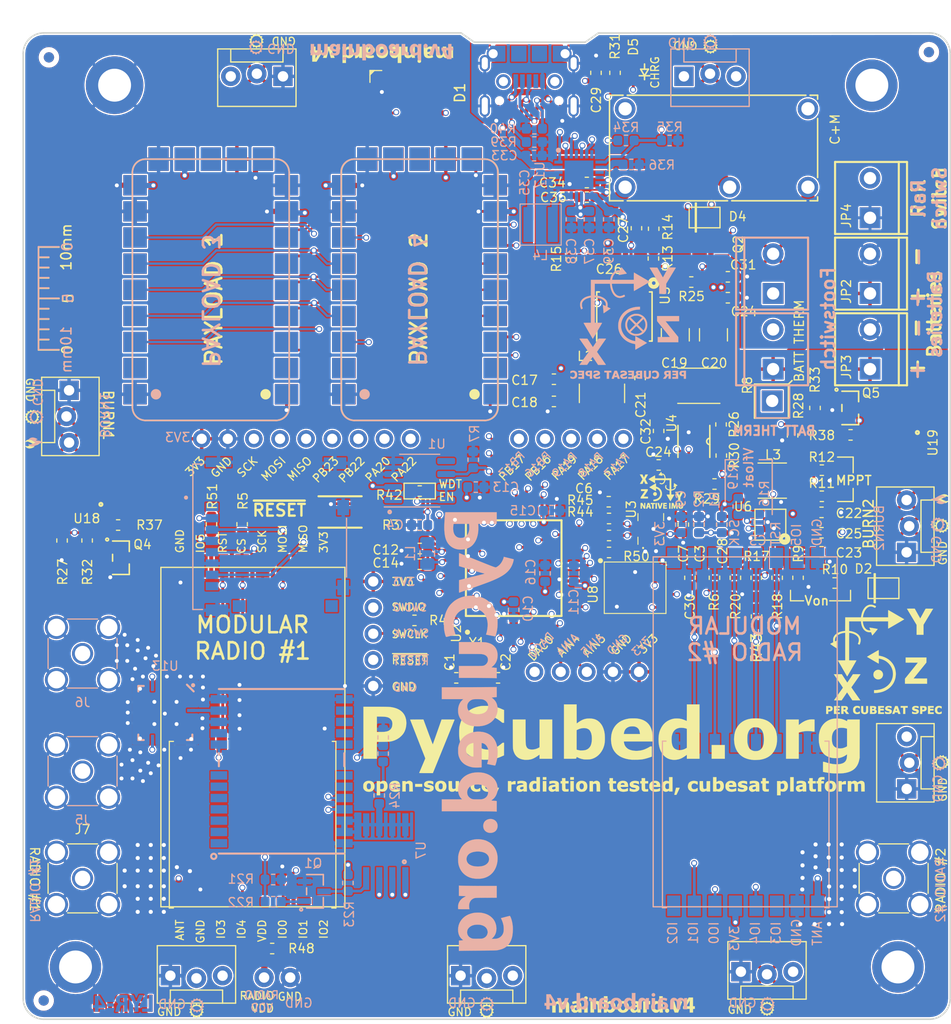
<source format=kicad_pcb>
(kicad_pcb (version 20171130) (host pcbnew "(5.1.4)-1")
  (layers (0 F.Cu signal) (1 Route2 signal hide) (2 Route15 signal) (31 B.Cu signal) (34 B.Paste user hide) (35 F.Paste user hide) (36 B.SilkS user hide) (37 F.SilkS user) (38 B.Mask user hide) (39 F.Mask user) (44 Edge.Cuts user))
  (net 0 "")
  (net 1 GND)
  (net 2 3.3V)
  (net 3 ENAB_BURN2)
  (net 4 ENAB_BURN1)
  (net 5 ENAB_GPS)
  (net 6 SWCLK)
  (net 7 SWDIO)
  (net 8 ~RESET)
  (net 9 VSOLAR)
  (net 10 L1_PROG)
  (net 11 VBATT)
  (net 12 USB_D+)
  (net 13 USB_D-)
  (net 14 GPS_PWR_IN)
  (net 15 BURN_RELAY_A)
  (net 16 "Net-(U3-Pad11)")
  (net 17 "Net-(U3-Pad10)")
  (net 18 "Net-(U3-Pad9)")
  (net 19 "Net-(U1-Pad5)")
  (net 20 "Net-(R15-Pad1)")
  (net 21 "Net-(R13-Pad1)")
  (net 22 "Net-(R10-Pad1)")
  (net 23 "Net-(C25-Pad1)")
  (net 24 "Net-(C26-Pad1)")
  (net 25 "Net-(J1-PadDT)")
  (net 26 "Net-(J1-PadSW)")
  (net 27 "Net-(J1-Pad8)")
  (net 28 "Net-(J1-Pad1)")
  (net 29 "Net-(U14-Pad19)")
  (net 30 "Net-(U14-Pad16)")
  (net 31 "Net-(U14-Pad15)")
  (net 32 "Net-(U14-Pad14)")
  (net 33 "Net-(U14-Pad17)")
  (net 34 "Net-(U14-Pad18)")
  (net 35 "Net-(U14-Pad1)")
  (net 36 "Net-(U14-Pad3)")
  (net 37 "Net-(U14-Pad6)")
  (net 38 "Net-(U14-Pad5)")
  (net 39 "Net-(U14-Pad4)")
  (net 40 "Net-(U14-Pad2)")
  (net 41 "Net-(U14-Pad7)")
  (net 42 "Net-(U14-Pad9)")
  (net 43 "/RF and GPS/RF_IN")
  (net 44 "/Burn Wires/VBURN_A_IN")
  (net 45 "/Burn Wires/VBURN1")
  (net 46 "/Burn Wires/VBURN2")
  (net 47 "Net-(Q5-Pad1)")
  (net 48 "Net-(D4-PadA)")
  (net 49 /Avionics/XTAL1)
  (net 50 /Avionics/XTAL2)
  (net 51 DAC0)
  (net 52 "Net-(Q5-Pad3)")
  (net 53 /Avionics/BATTERY)
  (net 54 MISO)
  (net 55 SCK)
  (net 56 MOSI)
  (net 57 FLASH_CS)
  (net 58 FLASH_SCK)
  (net 59 FLASH_IO3)
  (net 60 FLASH_IO2)
  (net 61 FLASH_MISO)
  (net 62 FLASH_MOSI)
  (net 63 xSDCS)
  (net 64 "Net-(J5-Pad1)")
  (net 65 "Net-(J6-Pad1)")
  (net 66 "Net-(C12-Pad2)")
  (net 67 "Net-(C21-Pad1)")
  (net 68 "Net-(C27-Pad1)")
  (net 69 "Net-(JP8-Pad3)")
  (net 70 "Net-(JP9-Pad3)")
  (net 71 "Net-(JP10-Pad3)")
  (net 72 "Net-(L1-Pad2)")
  (net 73 "Net-(Q1-Pad1)")
  (net 74 "Net-(Q1-Pad3)")
  (net 75 "Net-(Q4-Pad1)")
  (net 76 "Net-(Q4-Pad3)")
  (net 77 "Net-(R6-Pad2)")
  (net 78 "Net-(R11-Pad1)")
  (net 79 "Net-(R16-Pad1)")
  (net 80 "Net-(R16-Pad2)")
  (net 81 "Net-(R18-Pad1)")
  (net 82 "Net-(U9-Pad17)")
  (net 83 "Net-(U9-Pad18)")
  (net 84 "Net-(U9-Pad19)")
  (net 85 "Net-(U9-Pad20)")
  (net 86 "Net-(U9-Pad21)")
  (net 87 "Net-(U9-Pad22)")
  (net 88 "Net-(U9-Pad23)")
  (net 89 "Net-(U9-Pad2)")
  (net 90 "Net-(U10-Pad17)")
  (net 91 "Net-(U10-Pad18)")
  (net 92 "Net-(U10-Pad19)")
  (net 93 "Net-(U10-Pad20)")
  (net 94 "Net-(U10-Pad21)")
  (net 95 "Net-(U10-Pad22)")
  (net 96 "Net-(U10-Pad23)")
  (net 97 "Net-(U10-Pad2)")
  (net 98 "Net-(U11-Pad17)")
  (net 99 "Net-(U11-Pad18)")
  (net 100 "Net-(U11-Pad19)")
  (net 101 "Net-(U11-Pad20)")
  (net 102 "Net-(U11-Pad21)")
  (net 103 "Net-(U11-Pad22)")
  (net 104 "Net-(U11-Pad23)")
  (net 105 "Net-(U11-Pad2)")
  (net 106 "Net-(U12-Pad17)")
  (net 107 "Net-(U12-Pad18)")
  (net 108 "Net-(U12-Pad19)")
  (net 109 "Net-(U12-Pad20)")
  (net 110 "Net-(U12-Pad21)")
  (net 111 "Net-(U12-Pad22)")
  (net 112 "Net-(U12-Pad23)")
  (net 113 "Net-(U12-Pad2)")
  (net 114 "Net-(C21-Pad2)")
  (net 115 "Net-(C23-Pad1)")
  (net 116 "Net-(L3-Pad1)")
  (net 117 "Net-(R42-Pad2)")
  (net 118 WDT_WDI)
  (net 119 ~CHRG)
  (net 120 RX)
  (net 121 TX)
  (net 122 PB17)
  (net 123 PA22)
  (net 124 PA20)
  (net 125 PB22)
  (net 126 PB23)
  (net 127 PA18)
  (net 128 PA19)
  (net 129 PB16)
  (net 130 "Net-(R24-Pad1)")
  (net 131 "Net-(R46-Pad2)")
  (net 132 "Net-(J11-Pad1)")
  (net 133 /Avionics/~RESET)
  (net 134 "Net-(U1-Pad1)")
  (net 135 RF1_RST)
  (net 136 RF1_CS)
  (net 137 RF1_IO1)
  (net 138 RF1_IO0)
  (net 139 RF2_IO1)
  (net 140 RF2_BUSY)
  (net 141 RF2_RST)
  (net 142 RF2_CS)
  (net 143 RF1_IO2)
  (net 144 "/RF and GPS/RF2_ANT")
  (net 145 RF2_IO2)
  (net 146 "Net-(JP13-Pad3)")
  (net 147 "Net-(JP14-Pad3)")
  (net 148 "Net-(JP15-Pad3)")
  (net 149 USB_CC2)
  (net 150 "Net-(J13-PadA8)")
  (net 151 USB_CC1)
  (net 152 "Net-(J13-PadB8)")
  (net 153 GNDREF)
  (net 154 VBUS_IN)
  (net 155 SCL)
  (net 156 SDA)
  (net 157 /Power/VREG_IN)
  (net 158 /Power/VCHRG_IN)
  (net 159 "Net-(C35-Pad2)")
  (net 160 VCHRG)
  (net 161 "Net-(R26-Pad1)")
  (net 162 "Net-(R29-Pad1)")
  (net 163 "Net-(U17-Pad3)")
  (net 164 "Net-(C32-Pad2)")
  (net 165 "Net-(C36-Pad1)")
  (net 166 "Net-(D5-Pad1)")
  (net 167 THM)
  (net 168 "Net-(R29-Pad2)")
  (net 169 "Net-(U4-Pad9)")
  (net 170 "Net-(U4-Pad8)")
  (net 171 "Net-(C34-Pad1)")
  (net 172 "Net-(C36-Pad2)")
  (net 173 "Net-(D5-Pad2)")
  (net 174 "Net-(R36-Pad2)")
  (net 175 "Net-(U17-Pad10)")
  (net 176 "Net-(U17-Pad9)")
  (net 177 "Net-(U17-Pad6)")
  (net 178 "Net-(J4-Pad4)")
  (net 179 RF1_IO4)
  (net 180 "Net-(U15-Pad7)")
  (net 181 "Net-(U15-Pad11)")
  (net 182 "Net-(U23-Pad3)")
  (net 183 "Net-(U23-Pad15)")
  (net 184 "Net-(U24-Pad15)")
  (net 185 "Net-(U24-Pad3)")
  (net 186 RF1_ANT)
  (net 187 "Net-(U20-Pad11)")
  (net 188 "Net-(U20-Pad7)")
  (net 189 AIN5)
  (net 190 AIN4)
  (net 191 PA17)
  (net 192 "Net-(U2-Pad35)")
  (net 193 "Net-(C9-Pad2)")
  (net 194 "Net-(D1-Pad2)")
  (net 195 "Net-(D1-Pad4)")
  (net 196 "Net-(U3-Pad4)")
  (net 197 "Net-(U3-Pad1)")
  (net 198 "Net-(JP1-Pad2)")
  (net 199 "Net-(C25-Pad2)")
  (module custom-footprints:BMX160 (layer F.Cu) (at 159.385 100.711 270)
    (fp_text reference U3 (at -1.905 1.905 90) (layer F.SilkS) (effects (font (size 0.889 0.889) (thickness 0.127))))
    (fp_text value BMX160 hide)
    (pad 14 smd rect (at 0.5 1.012 270) (size 0.25 0.675) (layers F.Cu F.Paste F.Mask) (net 156 SDA))
    (pad 13 smd rect (at 0 1.012 270) (size 0.25 0.675) (layers F.Cu F.Paste F.Mask) (net 155 SCL))
    (pad 12 smd rect (at -0.5 1.012 270) (size 0.25 0.675) (layers F.Cu F.Paste F.Mask) (net 2 3.3V))
    (pad 11 smd rect (at -1.262 0.75) (size 0.25 0.675) (layers F.Cu F.Paste F.Mask) (net 16 "Net-(U3-Pad11)"))
    (pad 10 smd rect (at -1.262 0.25) (size 0.25 0.675) (layers F.Cu F.Paste F.Mask) (net 17 "Net-(U3-Pad10)"))
    (pad 9 smd rect (at -1.262 -0.25) (size 0.25 0.675) (layers F.Cu F.Paste F.Mask) (net 18 "Net-(U3-Pad9)"))
    (pad 8 smd rect (at -1.262 -0.75) (size 0.25 0.675) (layers F.Cu F.Paste F.Mask) (net 2 3.3V))
    (pad 7 smd rect (at -0.5 -1.012 270) (size 0.25 0.675) (layers F.Cu F.Paste F.Mask) (net 1 GND))
    (pad 6 smd rect (at 0 -1.012 270) (size 0.25 0.675) (layers F.Cu F.Paste F.Mask) (net 1 GND))
    (pad 5 smd rect (at 0.5 -1.012 270) (size 0.25 0.675) (layers F.Cu F.Paste F.Mask) (net 193 "Net-(C9-Pad2)"))
    (pad 4 smd rect (at 1.262 -0.75) (size 0.25 0.675) (layers F.Cu F.Paste F.Mask) (net 196 "Net-(U3-Pad4)"))
    (pad 3 smd rect (at 1.262 -0.25) (size 0.25 0.675) (layers F.Cu F.Paste F.Mask) (net 1 GND))
    (pad 2 smd rect (at 1.262 0.25) (size 0.25 0.675) (layers F.Cu F.Paste F.Mask) (net 1 GND))
    (pad 1 smd rect (at 1.262 0.75) (size 0.25 0.675) (layers F.Cu F.Paste F.Mask) (net 197 "Net-(U3-Pad1)"))
  )
  (module custom-footprints:rex-lab (layer F.Cu) (at 143.002 132.588)
    (fp_text reference Ref** hide)
    (fp_text value Val** hide)
  )
  (module custom-footprints:QFN50P400X400X100-25N-D (layer B.Cu) (at 152.4 66.294 270)
    (fp_text reference U17 (at 0 3.81 90) (layer B.SilkS) (effects (font (size 0.889 0.889) (thickness 0.127)) (justify mirror)))
    (fp_text value BQ25883RGER hide)
    (pad 25 smd rect (at 0 0 270) (size 2.8 2.8) (layers B.Cu B.Paste B.Mask) (net 153 GNDREF))
    (pad 24 smd rect (at -1.25 2 270) (size 0.3 0.8) (layers B.Cu B.Paste B.Mask) (net 12 USB_D+))
    (pad 23 smd rect (at -0.75 2 270) (size 0.3 0.8) (layers B.Cu B.Paste B.Mask) (net 154 VBUS_IN))
    (pad 22 smd rect (at -0.25 2 270) (size 0.3 0.8) (layers B.Cu B.Paste B.Mask) (net 159 "Net-(C35-Pad2)"))
    (pad 21 smd rect (at 0.25 2 270) (size 0.3 0.8) (layers B.Cu B.Paste B.Mask) (net 159 "Net-(C35-Pad2)"))
    (pad 20 smd rect (at 0.75 2 270) (size 0.3 0.8) (layers B.Cu B.Paste B.Mask) (net 153 GNDREF))
    (pad 19 smd rect (at 1.25 2 270) (size 0.3 0.8) (layers B.Cu B.Paste B.Mask) (net 153 GNDREF))
    (pad 18 smd rect (at 2 1.25 180) (size 0.3 0.8) (layers B.Cu B.Paste B.Mask) (net 165 "Net-(C36-Pad1)"))
    (pad 17 smd rect (at 2 0.75 180) (size 0.3 0.8) (layers B.Cu B.Paste B.Mask) (net 165 "Net-(C36-Pad1)"))
    (pad 16 smd rect (at 2 0.25 180) (size 0.3 0.8) (layers B.Cu B.Paste B.Mask) (net 11 VBATT))
    (pad 15 smd rect (at 2 -0.25 180) (size 0.3 0.8) (layers B.Cu B.Paste B.Mask) (net 11 VBATT))
    (pad 14 smd rect (at 2 -0.75 180) (size 0.3 0.8) (layers B.Cu B.Paste B.Mask) (net 160 VCHRG))
    (pad 13 smd rect (at 2 -1.25 180) (size 0.3 0.8) (layers B.Cu B.Paste B.Mask) (net 160 VCHRG))
    (pad 12 smd rect (at 1.25 -2 270) (size 0.3 0.8) (layers B.Cu B.Paste B.Mask) (net 172 "Net-(C36-Pad2)"))
    (pad 11 smd rect (at 0.75 -2 270) (size 0.3 0.8) (layers B.Cu B.Paste B.Mask) (net 171 "Net-(C34-Pad1)"))
    (pad 10 smd rect (at 0.25 -2 270) (size 0.3 0.8) (layers B.Cu B.Paste B.Mask) (net 175 "Net-(U17-Pad10)"))
    (pad 9 smd rect (at -0.25 -2 270) (size 0.3 0.8) (layers B.Cu B.Paste B.Mask) (net 176 "Net-(U17-Pad9)"))
    (pad 8 smd rect (at -0.75 -2 270) (size 0.3 0.8) (layers B.Cu B.Paste B.Mask) (net 174 "Net-(R36-Pad2)"))
    (pad 7 smd rect (at -1.25 -2 270) (size 0.3 0.8) (layers B.Cu B.Paste B.Mask) (net 167 THM))
    (pad 6 smd rect (at -2 -1.25 180) (size 0.3 0.8) (layers B.Cu B.Paste B.Mask) (net 177 "Net-(U17-Pad6)"))
    (pad 5 smd rect (at -2 -0.75 180) (size 0.3 0.8) (layers B.Cu B.Paste B.Mask) (net 155 SCL))
    (pad 4 smd rect (at -2 -0.25 180) (size 0.3 0.8) (layers B.Cu B.Paste B.Mask) (net 156 SDA))
    (pad 3 smd rect (at -2 0.25 180) (size 0.3 0.8) (layers B.Cu B.Paste B.Mask) (net 163 "Net-(U17-Pad3)"))
    (pad 2 smd rect (at -2 0.75 180) (size 0.3 0.8) (layers B.Cu B.Paste B.Mask) (net 173 "Net-(D5-Pad2)"))
    (pad 1 smd rect (at -2 1.25 180) (size 0.3 0.8) (layers B.Cu B.Paste B.Mask) (net 13 USB_D-))
  )
  (module custom-footprints:XYZ_cubesat-bot (layer F.Cu) (at 156.083 81.407)
    (fp_text reference Ref** hide)
    (fp_text value Val** hide)
  )
  (module custom-footprints:XYZ_cubesat-top (layer F.Cu) (at 181.991 113.792)
    (fp_text reference Ref** hide)
    (fp_text value Val** hide)
  )
  (module Calibration_Scale:Gauge_10mm_Type1_SilkScreenTop (layer B.Cu) (at 99.822 73.279 270)
    (fp_text reference REF** hide)
    (fp_text value Gauge_10mm_Type1_SilkScreenTop)
    (fp_text user 5 (at 4.99872 -2.90068 270) (layer B.SilkS) (effects (justify mirror)))
    (fp_text user 0 (at 0 -2.79908 270) (layer B.SilkS) (effects (justify mirror)))
    (fp_text user 10mm (at 9.99998 -2.70002 270) (layer B.SilkS) (effects (justify mirror)))
  )
  (module custom-footprints:XYZ_bmx-top (layer F.Cu) (at 160.528 97.155)
    (fp_text reference Ref** hide)
    (fp_text value Val** hide)
  )
  (module mainboard:SCREWTERMINAL-3.5MM-2_LOCK (layer B.Cu) (at 171.2821 84.994096 90)
    (fp_text reference JP1 hide)
    (fp_text value M023.5MM_LOCK)
    (pad 2 thru_hole circle (at 3.6778 0 90) (size 2.032 2.032) (drill 1.2) (layers *.Cu *.Mask) (net 198 "Net-(JP1-Pad2)"))
    (pad 1 thru_hole rect (at -0.1778 0 90) (size 2.032 2.032) (drill 1.2) (layers *.Cu *.Mask) (net 11 VBATT))
  )
  (module custom-footprints:RFM98PW (layer F.Cu) (at 121.1291 120.444096 270)
    (fp_text reference U23 hide)
    (fp_text value RFM98PW hide)
    (pad 8 smd rect (at 17.15 -6.5 270) (size 2.25 1.3) (layers F.Cu F.Paste F.Mask) (net 143 RF1_IO2))
    (pad 7 smd rect (at 17.15 -4.5 270) (size 2.25 1.3) (layers F.Cu F.Paste F.Mask) (net 137 RF1_IO1))
    (pad 6 smd rect (at 17.15 -2.5 270) (size 2.25 1.3) (layers F.Cu F.Paste F.Mask) (net 138 RF1_IO0))
    (pad 5 smd rect (at 17.15 -0.5 270) (size 2.25 1.3) (layers F.Cu F.Paste F.Mask) (net 132 "Net-(J11-Pad1)"))
    (pad 4 smd rect (at 17.15 1.5 270) (size 2.25 1.3) (layers F.Cu F.Paste F.Mask) (net 179 RF1_IO4))
    (pad 3 smd rect (at 17.15 3.5 270) (size 2.25 1.3) (layers F.Cu F.Paste F.Mask) (net 182 "Net-(U23-Pad3)"))
    (pad 2 smd rect (at 17.15 5.5 270) (size 2.25 1.3) (layers F.Cu F.Paste F.Mask) (net 1 GND))
    (pad 1 smd rect (at 17.15 7.5 270) (size 2.25 1.3) (layers F.Cu F.Paste F.Mask) (net 186 RF1_ANT))
    (pad 9 smd rect (at -16.15 -6.5 270) (size 2.25 1.3) (layers F.Cu F.Paste F.Mask) (net 2 3.3V))
    (pad 10 smd rect (at -16.15 -4.5 270) (size 2.25 1.3) (layers F.Cu F.Paste F.Mask) (net 54 MISO))
    (pad 11 smd rect (at -16.15 -2.5 270) (size 2.25 1.3) (layers F.Cu F.Paste F.Mask) (net 56 MOSI))
    (pad 12 smd rect (at -16.15 -0.5 270) (size 2.25 1.3) (layers F.Cu F.Paste F.Mask) (net 55 SCK))
    (pad 13 smd rect (at -16.15 1.5 270) (size 2.25 1.3) (layers F.Cu F.Paste F.Mask) (net 136 RF1_CS))
    (pad 14 smd rect (at -16.15 3.5 270) (size 2.25 1.3) (layers F.Cu F.Paste F.Mask) (net 135 RF1_RST))
    (pad 15 smd rect (at -16.15 5.5 270) (size 2.25 1.3) (layers F.Cu F.Paste F.Mask) (net 183 "Net-(U23-Pad15)"))
    (pad 16 smd rect (at -16.15 7.5 270) (size 2.25 1.3) (layers F.Cu F.Paste F.Mask) (net 1 GND))
  )
  (module custom-footprints:L_2141 (layer F.Cu) (at 154.6352 87.5284 270)
    (fp_text reference L2 (at -3.6068 1.6256) (layer F.SilkS) (effects (font (size 0.889 0.889) (thickness 0.127))))
    (fp_text value 3.3uH)
    (pad 1 smd roundrect (at -1.8 0 270) (size 1.5 4.2) (layers F.Cu F.Paste F.Mask) (roundrect_rratio 0.222) (net 67 "Net-(C21-Pad1)"))
    (pad 2 smd roundrect (at 1.8 0 270) (size 1.5 4.2) (layers F.Cu F.Paste F.Mask) (roundrect_rratio 0.222) (net 2 3.3V))
  )
  (module Inductor_SMD:L_0805_2012Metric_Pad1.15x1.40mm_HandSolder (layer B.Cu) (at 137.6426 103.0986 270)
    (fp_text reference L1 (at 0 1.65 90) (layer B.SilkS) (effects (font (size 0.889 0.889) (thickness 0.127)) (justify mirror)))
    (fp_text value 10uH)
    (pad 2 smd roundrect (at 1.025 0 270) (size 1.15 1.4) (layers B.Cu B.Paste B.Mask) (roundrect_rratio 0.217391) (net 72 "Net-(L1-Pad2)"))
    (pad 1 smd roundrect (at -1.025 0 270) (size 1.15 1.4) (layers B.Cu B.Paste B.Mask) (roundrect_rratio 0.217391) (net 66 "Net-(C12-Pad2)"))
  )
  (module custom-footprints:mainboard_version (layer B.Cu) (at 155.8671 146.8755 180)
    (fp_text reference Ref** hide)
    (fp_text value Val** hide)
  )
  (module custom-footprints:opensource (layer F.Cu) (at 154.305 125.095)
    (fp_text reference Ref** hide)
    (fp_text value Val** hide)
  )
  (module custom-footprints:pycubed_logo (layer F.Cu) (at 152.9842 121.3739)
    (fp_text reference Ref** hide)
    (fp_text value Val** hide)
  )
  (module custom-footprints:mainboard_version (layer F.Cu) (at 156.845 147.193)
    (fp_text reference Ref** hide)
    (fp_text value Val** hide)
  )
  (module custom-footprints:version (layer F.Cu) (at 132.8674 144.272)
    (fp_text reference Ref** hide)
    (fp_text value Val** hide)
  )
  (module custom-footprints:mainboard_version (layer F.Cu) (at 133.096 54.356 180)
    (fp_text reference Ref** hide)
    (fp_text value Val** hide)
  )
  (module custom-footprints:mainboard_version (layer B.Cu) (at 133.35 54.102)
    (fp_text reference Ref** hide)
    (fp_text value Val** hide)
  )
  (module LED_SMD:LED_WS2812B_PLCC4_5.0x5.0mm_P3.2mm (layer F.Cu) (at 135.636 58.674 180)
    (fp_text reference D1 (at -5.1816 0.3556 90) (layer F.SilkS))
    (fp_text value WS2812B)
    (pad 1 smd rect (at -2.45 -1.6 180) (size 1.5 1) (layers F.Cu F.Paste F.Mask) (net 2 3.3V))
    (pad 2 smd rect (at -2.45 1.6 180) (size 1.5 1) (layers F.Cu F.Paste F.Mask) (net 194 "Net-(D1-Pad2)"))
    (pad 4 smd rect (at 2.45 -1.6 180) (size 1.5 1) (layers F.Cu F.Paste F.Mask) (net 195 "Net-(D1-Pad4)"))
    (pad 3 smd rect (at 2.45 1.6 180) (size 1.5 1) (layers F.Cu F.Paste F.Mask) (net 1 GND))
  )
  (module custom-footprints:ADM1176-1ARMZ-R7 (layer F.Cu) (at 163.576 92.202 270)
    (fp_text reference U4 (at -1.778 2.159 90) (layer F.SilkS) (effects (font (size 0.889 0.889) (thickness 0.127))))
    (fp_text value ADM1176-1ARMZ-R7 hide)
    (pad 10 smd rect (at 2.18 -1.000001 270) (size 1.35 0.3302) (layers F.Cu F.Paste F.Mask) (net 168 "Net-(R29-Pad2)"))
    (pad 9 smd rect (at 2.18 -0.499999 270) (size 1.35 0.3302) (layers F.Cu F.Paste F.Mask) (net 169 "Net-(U4-Pad9)"))
    (pad 8 smd rect (at 2.18 0 270) (size 1.35 0.3302) (layers F.Cu F.Paste F.Mask) (net 170 "Net-(U4-Pad8)"))
    (pad 7 smd rect (at 2.18 0.499999 270) (size 1.35 0.3302) (layers F.Cu F.Paste F.Mask) (net 156 SDA))
    (pad 6 smd rect (at 2.18 1.000001 270) (size 1.35 0.3302) (layers F.Cu F.Paste F.Mask) (net 155 SCL))
    (pad 5 smd rect (at -2.17 1.000001 270) (size 1.35 0.3302) (layers F.Cu F.Paste F.Mask) (net 164 "Net-(C32-Pad2)"))
    (pad 4 smd rect (at -2.17 0.499999 270) (size 1.35 0.3302) (layers F.Cu F.Paste F.Mask) (net 1 GND))
    (pad 3 smd rect (at -2.17 0 270) (size 1.35 0.3302) (layers F.Cu F.Paste F.Mask) (net 161 "Net-(R26-Pad1)"))
    (pad 2 smd rect (at -2.17 -0.499999 270) (size 1.35 0.3302) (layers F.Cu F.Paste F.Mask) (net 157 /Power/VREG_IN))
    (pad 1 smd rect (at -2.17 -1.000001 270) (size 1.35 0.3302) (layers F.Cu F.Paste F.Mask) (net 11 VBATT))
  )
  (module Resistor_SMD:R_0603_1608Metric (layer B.Cu) (at 164.0713 100.289196 270)
    (fp_text reference R2 (at -2.499196 -0.0127 270) (layer B.SilkS) (effects (font (size 0.889 0.889) (thickness 0.127)) (justify mirror)))
    (fp_text value 110K)
    (pad 1 smd roundrect (at -0.7875 0 270) (size 0.875 0.95) (layers B.Cu B.Paste B.Mask) (net 1 GND))
    (pad 2 smd roundrect (at 0.7875 0 270) (size 0.875 0.95) (layers B.Cu B.Paste B.Mask) (net 53 /Avionics/BATTERY))
  )
  (module Resistor_SMD:R_0603_1608Metric (layer B.Cu) (at 166.2938 100.2919 270)
    (fp_text reference R1 (at -2.3749 0.6858 270) (layer B.SilkS) (effects (font (size 0.889 0.889) (thickness 0.127)) (justify mirror)))
    (fp_text value 316K)
    (pad 1 smd roundrect (at -0.7875 0 270) (size 0.875 0.95) (layers B.Cu B.Paste B.Mask) (net 11 VBATT))
    (pad 2 smd roundrect (at 0.7875 0 270) (size 0.875 0.95) (layers B.Cu B.Paste B.Mask) (net 53 /Avionics/BATTERY))
  )
  (module mainboard:SON127P600X500X90-9N (layer F.Cu) (at 157.861 106.426)
    (fp_text reference U8 (at -3.5814 1.6256 90) (layer F.SilkS) (effects (font (size 0.889 0.889) (thickness 0.127)) (justify left bottom)))
    (fp_text value MR25H40MDF)
    (pad 1 smd rect (at -2.865 -1.905) (size 1.2 0.45) (layers F.Cu F.Paste F.Mask) (net 57 FLASH_CS))
    (pad 2 smd rect (at -2.865 -0.635) (size 1.2 0.45) (layers F.Cu F.Paste F.Mask) (net 61 FLASH_MISO))
    (pad 3 smd rect (at -2.865 0.635) (size 1.2 0.45) (layers F.Cu F.Paste F.Mask) (net 60 FLASH_IO2))
    (pad 4 smd rect (at -2.865 1.905) (size 1.2 0.45) (layers F.Cu F.Paste F.Mask) (net 1 GND))
    (pad 5 smd rect (at 2.865 1.905) (size 1.2 0.45) (layers F.Cu F.Paste F.Mask) (net 62 FLASH_MOSI))
    (pad 6 smd rect (at 2.865 0.635) (size 1.2 0.45) (layers F.Cu F.Paste F.Mask) (net 58 FLASH_SCK))
    (pad 7 smd rect (at 2.865 -0.635) (size 1.2 0.45) (layers F.Cu F.Paste F.Mask) (net 59 FLASH_IO3))
    (pad 8 smd rect (at 2.865 -1.905) (size 1.2 0.45) (layers F.Cu F.Paste F.Mask) (net 2 3.3V))
    (pad 9 smd rect (at 0 0 90) (size 2.1 2.1) (layers F.Cu F.Paste F.Mask) (net 1 GND))
  )
  (module custom-footprints:USB_C_Receptacle_XKB_U262-161N-4BVC11 (layer F.Cu) (at 148.0566 55.0418 180)
    (fp_text reference J13 hide)
    (fp_text value USB_C_Receptacle_USB2.0)
    (pad "" np_thru_hole circle (at 3.39 -4.045 180) (size 0.65 0.65) (drill 0.65) (layers *.Cu *.Mask))
    (pad A9 smd rect (at 2.9 -5.02 180) (size 0.6 1.15) (layers F.Cu F.Paste F.Mask) (net 154 VBUS_IN))
    (pad A12 smd rect (at 3.7 -5.02 180) (size 0.6 1.15) (layers F.Cu F.Paste F.Mask) (net 153 GNDREF))
    (pad B5 smd rect (at 2.25 -5.02 180) (size 0.3 1.15) (layers F.Cu F.Paste F.Mask) (net 149 USB_CC2))
    (pad A8 smd rect (at 1.75 -5.02 180) (size 0.3 1.15) (layers F.Cu F.Paste F.Mask) (net 150 "Net-(J13-PadA8)"))
    (pad B6 smd rect (at 1.25 -5.02 180) (size 0.3 1.15) (layers F.Cu F.Paste F.Mask) (net 12 USB_D+))
    (pad A7 smd rect (at 0.75 -5.02 180) (size 0.3 1.15) (layers F.Cu F.Paste F.Mask) (net 13 USB_D-))
    (pad A6 smd rect (at 0.25 -5.02 180) (size 0.3 1.15) (layers F.Cu F.Paste F.Mask) (net 12 USB_D+))
    (pad B7 smd rect (at -0.25 -5.02 180) (size 0.3 1.15) (layers F.Cu F.Paste F.Mask) (net 13 USB_D-))
    (pad A5 smd rect (at -0.75 -5.02 180) (size 0.3 1.15) (layers F.Cu F.Paste F.Mask) (net 151 USB_CC1))
    (pad S1 thru_hole oval (at -3.82 -4.545 180) (size 1 2.1) (drill oval 0.6 1.7) (layers *.Cu *.Mask) (net 153 GNDREF))
    (pad A1 smd rect (at -2.7 -5.02 180) (size 0.6 1.15) (layers F.Cu F.Paste F.Mask) (net 153 GNDREF))
    (pad S1 thru_hole oval (at 4.82 -4.545 180) (size 1 2.1) (drill oval 0.6 1.7) (layers *.Cu *.Mask) (net 153 GNDREF))
    (pad S1 thru_hole oval (at 4.82 -0.395 180) (size 1 1.6) (drill oval 0.6 1.2) (layers *.Cu *.Mask) (net 153 GNDREF))
    (pad S1 thru_hole oval (at -3.82 -0.395 180) (size 1 1.6) (drill oval 0.6 1.2) (layers *.Cu *.Mask) (net 153 GNDREF))
    (pad "" np_thru_hole circle (at -2.39 -4.045 180) (size 0.65 0.65) (drill 0.65) (layers *.Cu *.Mask))
    (pad A4 smd rect (at -1.9 -5.02 180) (size 0.6 1.15) (layers F.Cu F.Paste F.Mask) (net 154 VBUS_IN))
    (pad B8 smd rect (at -1.25 -5.02 180) (size 0.3 1.15) (layers F.Cu F.Paste F.Mask) (net 152 "Net-(J13-PadB8)"))
  )
  (module Resistor_SMD:R_0603_1608Metric (layer F.Cu) (at 116.6495 100.2538 270)
    (fp_text reference R51 (at -2.7051 -0.0889 270) (layer F.SilkS) (effects (font (size 0.889 0.889) (thickness 0.127))))
    (fp_text value 10k)
    (pad 2 smd roundrect (at 0.7875 0 270) (size 0.875 0.95) (layers F.Cu F.Paste F.Mask) (net 2 3.3V))
    (pad 1 smd roundrect (at -0.7875 0 270) (size 0.875 0.95) (layers F.Cu F.Paste F.Mask) (net 63 xSDCS))
  )
  (module Resistor_SMD:R_0603_1608Metric (layer F.Cu) (at 155.321 102.997 180)
    (fp_text reference R50 (at -2.667 -0.381) (layer F.SilkS) (effects (font (size 0.889 0.889) (thickness 0.127))))
    (fp_text value 10k)
    (pad 2 smd roundrect (at 0.7875 0 180) (size 0.875 0.95) (layers F.Cu F.Paste F.Mask) (net 2 3.3V))
    (pad 1 smd roundrect (at -0.7875 0 180) (size 0.875 0.95) (layers F.Cu F.Paste F.Mask) (net 57 FLASH_CS))
  )
  (module Resistor_SMD:R_0603_1608Metric (layer F.Cu) (at 169.672 109.22 270)
    (fp_text reference R43 (at 3.048 0 90) (layer F.SilkS))
    (fp_text value 10k)
    (pad 2 smd roundrect (at 0.7875 0 270) (size 0.875 0.95) (layers F.Cu F.Paste F.Mask) (net 142 RF2_CS))
    (pad 1 smd roundrect (at -0.7875 0 270) (size 0.875 0.95) (layers F.Cu F.Paste F.Mask) (net 2 3.3V))
  )
  (module Resistor_SMD:R_0603_1608Metric (layer F.Cu) (at 119.634 100.2538 270)
    (fp_text reference R5 (at -2.2606 -0.0762 90) (layer F.SilkS) (effects (font (size 0.889 0.889) (thickness 0.127))))
    (fp_text value 10k)
    (pad 2 smd roundrect (at 0.7875 0 270) (size 0.875 0.95) (layers F.Cu F.Paste F.Mask) (net 136 RF1_CS))
    (pad 1 smd roundrect (at -0.7875 0 270) (size 0.875 0.95) (layers F.Cu F.Paste F.Mask) (net 2 3.3V))
  )
  (module custom-footprints:layers (layer F.Cu) (at 108.204 148.59)
    (fp_text reference Ref** hide)
    (fp_text value Val** hide)
    (fp_poly (pts (xy 1.6383 -1.4859) (xy 0.9525 -1.4859) (xy 0.9525 -1.8161) (xy 1.6383 -1.8161) (xy 1.6383 -1.4859)) (layer F.Cu) (width 0.01))
    (fp_poly (pts (xy 2.7178 -0.9398) (xy 2.337026 -0.9398) (xy 2.333738 -1.598782) (xy 2.33045 -2.257763) (xy 2.175369 -2.18412) (xy 2.11203 -2.154514) (xy 2.067833 -2.135289) (xy 2.039285 -2.125308) (xy 2.022889 -2.123434) (xy 2.01515 -2.128529) (xy 2.013896 -2.131564) (xy 2.002261 -2.174723) (xy 1.990468 -2.226357) (xy 1.979614 -2.280427) (xy 1.970796 -2.330895) (xy 1.965109 -2.371723) (xy 1.963652 -2.396871) (xy 1.964837 -2.401665) (xy 1.979111 -2.41001) (xy 2.012572 -2.427048) (xy 2.061327 -2.450873) (xy 2.121481 -2.479578) (xy 2.181183 -2.507562) (xy 2.387516 -2.6035) (xy 2.7178 -2.6035) (xy 2.7178 -0.9398)) (layer F.Cu) (width 0.01))
    (fp_poly (pts (xy 0.140822 -2.671411) (xy 0.2021 -2.669753) (xy 0.249874 -2.66681) (xy 0.288104 -2.662362) (xy 0.320754 -2.656188) (xy 0.3429 -2.650588) (xy 0.44465 -2.617126) (xy 0.525968 -2.577697) (xy 0.59158 -2.529809) (xy 0.615028 -2.507163) (xy 0.668309 -2.44017) (xy 0.703797 -2.366696) (xy 0.723475 -2.281246) (xy 0.729298 -2.19075) (xy 0.728687 -2.130693) (xy 0.724587 -2.086796) (xy 0.715379 -2.049889) (xy 0.699445 -2.010801) (xy 0.696338 -2.004105) (xy 0.648908 -1.926752) (xy 0.584955 -1.856236) (xy 0.512145 -1.800555) (xy 0.488425 -1.787277) (xy 0.428402 -1.756772) (xy 0.474015 -1.728582) (xy 0.514647 -1.699457) (xy 0.549869 -1.664228) (xy 0.581253 -1.619783) (xy 0.610376 -1.563009) (xy 0.638814 -1.490796) (xy 0.66814 -1.400032) (xy 0.699931 -1.287606) (xy 0.702958 -1.27635) (xy 0.723299 -1.201475) (xy 0.742919 -1.131071) (xy 0.760281 -1.070525) (xy 0.773845 -1.025225) (xy 0.780465 -1.004879) (xy 0.792113 -0.970979) (xy 0.799151 -0.948696) (xy 0.8001 -0.944554) (xy 0.788118 -0.942927) (xy 0.755049 -0.94154) (xy 0.705203 -0.940497) (xy 0.642892 -0.939901) (xy 0.602601 -0.9398) (xy 0.405103 -0.9398) (xy 0.385839 -0.985906) (xy 0.375328 -1.015526) (xy 0.360393 -1.063467) (xy 0.342914 -1.123444) (xy 0.324769 -1.189172) (xy 0.322241 -1.198631) (xy 0.297207 -1.29184) (xy 0.277146 -1.363948) (xy 0.260847 -1.418492) (xy 0.247103 -1.459006) (xy 0.234705 -1.489028) (xy 0.222444 -1.512092) (xy 0.209111 -1.531734) (xy 0.207754 -1.533539) (xy 0.175354 -1.568768) (xy 0.137054 -1.593128) (xy 0.087 -1.60902) (xy 0.019339 -1.618844) (xy -0.005441 -1.62098) (xy -0.1143 -1.629348) (xy -0.1143 -0.9398) (xy -0.495479 -0.9398) (xy -0.492215 -1.793823) (xy -0.489996 -2.374417) (xy -0.1143 -2.374417) (xy -0.1143 -1.905) (xy 0.004087 -1.905) (xy 0.078634 -1.90771) (xy 0.141797 -1.915275) (xy 0.179108 -1.924297) (xy 0.250812 -1.960309) (xy 0.303121 -2.012034) (xy 0.334812 -2.0778) (xy 0.344707 -2.150599) (xy 0.336933 -2.226007) (xy 0.312024 -2.284894) (xy 0.267573 -2.331435) (xy 0.225056 -2.358107) (xy 0.192464 -2.368657) (xy 0.142328 -2.377519) (xy 0.082481 -2.38407) (xy 0.020758 -2.387689) (xy -0.035008 -2.387752) (xy -0.076983 -2.383637) (xy -0.082082 -2.382503) (xy -0.1143 -2.374417) (xy -0.489996 -2.374417) (xy -0.48895 -2.647845) (xy -0.41275 -2.658999) (xy -0.377868 -2.662297) (xy -0.322391 -2.665351) (xy -0.251127 -2.667999) (xy -0.168881 -2.670076) (xy -0.08046 -2.67142) (xy -0.0381 -2.671752) (xy 0.062076 -2.672004) (xy 0.140822 -2.671411)) (layer F.Cu) (width 0.01))
    (fp_poly (pts (xy -1.922778 -2.664121) (xy -1.698275 -2.66065) (xy -1.613695 -2.4638) (xy -1.5783 -2.380712) (xy -1.539741 -2.289018) (xy -1.502053 -2.198387) (xy -1.469273 -2.118486) (xy -1.46104 -2.098153) (xy -1.436327 -2.039004) (xy -1.414331 -1.990319) (xy -1.396937 -1.955971) (xy -1.386028 -1.939837) (xy -1.383851 -1.939403) (xy -1.374912 -1.955946) (xy -1.360901 -1.988769) (xy -1.347652 -2.023264) (xy -1.332878 -2.061856) (xy -1.311505 -2.115461) (xy -1.285105 -2.180335) (xy -1.255255 -2.252736) (xy -1.223529 -2.328922) (xy -1.191501 -2.40515) (xy -1.160745 -2.477676) (xy -1.132838 -2.54276) (xy -1.109352 -2.596657) (xy -1.091862 -2.635626) (xy -1.081944 -2.655923) (xy -1.080699 -2.657793) (xy -1.065435 -2.660867) (xy -1.029195 -2.663127) (xy -0.976391 -2.664446) (xy -0.911436 -2.664696) (xy -0.859537 -2.664143) (xy -0.647827 -2.66065) (xy -1.206117 -1.672758) (xy -1.209484 -1.309454) (xy -1.21285 -0.94615) (xy -1.406525 -0.942645) (xy -1.6002 -0.939139) (xy -1.6002 -1.64819) (xy -1.823563 -2.06552) (xy -1.876577 -2.164534) (xy -1.927886 -2.260291) (xy -1.975751 -2.349557) (xy -2.018439 -2.429095) (xy -2.054211 -2.49567) (xy -2.081332 -2.546046) (xy -2.097104 -2.575221) (xy -2.147281 -2.667591) (xy -1.922778 -2.664121)) (layer F.Cu) (width 0.01))
    (fp_poly (pts (xy -2.6924 -1.27) (xy -2.0066 -1.27) (xy -2.0066 -0.9398) (xy -2.537884 -0.9398) (xy -2.651663 -0.939997) (xy -2.757499 -0.940557) (xy -2.852707 -0.941439) (xy -2.934602 -0.942601) (xy -3.000499 -0.944001) (xy -3.047713 -0.945596) (xy -3.07356 -0.947345) (xy -3.077634 -0.948267) (xy -3.079069 -0.962084) (xy -3.080428 -0.999201) (xy -3.08169 -1.05752) (xy -3.082834 -1.134939) (xy -3.083839 -1.229361) (xy -3.084686 -1.338685) (xy -3.085353 -1.460811) (xy -3.08582 -1.593641) (xy -3.086066 -1.735075) (xy -3.0861 -1.811867) (xy -3.0861 -2.667) (xy -2.6924 -2.667) (xy -2.6924 -1.27)) (layer F.Cu) (width 0.01))
    (fp_poly (pts (xy -1.0668 -1.4478) (xy -1.7018 -1.4478) (xy -1.7018 -1.7526) (xy -1.0668 -1.7526) (xy -1.0668 -1.4478)) (layer B.Cu) (width 0.01))
    (fp_poly (pts (xy 2.7178 -0.9398) (xy 1.7018 -0.9398) (xy 1.7018 -1.2446) (xy 2.3495 -1.2446) (xy 2.3495 -2.5654) (xy 2.7178 -2.5654) (xy 2.7178 -0.9398)) (layer B.Cu) (width 0.01))
    (fp_poly (pts (xy 0.636619 -2.562543) (xy 0.842671 -2.55905) (xy 0.898775 -2.4257) (xy 0.92318 -2.367231) (xy 0.953986 -2.29274) (xy 0.988091 -2.20976) (xy 1.022395 -2.125827) (xy 1.041443 -2.078984) (xy 1.069255 -2.01185) (xy 1.094093 -1.954568) (xy 1.114357 -1.910612) (xy 1.128449 -1.883457) (xy 1.134696 -1.876439) (xy 1.142686 -1.893433) (xy 1.156398 -1.926128) (xy 1.168526 -1.956455) (xy 1.181453 -1.988448) (xy 1.202473 -2.039342) (xy 1.229722 -2.104673) (xy 1.261334 -2.179975) (xy 1.295444 -2.260783) (xy 1.310166 -2.295525) (xy 1.424664 -2.5654) (xy 1.626732 -2.5654) (xy 1.711726 -2.564585) (xy 1.77436 -2.56218) (xy 1.813664 -2.558249) (xy 1.828672 -2.552854) (xy 1.8288 -2.552235) (xy 1.822984 -2.538542) (xy 1.806377 -2.504906) (xy 1.780236 -2.453742) (xy 1.74582 -2.387468) (xy 1.704386 -2.308499) (xy 1.657193 -2.219253) (xy 1.605499 -2.122145) (xy 1.58115 -2.076612) (xy 1.3335 -1.614153) (xy 1.3335 -0.9398) (xy 0.9652 -0.9398) (xy 0.9652 -1.614706) (xy 0.713095 -2.061478) (xy 0.657624 -2.159829) (xy 0.605627 -2.25211) (xy 0.558528 -2.335788) (xy 0.517751 -2.408328) (xy 0.484721 -2.467196) (xy 0.460861 -2.509858) (xy 0.447595 -2.53378) (xy 0.445778 -2.537143) (xy 0.430566 -2.566036) (xy 0.636619 -2.562543)) (layer B.Cu) (width 0.01))
    (fp_poly (pts (xy -0.114828 -2.568073) (xy -0.025176 -2.565798) (xy 0.062506 -2.562107) (xy 0.142102 -2.557197) (xy 0.207498 -2.551266) (xy 0.246626 -2.545705) (xy 0.2921 -2.537174) (xy 0.2921 -0.9398) (xy -0.0635 -0.9398) (xy -0.0635 -1.5748) (xy -0.160006 -1.5748) (xy -0.230363 -1.571356) (xy -0.286371 -1.559119) (xy -0.330873 -1.535239) (xy -0.36671 -1.496862) (xy -0.396725 -1.441137) (xy -0.42376 -1.365211) (xy -0.444931 -1.288873) (xy -0.463769 -1.217893) (xy -0.484257 -1.144456) (xy -0.503621 -1.078329) (xy -0.51612 -1.038225) (xy -0.548186 -0.9398) (xy -0.926472 -0.9398) (xy -0.913098 -0.974725) (xy -0.905499 -0.997912) (xy -0.892562 -1.040982) (xy -0.87563 -1.099313) (xy -0.856045 -1.168283) (xy -0.836762 -1.237436) (xy -0.815171 -1.313832) (xy -0.794066 -1.385424) (xy -0.775013 -1.44712) (xy -0.759581 -1.493827) (xy -0.750281 -1.518391) (xy -0.726456 -1.561258) (xy -0.693971 -1.605875) (xy -0.658508 -1.645638) (xy -0.625746 -1.673944) (xy -0.608613 -1.683064) (xy -0.588969 -1.692388) (xy -0.588527 -1.703872) (xy -0.608835 -1.72014) (xy -0.641369 -1.738522) (xy -0.705161 -1.782862) (xy -0.765551 -1.843456) (xy -0.814431 -1.911599) (xy -0.829807 -1.940869) (xy -0.848723 -2.002622) (xy -0.857551 -2.076478) (xy -0.4953 -2.076478) (xy -0.493273 -2.027387) (xy -0.485032 -1.992193) (xy -0.467342 -1.959569) (xy -0.458142 -1.946416) (xy -0.434879 -1.918441) (xy -0.407821 -1.896799) (xy -0.37077 -1.877882) (xy -0.317528 -1.858076) (xy -0.2921 -1.849675) (xy -0.271026 -1.84668) (xy -0.231994 -1.844208) (xy -0.182447 -1.842692) (xy -0.168275 -1.842503) (xy -0.0635 -1.8415) (xy -0.0635 -2.285517) (xy -0.095842 -2.293634) (xy -0.139383 -2.299238) (xy -0.196613 -2.299506) (xy -0.259365 -2.295204) (xy -0.319473 -2.287097) (xy -0.368771 -2.275951) (xy -0.394465 -2.265641) (xy -0.447816 -2.223487) (xy -0.480558 -2.169814) (xy -0.494508 -2.101217) (xy -0.4953 -2.076478) (xy -0.857551 -2.076478) (xy -0.857775 -2.078352) (xy -0.856992 -2.158644) (xy -0.846408 -2.234083) (xy -0.828649 -2.289779) (xy -0.782108 -2.370622) (xy -0.721838 -2.436111) (xy -0.645829 -2.487362) (xy -0.552072 -2.525493) (xy -0.438556 -2.55162) (xy -0.334466 -2.564431) (xy -0.275587 -2.567587) (xy -0.200337 -2.568735) (xy -0.114828 -2.568073)) (layer B.Cu) (width 0.01))
    (fp_poly (pts (xy -2.44475 -2.501584) (xy -2.149475 -2.025084) (xy -1.8542 -1.548585) (xy -1.8542 -1.321209) (xy -2.200275 -1.31783) (xy -2.54635 -1.31445) (xy -2.55338 -0.9398) (xy -2.8956 -0.9398) (xy -2.8956 -1.3208) (xy -3.0861 -1.3208) (xy -3.0861 -1.5875) (xy -2.8956 -1.5875) (xy -2.8956 -2.055608) (xy -2.556393 -2.055608) (xy -2.556094 -1.975905) (xy -2.55545 -1.90501) (xy -2.55185 -1.5875) (xy -2.194592 -1.5875) (xy -2.219372 -1.628775) (xy -2.234746 -1.654238) (xy -2.260253 -1.696325) (xy -2.292818 -1.749968) (xy -2.329364 -1.810096) (xy -2.344604 -1.83515) (xy -2.385468 -1.904304) (xy -2.426391 -1.977007) (xy -2.463105 -2.045464) (xy -2.491343 -2.101877) (xy -2.495703 -2.111259) (xy -2.518022 -2.158838) (xy -2.536732 -2.196249) (xy -2.549254 -2.218458) (xy -2.5527 -2.222393) (xy -2.554298 -2.210297) (xy -2.555466 -2.176202) (xy -2.556174 -2.123506) (xy -2.556393 -2.055608) (xy -2.8956 -2.055608) (xy -2.8956 -2.5019) (xy -2.44475 -2.501584)) (layer B.Cu) (width 0.01))
  )
  (module RF_Module:HOPERF_RFM9XW_SMD (layer F.Cu) (at 120.65 129.4638 270)
    (fp_text reference U20 hide)
    (fp_text value RFM9xBreakout)
    (pad 16 smd rect (at 7.9 -7 270) (size 1.8 1) (layers F.Cu F.Paste F.Mask) (net 143 RF1_IO2))
    (pad 15 smd rect (at 7.9 -5 270) (size 1.8 1) (layers F.Cu F.Paste F.Mask) (net 137 RF1_IO1))
    (pad 14 smd rect (at 7.9 -3 270) (size 1.8 1) (layers F.Cu F.Paste F.Mask) (net 138 RF1_IO0))
    (pad 13 smd rect (at 7.9 -1 270) (size 1.8 1) (layers F.Cu F.Paste F.Mask) (net 132 "Net-(J11-Pad1)"))
    (pad 12 smd rect (at 7.9 1 270) (size 1.8 1) (layers F.Cu F.Paste F.Mask) (net 179 RF1_IO4))
    (pad 11 smd rect (at 7.9 3 270) (size 1.8 1) (layers F.Cu F.Paste F.Mask) (net 187 "Net-(U20-Pad11)"))
    (pad 10 smd rect (at 7.9 5 270) (size 1.8 1) (layers F.Cu F.Paste F.Mask) (net 1 GND))
    (pad 9 smd rect (at 7.9 7 270) (size 1.8 1) (layers F.Cu F.Paste F.Mask) (net 186 RF1_ANT))
    (pad 8 smd rect (at -7.9 7 270) (size 1.8 1) (layers F.Cu F.Paste F.Mask) (net 1 GND))
    (pad 7 smd rect (at -7.9 5 270) (size 1.8 1) (layers F.Cu F.Paste F.Mask) (net 188 "Net-(U20-Pad7)"))
    (pad 6 smd rect (at -7.9 3 270) (size 1.8 1) (layers F.Cu F.Paste F.Mask) (net 135 RF1_RST))
    (pad 5 smd rect (at -7.9 1 270) (size 1.8 1) (layers F.Cu F.Paste F.Mask) (net 136 RF1_CS))
    (pad 4 smd rect (at -7.9 -1 270) (size 1.8 1) (layers F.Cu F.Paste F.Mask) (net 55 SCK))
    (pad 3 smd rect (at -7.9 -3 270) (size 1.8 1) (layers F.Cu F.Paste F.Mask) (net 56 MOSI))
    (pad 2 smd rect (at -7.9 -5 270) (size 1.8 1) (layers F.Cu F.Paste F.Mask) (net 54 MISO))
    (pad 1 smd rect (at -7.9 -7 270) (size 1.8 1) (layers F.Cu F.Paste F.Mask) (net 1 GND))
  )
  (module RF_Module:HOPERF_RFM9XW_SMD (layer B.Cu) (at 168.61752 129.4384 270)
    (fp_text reference U15 hide)
    (fp_text value RFM9xBreakout)
    (pad 1 smd rect (at -7.9 7 270) (size 1.8 1) (layers B.Cu B.Paste B.Mask) (net 1 GND))
    (pad 2 smd rect (at -7.9 5 270) (size 1.8 1) (layers B.Cu B.Paste B.Mask) (net 54 MISO))
    (pad 3 smd rect (at -7.9 3 270) (size 1.8 1) (layers B.Cu B.Paste B.Mask) (net 56 MOSI))
    (pad 4 smd rect (at -7.9 1 270) (size 1.8 1) (layers B.Cu B.Paste B.Mask) (net 55 SCK))
    (pad 5 smd rect (at -7.9 -1 270) (size 1.8 1) (layers B.Cu B.Paste B.Mask) (net 142 RF2_CS))
    (pad 6 smd rect (at -7.9 -3 270) (size 1.8 1) (layers B.Cu B.Paste B.Mask) (net 141 RF2_RST))
    (pad 7 smd rect (at -7.9 -5 270) (size 1.8 1) (layers B.Cu B.Paste B.Mask) (net 180 "Net-(U15-Pad7)"))
    (pad 8 smd rect (at -7.9 -7 270) (size 1.8 1) (layers B.Cu B.Paste B.Mask) (net 1 GND))
    (pad 9 smd rect (at 7.9 -7 270) (size 1.8 1) (layers B.Cu B.Paste B.Mask) (net 144 "/RF and GPS/RF2_ANT"))
    (pad 10 smd rect (at 7.9 -5 270) (size 1.8 1) (layers B.Cu B.Paste B.Mask) (net 1 GND))
    (pad 11 smd rect (at 7.9 -3 270) (size 1.8 1) (layers B.Cu B.Paste B.Mask) (net 181 "Net-(U15-Pad11)"))
    (pad 12 smd rect (at 7.9 -1 270) (size 1.8 1) (layers B.Cu B.Paste B.Mask) (net 140 RF2_BUSY))
    (pad 13 smd rect (at 7.9 1 270) (size 1.8 1) (layers B.Cu B.Paste B.Mask) (net 2 3.3V))
    (pad 14 smd rect (at 7.9 3 270) (size 1.8 1) (layers B.Cu B.Paste B.Mask) (net 138 RF1_IO0))
    (pad 15 smd rect (at 7.9 5 270) (size 1.8 1) (layers B.Cu B.Paste B.Mask) (net 139 RF2_IO1))
    (pad 16 smd rect (at 7.9 7 270) (size 1.8 1) (layers B.Cu B.Paste B.Mask) (net 145 RF2_IO2))
  )
  (module LED_SMD:LED_0603_1608Metric (layer F.Cu) (at 157.6832 56.388 270)
    (fp_text reference D5 (at -2.54 0 270) (layer F.SilkS) (effects (font (size 0.889 0.889) (thickness 0.127))))
    (fp_text value "GREEN LED")
    (pad 2 smd roundrect (at 0.7875 0 270) (size 0.875 0.95) (layers F.Cu F.Paste F.Mask) (net 173 "Net-(D5-Pad2)"))
    (pad 1 smd roundrect (at -0.7875 0 270) (size 0.875 0.95) (layers F.Cu F.Paste F.Mask) (net 166 "Net-(D5-Pad1)"))
  )
  (module "" (layer F.Cu) (at 158.7754 56.6166 270)
    (fp_text reference "" (at 0 0 90) (layer F.SilkS) (effects (font (size 1.27 1.27))))
    (fp_text value "" (at 0 0 90) (layer F.SilkS) (effects (font (size 1.27 1.27))))
  )
  (module custom-footprints:sun (layer F.Cu) (at 115.2398 147.4724 90)
    (fp_text reference Ref** hide)
    (fp_text value Val** hide)
  )
  (module custom-footprints:sun (layer F.Cu) (at 143.465409 147.4978 90)
    (fp_text reference Ref** hide)
    (fp_text value Val** hide)
  )
  (module custom-footprints:sun (layer F.Cu) (at 170.7388 147.2692 90)
    (fp_text reference Ref** hide)
    (fp_text value Val** hide)
  )
  (module custom-footprints:sun (layer F.Cu) (at 187.6044 123.3424 180)
    (fp_text reference Ref** hide)
    (fp_text value Val** hide)
  )
  (module custom-footprints:sun (layer F.Cu) (at 165.1508 53.8988 270)
    (fp_text reference Ref** hide)
    (fp_text value Val** hide)
  )
  (module custom-footprints:sun (layer F.Cu) (at 120.9802 53.34 270)
    (fp_text reference Ref** hide)
    (fp_text value Val** hide)
  )
  (module custom-footprints:sun (layer F.Cu) (at 187.6044 100.3554 180)
    (fp_text reference Ref** hide)
    (fp_text value Val** hide)
  )
  (module custom-footprints:flame (layer F.Cu) (at 187.6298 97.8408 90)
    (fp_text reference Ref** hide)
    (fp_text value Val** hide)
  )
  (module custom-footprints:sun (layer F.Cu) (at 99.2886 89.8652)
    (fp_text reference Ref** hide)
    (fp_text value Val** hide)
  )
  (module custom-footprints:flame (layer F.Cu) (at 99.2632 92.3798 270)
    (fp_text reference Ref** hide)
    (fp_text value Val** hide)
  )
  (module custom-footprints:sun (layer B.Cu) (at 165.227 53.3908 270)
    (fp_text reference Ref** hide)
    (fp_text value Val** hide)
  )
  (module custom-footprints:sun (layer B.Cu) (at 187.325 123.571 180)
    (fp_text reference Ref** hide)
    (fp_text value Val** hide)
  )
  (module custom-footprints:sun (layer B.Cu) (at 170.688 146.812 90)
    (fp_text reference Ref** hide)
    (fp_text value Val** hide)
  )
  (module custom-footprints:sun (layer B.Cu) (at 143.383 146.812 90)
    (fp_text reference Ref** hide)
    (fp_text value Val** hide)
  )
  (module custom-footprints:sun (layer B.Cu) (at 115.189 146.939 90)
    (fp_text reference Ref** hide)
    (fp_text value Val** hide)
  )
  (module custom-footprints:sun (layer B.Cu) (at 121.031 53.975 270)
    (fp_text reference Ref** hide)
    (fp_text value Val** hide)
  )
  (module custom-footprints:sun (layer B.Cu) (at 187.198 100.33 180)
    (fp_text reference Ref** hide)
    (fp_text value Val** hide)
  )
  (module custom-footprints:flame (layer B.Cu) (at 187.325 97.79 270)
    (fp_text reference Ref** hide)
    (fp_text value Val** hide)
  )
  (module custom-footprints:sun (layer B.Cu) (at 99.695 89.789)
    (fp_text reference Ref** hide)
    (fp_text value Val** hide)
  )
  (module custom-footprints:flame (layer B.Cu) (at 99.568 92.329 90)
    (fp_text reference Ref** hide)
    (fp_text value Val** hide)
  )
  (module custom-footprints:pycubed_logo (layer B.Cu) (at 142.748 120.523 270)
    (fp_text reference Ref** hide)
    (fp_text value Val** hide)
  )
  (module custom-footprints:QFP50P1200X1200X120-64N (layer F.Cu) (at 146.05 104.521 90)
    (fp_text reference U2 (at -6.35 -5.588 90) (layer F.SilkS) (effects (font (size 0.889 0.889) (thickness 0.127))))
    (fp_text value ATSAMD51J20A-AU hide)
    (pad 64 smd rect (at -3.75 -5.738 90) (size 0.3 1.475) (layers F.Cu F.Paste F.Mask) (net 120 RX))
    (pad 63 smd rect (at -3.25 -5.738 90) (size 0.3 1.475) (layers F.Cu F.Paste F.Mask) (net 121 TX))
    (pad 62 smd rect (at -2.75 -5.738 90) (size 0.3 1.475) (layers F.Cu F.Paste F.Mask) (net 5 ENAB_GPS))
    (pad 61 smd rect (at -2.25 -5.738 90) (size 0.3 1.475) (layers F.Cu F.Paste F.Mask) (net 135 RF1_RST))
    (pad 60 smd rect (at -1.75 -5.738 90) (size 0.3 1.475) (layers F.Cu F.Paste F.Mask) (net 4 ENAB_BURN1))
    (pad 59 smd rect (at -1.25 -5.738 90) (size 0.3 1.475) (layers F.Cu F.Paste F.Mask) (net 136 RF1_CS))
    (pad 58 smd rect (at -0.75 -5.738 90) (size 0.3 1.475) (layers F.Cu F.Paste F.Mask) (net 7 SWDIO))
    (pad 57 smd rect (at -0.25 -5.738 90) (size 0.3 1.475) (layers F.Cu F.Paste F.Mask) (net 6 SWCLK))
    (pad 56 smd rect (at 0.25 -5.738 90) (size 0.3 1.475) (layers F.Cu F.Paste F.Mask) (net 2 3.3V))
    (pad 55 smd rect (at 0.75 -5.738 90) (size 0.3 1.475) (layers F.Cu F.Paste F.Mask) (net 72 "Net-(L1-Pad2)"))
    (pad 54 smd rect (at 1.25 -5.738 90) (size 0.3 1.475) (layers F.Cu F.Paste F.Mask) (net 1 GND))
    (pad 53 smd rect (at 1.75 -5.738 90) (size 0.3 1.475) (layers F.Cu F.Paste F.Mask) (net 66 "Net-(C12-Pad2)"))
    (pad 52 smd rect (at 2.25 -5.738 90) (size 0.3 1.475) (layers F.Cu F.Paste F.Mask) (net 133 /Avionics/~RESET))
    (pad 51 smd rect (at 2.75 -5.738 90) (size 0.3 1.475) (layers F.Cu F.Paste F.Mask) (net 63 xSDCS))
    (pad 50 smd rect (at 3.25 -5.738 90) (size 0.3 1.475) (layers F.Cu F.Paste F.Mask) (net 126 PB23))
    (pad 49 smd rect (at 3.75 -5.738 90) (size 0.3 1.475) (layers F.Cu F.Paste F.Mask) (net 125 PB22))
    (pad 48 smd rect (at 5.738 -3.75 180) (size 0.3 1.475) (layers F.Cu F.Paste F.Mask) (net 2 3.3V))
    (pad 47 smd rect (at 5.738 -3.25 180) (size 0.3 1.475) (layers F.Cu F.Paste F.Mask) (net 1 GND))
    (pad 46 smd rect (at 5.738 -2.75 180) (size 0.3 1.475) (layers F.Cu F.Paste F.Mask) (net 12 USB_D+))
    (pad 45 smd rect (at 5.738 -2.25 180) (size 0.3 1.475) (layers F.Cu F.Paste F.Mask) (net 13 USB_D-))
    (pad 44 smd rect (at 5.738 -1.75 180) (size 0.3 1.475) (layers F.Cu F.Paste F.Mask) (net 118 WDT_WDI))
    (pad 43 smd rect (at 5.738 -1.25 180) (size 0.3 1.475) (layers F.Cu F.Paste F.Mask) (net 123 PA22))
    (pad 42 smd rect (at 5.738 -0.75 180) (size 0.3 1.475) (layers F.Cu F.Paste F.Mask) (net 195 "Net-(D1-Pad4)"))
    (pad 41 smd rect (at 5.738 -0.25 180) (size 0.3 1.475) (layers F.Cu F.Paste F.Mask) (net 124 PA20))
    (pad 40 smd rect (at 5.738 0.25 180) (size 0.3 1.475) (layers F.Cu F.Paste F.Mask) (net 122 PB17))
    (pad 39 smd rect (at 5.738 0.75 180) (size 0.3 1.475) (layers F.Cu F.Paste F.Mask) (net 129 PB16))
    (pad 38 smd rect (at 5.738 1.25 180) (size 0.3 1.475) (layers F.Cu F.Paste F.Mask) (net 128 PA19))
    (pad 37 smd rect (at 5.738 1.75 180) (size 0.3 1.475) (layers F.Cu F.Paste F.Mask) (net 127 PA18))
    (pad 36 smd rect (at 5.738 2.25 180) (size 0.3 1.475) (layers F.Cu F.Paste F.Mask) (net 191 PA17))
    (pad 35 smd rect (at 5.738 2.75 180) (size 0.3 1.475) (layers F.Cu F.Paste F.Mask) (net 192 "Net-(U2-Pad35)"))
    (pad 34 smd rect (at 5.738 3.25 180) (size 0.3 1.475) (layers F.Cu F.Paste F.Mask) (net 2 3.3V))
    (pad 33 smd rect (at 5.738 3.75 180) (size 0.3 1.475) (layers F.Cu F.Paste F.Mask) (net 1 GND))
    (pad 32 smd rect (at 3.75 5.738 90) (size 0.3 1.475) (layers F.Cu F.Paste F.Mask) (net 3 ENAB_BURN2))
    (pad 31 smd rect (at 3.25 5.738 90) (size 0.3 1.475) (layers F.Cu F.Paste F.Mask) (net 54 MISO))
    (pad 30 smd rect (at 2.75 5.738 90) (size 0.3 1.475) (layers F.Cu F.Paste F.Mask) (net 55 SCK))
    (pad 29 smd rect (at 2.25 5.738 90) (size 0.3 1.475) (layers F.Cu F.Paste F.Mask) (net 56 MOSI))
    (pad 28 smd rect (at 1.75 5.738 90) (size 0.3 1.475) (layers F.Cu F.Paste F.Mask) (net 15 BURN_RELAY_A))
    (pad 27 smd rect (at 1.25 5.738 90) (size 0.3 1.475) (layers F.Cu F.Paste F.Mask) (net 141 RF2_RST))
    (pad 26 smd rect (at 0.75 5.738 90) (size 0.3 1.475) (layers F.Cu F.Paste F.Mask) (net 155 SCL))
    (pad 25 smd rect (at 0.25 5.738 90) (size 0.3 1.475) (layers F.Cu F.Paste F.Mask) (net 156 SDA))
    (pad 24 smd rect (at -0.25 5.738 90) (size 0.3 1.475) (layers F.Cu F.Paste F.Mask) (net 57 FLASH_CS))
    (pad 23 smd rect (at -0.75 5.738 90) (size 0.3 1.475) (layers F.Cu F.Paste F.Mask) (net 58 FLASH_SCK))
    (pad 22 smd rect (at -1.25 5.738 90) (size 0.3 1.475) (layers F.Cu F.Paste F.Mask) (net 1 GND))
    (pad 21 smd rect (at -1.75 5.738 90) (size 0.3 1.475) (layers F.Cu F.Paste F.Mask) (net 2 3.3V))
    (pad 20 smd rect (at -2.25 5.738 90) (size 0.3 1.475) (layers F.Cu F.Paste F.Mask) (net 59 FLASH_IO3))
    (pad 19 smd rect (at -2.75 5.738 90) (size 0.3 1.475) (layers F.Cu F.Paste F.Mask) (net 60 FLASH_IO2))
    (pad 18 smd rect (at -3.25 5.738 90) (size 0.3 1.475) (layers F.Cu F.Paste F.Mask) (net 61 FLASH_MISO))
    (pad 17 smd rect (at -3.75 5.738 90) (size 0.3 1.475) (layers F.Cu F.Paste F.Mask) (net 62 FLASH_MOSI))
    (pad 16 smd rect (at -5.738 3.75 180) (size 0.3 1.475) (layers F.Cu F.Paste F.Mask) (net 77 "Net-(R6-Pad2)"))
    (pad 15 smd rect (at -5.738 3.25 180) (size 0.3 1.475) (layers F.Cu F.Paste F.Mask) (net 53 /Avionics/BATTERY))
    (pad 14 smd rect (at -5.738 2.75 180) (size 0.3 1.475) (layers F.Cu F.Paste F.Mask) (net 189 AIN5))
    (pad 13 smd rect (at -5.738 2.25 180) (size 0.3 1.475) (layers F.Cu F.Paste F.Mask) (net 190 AIN4))
    (pad 12 smd rect (at -5.738 1.75 180) (size 0.3 1.475) (layers F.Cu F.Paste F.Mask) (net 142 RF2_CS))
    (pad 11 smd rect (at -5.738 1.25 180) (size 0.3 1.475) (layers F.Cu F.Paste F.Mask) (net 119 ~CHRG))
    (pad 10 smd rect (at -5.738 0.75 180) (size 0.3 1.475) (layers F.Cu F.Paste F.Mask) (net 140 RF2_BUSY))
    (pad 9 smd rect (at -5.738 0.25 180) (size 0.3 1.475) (layers F.Cu F.Paste F.Mask) (net 139 RF2_IO1))
    (pad 8 smd rect (at -5.738 -0.25 180) (size 0.3 1.475) (layers F.Cu F.Paste F.Mask) (net 2 3.3V))
    (pad 7 smd rect (at -5.738 -0.75 180) (size 0.3 1.475) (layers F.Cu F.Paste F.Mask) (net 1 GND))
    (pad 6 smd rect (at -5.738 -1.25 180) (size 0.3 1.475) (layers F.Cu F.Paste F.Mask) (net 138 RF1_IO0))
    (pad 5 smd rect (at -5.738 -1.75 180) (size 0.3 1.475) (layers F.Cu F.Paste F.Mask) (net 179 RF1_IO4))
    (pad 4 smd rect (at -5.738 -2.25 180) (size 0.3 1.475) (layers F.Cu F.Paste F.Mask) (net 2 3.3V))
    (pad 3 smd rect (at -5.738 -2.75 180) (size 0.3 1.475) (layers F.Cu F.Paste F.Mask) (net 51 DAC0))
    (pad 2 smd rect (at -5.738 -3.25 180) (size 0.3 1.475) (layers F.Cu F.Paste F.Mask) (net 50 /Avionics/XTAL2))
    (pad 1 smd rect (at -5.738 -3.75 180) (size 0.3 1.475) (layers F.Cu F.Paste F.Mask) (net 49 /Avionics/XTAL1))
  )
  (module Calibration_Scale:Gauge_10mm_Type1_SilkScreenTop (layer F.Cu) (at 99.822 83.312 90)
    (fp_text reference REF** hide)
    (fp_text value Gauge_10mm_Type1_SilkScreenTop)
    (fp_text user 10mm (at 9.99998 2.70002 90) (layer F.SilkS))
    (fp_text user 0 (at 0 2.79908 90) (layer F.SilkS))
    (fp_text user 5 (at 4.99872 2.90068 90) (layer F.SilkS))
  )
  (module Connector_PinHeader_2.54mm:PinHeader_1x01_P2.54mm_Vertical (layer F.Cu) (at 171.1921 88.264)
    (fp_text reference J3 hide)
    (fp_text value Conn_01x01)
    (pad 1 thru_hole rect (at 0 0) (size 2.032 2.032) (drill 1.2) (layers *.Cu *.Mask) (net 167 THM))
  )
  (module Connector_PinHeader_2.54mm:PinHeader_1x05_P2.54mm_Vertical (layer F.Cu) (at 148.082 114.6048 90)
    (fp_text reference J10 hide)
    (fp_text value Conn_01x05)
    (pad 5 thru_hole oval (at 0 10.16 90) (size 1.7 1.7) (drill 1) (layers *.Cu *.Mask) (net 2 3.3V))
    (pad 4 thru_hole oval (at 0 7.62 90) (size 1.7 1.7) (drill 1) (layers *.Cu *.Mask) (net 1 GND))
    (pad 3 thru_hole oval (at 0 5.08 90) (size 1.7 1.7) (drill 1) (layers *.Cu *.Mask) (net 189 AIN5))
    (pad 2 thru_hole oval (at 0 2.54 90) (size 1.7 1.7) (drill 1) (layers *.Cu *.Mask) (net 190 AIN4))
    (pad 1 thru_hole oval (at 0 0 90) (size 1.7 1.7) (drill 1) (layers *.Cu *.Mask) (net 51 DAC0))
  )
  (module custom-footprints:10118194-0001LF (layer B.Cu) (at 147.5486 54.5084)
    (fp_text reference J4 hide)
    (fp_text value 10118194-0001LF hide)
    (pad 13 smd rect (at 3.05 0) (size 1.5 1.55) (layers B.Cu B.Paste B.Mask))
    (pad 12 smd rect (at -3.05 0) (size 1.5 1.55) (layers B.Cu B.Paste B.Mask))
    (pad 11 smd rect (at 1 0) (size 1.5 1.55) (layers B.Cu B.Paste B.Mask))
    (pad 10 smd rect (at -1 0) (size 1.5 1.55) (layers B.Cu B.Paste B.Mask))
    (pad 9 thru_hole circle (at 3.5 0) (size 1.27 1.27) (drill 0.889) (layers *.Cu *.Mask) (net 153 GNDREF))
    (pad 8 thru_hole circle (at -3.5 0) (size 1.27 1.27) (drill 0.889) (layers *.Cu *.Mask) (net 153 GNDREF))
    (pad 7 thru_hole circle (at 2.5 2.7) (size 1.408 1.408) (drill 0.9) (layers *.Cu *.Mask))
    (pad 6 thru_hole circle (at -2.5 2.7) (size 1.408 1.408) (drill 0.9) (layers *.Cu *.Mask))
    (pad 5 smd rect (at 1.3 2.675 180) (size 0.45 1.35) (layers B.Cu B.Paste B.Mask) (net 153 GNDREF))
    (pad 4 smd rect (at 0.65 2.675 180) (size 0.45 1.35) (layers B.Cu B.Paste B.Mask) (net 178 "Net-(J4-Pad4)"))
    (pad 3 smd rect (at 0 2.675 180) (size 0.45 1.35) (layers B.Cu B.Paste B.Mask) (net 12 USB_D+))
    (pad 2 smd rect (at -0.65 2.675 180) (size 0.45 1.35) (layers B.Cu B.Paste B.Mask) (net 13 USB_D-))
    (pad 1 smd rect (at -1.3 2.675 180) (size 0.45 1.35) (layers B.Cu B.Paste B.Mask) (net 154 VBUS_IN))
  )
  (module Resistor_SMD:R_0603_1608Metric (layer B.Cu) (at 148.0566 61.7982)
    (fp_text reference R40 (at -3.0734 0 180) (layer B.SilkS) (effects (font (size 0.889 0.889) (thickness 0.127)) (justify mirror)))
    (fp_text value 5.1k)
    (pad 2 smd roundrect (at 0.7875 0) (size 0.875 0.95) (layers B.Cu B.Paste B.Mask) (net 151 USB_CC1))
    (pad 1 smd roundrect (at -0.7875 0) (size 0.875 0.95) (layers B.Cu B.Paste B.Mask) (net 153 GNDREF))
  )
  (module Resistor_SMD:R_0603_1608Metric (layer B.Cu) (at 148.0566 63.0936 180)
    (fp_text reference R39 (at 2.9972 0) (layer B.SilkS) (effects (font (size 0.889 0.889) (thickness 0.127)) (justify mirror)))
    (fp_text value 5.1k)
    (pad 2 smd roundrect (at 0.7875 0 180) (size 0.875 0.95) (layers B.Cu B.Paste B.Mask) (net 149 USB_CC2))
    (pad 1 smd roundrect (at -0.7875 0 180) (size 0.875 0.95) (layers B.Cu B.Paste B.Mask) (net 153 GNDREF))
  )
  (module Capacitor_SMD:C_0603_1608Metric (layer F.Cu) (at 166.878 76.2)
    (fp_text reference C31 (at 1.4986 -1.1684) (layer F.SilkS) (effects (font (size 0.889 0.889) (thickness 0.127))))
    (fp_text value 22uF)
    (pad 2 smd roundrect (at 0.7875 0) (size 0.875 0.95) (layers F.Cu F.Paste F.Mask) (net 153 GNDREF))
    (pad 1 smd roundrect (at -0.7875 0) (size 0.875 0.95) (layers F.Cu F.Paste F.Mask) (net 160 VCHRG))
  )
  (module Capacitor_SMD:C_0603_1608Metric (layer F.Cu) (at 166.878 78.232)
    (fp_text reference C24 (at 1.5748 1.3462) (layer F.SilkS) (effects (font (size 0.889 0.889) (thickness 0.127))))
    (fp_text value 0.1uF)
    (pad 2 smd roundrect (at 0.7875 0) (size 0.875 0.95) (layers F.Cu F.Paste F.Mask) (net 153 GNDREF))
    (pad 1 smd roundrect (at -0.7875 0) (size 0.875 0.95) (layers F.Cu F.Paste F.Mask) (net 160 VCHRG))
  )
  (module Resistor_SMD:R_0603_1608Metric (layer B.Cu) (at 157.48 65.278 180)
    (fp_text reference R36 (at -2.9718 -0.0508 180) (layer B.SilkS) (effects (font (size 0.889 0.889) (thickness 0.127)) (justify mirror)))
    (fp_text value 383)
    (pad 1 smd roundrect (at -0.7875 0 180) (size 0.875 0.95) (layers B.Cu B.Paste B.Mask) (net 153 GNDREF))
    (pad 2 smd roundrect (at 0.7875 0 180) (size 0.875 0.95) (layers B.Cu B.Paste B.Mask) (net 174 "Net-(R36-Pad2)"))
  )
  (module Resistor_SMD:R_0603_1608Metric (layer B.Cu) (at 161.2138 62.9412 180)
    (fp_text reference R35 (at 0 1.2954 180) (layer B.SilkS) (effects (font (size 0.889 0.889) (thickness 0.127)) (justify mirror)))
    (fp_text value 30.1K)
    (pad 1 smd roundrect (at -0.7875 0 180) (size 0.875 0.95) (layers B.Cu B.Paste B.Mask) (net 153 GNDREF))
    (pad 2 smd roundrect (at 0.7875 0 180) (size 0.875 0.95) (layers B.Cu B.Paste B.Mask) (net 167 THM))
  )
  (module Resistor_SMD:R_0603_1608Metric (layer B.Cu) (at 156.972 62.9412)
    (fp_text reference R34 (at 0 -1.27 180) (layer B.SilkS) (effects (font (size 0.889 0.889) (thickness 0.127)) (justify mirror)))
    (fp_text value 5.23K)
    (pad 1 smd roundrect (at -0.7875 0) (size 0.875 0.95) (layers B.Cu B.Paste B.Mask) (net 154 VBUS_IN))
    (pad 2 smd roundrect (at 0.7875 0) (size 0.875 0.95) (layers B.Cu B.Paste B.Mask) (net 167 THM))
  )
  (module Resistor_SMD:R_0603_1608Metric (layer F.Cu) (at 155.9052 56.368 270)
    (fp_text reference R31 (at -2.5708 0 90) (layer F.SilkS) (effects (font (size 0.889 0.889) (thickness 0.127))))
    (fp_text value 1K)
    (pad 2 smd roundrect (at 0.7875 0 270) (size 0.875 0.95) (layers F.Cu F.Paste F.Mask) (net 154 VBUS_IN))
    (pad 1 smd roundrect (at -0.7875 0 270) (size 0.875 0.95) (layers F.Cu F.Paste F.Mask) (net 166 "Net-(D5-Pad1)"))
  )
  (module custom-footprints:XFL4030472MEB (layer B.Cu) (at 148.6662 71.12)
    (fp_text reference L4 (at -0.0254 2.9972) (layer B.SilkS) (effects (font (size 0.889 0.889) (thickness 0.127)) (justify mirror)))
    (fp_text value 1uH hide)
    (pad 1 smd rect (at -1.185 0) (size 0.98 3.4) (layers B.Cu B.Paste B.Mask) (net 159 "Net-(C35-Pad2)"))
    (pad 2 smd rect (at 1.185 0) (size 0.98 3.4) (layers B.Cu B.Paste B.Mask) (net 165 "Net-(C36-Pad1)"))
  )
  (module Capacitor_SMD:C_0603_1608Metric (layer B.Cu) (at 155.2956 70.612 90)
    (fp_text reference C39 (at -3.0988 0.0076 90) (layer B.SilkS) (effects (font (size 0.889 0.889) (thickness 0.127)) (justify mirror)))
    (fp_text value 10uF)
    (pad 1 smd roundrect (at -0.7875 0 90) (size 0.875 0.95) (layers B.Cu B.Paste B.Mask) (net 153 GNDREF))
    (pad 2 smd roundrect (at 0.7875 0 90) (size 0.875 0.95) (layers B.Cu B.Paste B.Mask) (net 160 VCHRG))
  )
  (module Capacitor_SMD:C_0603_1608Metric (layer B.Cu) (at 151.6634 70.612 90)
    (fp_text reference C38 (at -3.0988 0.0076 270) (layer B.SilkS) (effects (font (size 0.889 0.889) (thickness 0.127)) (justify mirror)))
    (fp_text value 22uF)
    (pad 1 smd roundrect (at -0.7875 0 90) (size 0.875 0.95) (layers B.Cu B.Paste B.Mask) (net 153 GNDREF))
    (pad 2 smd roundrect (at 0.7875 0 90) (size 0.875 0.95) (layers B.Cu B.Paste B.Mask) (net 11 VBATT))
  )
  (module Capacitor_SMD:C_0603_1608Metric (layer B.Cu) (at 153.416 70.612 90)
    (fp_text reference C37 (at -3.0988 0.0076 270) (layer B.SilkS) (effects (font (size 0.889 0.889) (thickness 0.127)) (justify mirror)))
    (fp_text value 22uF)
    (pad 1 smd roundrect (at -0.7875 0 90) (size 0.875 0.95) (layers B.Cu B.Paste B.Mask) (net 153 GNDREF))
    (pad 2 smd roundrect (at 0.7875 0 90) (size 0.875 0.95) (layers B.Cu B.Paste B.Mask) (net 11 VBATT))
  )
  (module Capacitor_SMD:C_0603_1608Metric (layer F.Cu) (at 153.162 68.453)
    (fp_text reference C36 (at -3.2512 0.0254 180) (layer F.SilkS) (effects (font (size 0.889 0.889) (thickness 0.127))))
    (fp_text value 47nF)
    (pad 1 smd roundrect (at -0.7875 0) (size 0.875 0.95) (layers F.Cu F.Paste F.Mask) (net 165 "Net-(C36-Pad1)"))
    (pad 2 smd roundrect (at 0.7875 0) (size 0.875 0.95) (layers F.Cu F.Paste F.Mask) (net 172 "Net-(C36-Pad2)"))
  )
  (module Capacitor_SMD:C_0603_1608Metric (layer B.Cu) (at 148.6662 67.0306 90)
    (fp_text reference C35 (at 0 -1.5494 90) (layer B.SilkS) (effects (font (size 0.889 0.889) (thickness 0.127)) (justify mirror)))
    (fp_text value 10uF)
    (pad 1 smd roundrect (at -0.7875 0 90) (size 0.875 0.95) (layers B.Cu B.Paste B.Mask) (net 153 GNDREF))
    (pad 2 smd roundrect (at 0.7875 0 90) (size 0.875 0.95) (layers B.Cu B.Paste B.Mask) (net 159 "Net-(C35-Pad2)"))
  )
  (module Capacitor_SMD:C_0603_1608Metric (layer F.Cu) (at 153.162 67.0306 180)
    (fp_text reference C34 (at 3.3528 -0.0254) (layer F.SilkS) (effects (font (size 0.889 0.889) (thickness 0.127))))
    (fp_text value 4.7uF)
    (pad 1 smd roundrect (at -0.7875 0 180) (size 0.875 0.95) (layers F.Cu F.Paste F.Mask) (net 171 "Net-(C34-Pad1)"))
    (pad 2 smd roundrect (at 0.7875 0 180) (size 0.875 0.95) (layers F.Cu F.Paste F.Mask) (net 153 GNDREF))
  )
  (module Capacitor_SMD:C_0603_1608Metric (layer B.Cu) (at 148.0312 64.4144 180)
    (fp_text reference C33 (at 2.8956 0 180) (layer B.SilkS) (effects (font (size 0.889 0.889) (thickness 0.127)) (justify mirror)))
    (fp_text value 1uF)
    (pad 1 smd roundrect (at -0.7875 0 180) (size 0.875 0.95) (layers B.Cu B.Paste B.Mask) (net 153 GNDREF))
    (pad 2 smd roundrect (at 0.7875 0 180) (size 0.875 0.95) (layers B.Cu B.Paste B.Mask) (net 154 VBUS_IN))
  )
  (module Connector_Coaxial:SMA_Amphenol_901-144_Vertical (layer B.Cu) (at 104.1111 112.824096)
    (fp_text reference J6 (at 0 4.75) (layer B.SilkS) (effects (font (size 0.889 0.889) (thickness 0.127)) (justify mirror)))
    (fp_text value Conn_Coaxial)
    (pad 2 thru_hole circle (at -2.54 -2.54) (size 2.25 2.25) (drill 1.7) (layers *.Cu *.Mask) (net 1 GND))
    (pad 2 thru_hole circle (at -2.54 2.54) (size 2.25 2.25) (drill 1.7) (layers *.Cu *.Mask) (net 1 GND))
    (pad 2 thru_hole circle (at 2.54 2.54) (size 2.25 2.25) (drill 1.7) (layers *.Cu *.Mask) (net 1 GND))
    (pad 2 thru_hole circle (at 2.54 -2.54) (size 2.25 2.25) (drill 1.7) (layers *.Cu *.Mask) (net 1 GND))
    (pad 1 thru_hole circle (at 0 0) (size 2.05 2.05) (drill 1.5) (layers *.Cu *.Mask) (net 65 "Net-(J6-Pad1)"))
  )
  (module Connector_Coaxial:SMA_Amphenol_901-144_Vertical (layer B.Cu) (at 104.1111 124.254096)
    (fp_text reference J5 (at 0 4.75) (layer B.SilkS) (effects (font (size 0.889 0.889) (thickness 0.127)) (justify mirror)))
    (fp_text value Conn_Coaxial)
    (pad 2 thru_hole circle (at -2.54 -2.54) (size 2.25 2.25) (drill 1.7) (layers *.Cu *.Mask) (net 1 GND))
    (pad 2 thru_hole circle (at -2.54 2.54) (size 2.25 2.25) (drill 1.7) (layers *.Cu *.Mask) (net 1 GND))
    (pad 2 thru_hole circle (at 2.54 2.54) (size 2.25 2.25) (drill 1.7) (layers *.Cu *.Mask) (net 1 GND))
    (pad 2 thru_hole circle (at 2.54 -2.54) (size 2.25 2.25) (drill 1.7) (layers *.Cu *.Mask) (net 1 GND))
    (pad 1 thru_hole circle (at 0 0) (size 2.05 2.05) (drill 1.5) (layers *.Cu *.Mask) (net 64 "Net-(J5-Pad1)"))
  )
  (module Resistor_SMD:R_0603_1608Metric (layer F.Cu) (at 165.5826 96.3422 180)
    (fp_text reference R29 (at 0.7366 -1.4478) (layer F.SilkS) (effects (font (size 0.889 0.889) (thickness 0.127))))
    (fp_text value 0)
    (pad 2 smd roundrect (at 0.7875 0 180) (size 0.875 0.95) (layers F.Cu F.Paste F.Mask) (net 168 "Net-(R29-Pad2)"))
    (pad 1 smd roundrect (at -0.7875 0 180) (size 0.875 0.95) (layers F.Cu F.Paste F.Mask) (net 162 "Net-(R29-Pad1)"))
  )
  (module Resistor_SMD:R_0603_1608Metric (layer F.Cu) (at 166.243 93.5736 90)
    (fp_text reference R30 (at 0 1.27 90) (layer F.SilkS) (effects (font (size 0.889 0.889) (thickness 0.127))))
    (fp_text value 10K)
    (pad 2 smd roundrect (at 0.7875 0 90) (size 0.875 0.95) (layers F.Cu F.Paste F.Mask) (net 11 VBATT))
    (pad 1 smd roundrect (at -0.7875 0 90) (size 0.875 0.95) (layers F.Cu F.Paste F.Mask) (net 162 "Net-(R29-Pad1)"))
  )
  (module Resistor_SMD:R_0603_1608Metric (layer F.Cu) (at 166.2176 90.551 90)
    (fp_text reference R26 (at 0 1.27 90) (layer F.SilkS) (effects (font (size 0.889 0.889) (thickness 0.127))))
    (fp_text value 1K)
    (pad 2 smd roundrect (at 0.7875 0 90) (size 0.875 0.95) (layers F.Cu F.Paste F.Mask) (net 11 VBATT))
    (pad 1 smd roundrect (at -0.7875 0 90) (size 0.875 0.95) (layers F.Cu F.Paste F.Mask) (net 161 "Net-(R26-Pad1)"))
  )
  (module Capacitor_SMD:C_0603_1608Metric (layer F.Cu) (at 160.147 91.186 90)
    (fp_text reference C32 (at -0.0508 -1.2446 90) (layer F.SilkS) (effects (font (size 0.889 0.889) (thickness 0.127))))
    (fp_text value 3.9nF)
    (pad 2 smd roundrect (at 0.7875 0 90) (size 0.875 0.95) (layers F.Cu F.Paste F.Mask) (net 164 "Net-(C32-Pad2)"))
    (pad 1 smd roundrect (at -0.7875 0 90) (size 0.875 0.95) (layers F.Cu F.Paste F.Mask) (net 1 GND))
  )
  (module Capacitor_SMD:C_0603_1608Metric (layer F.Cu) (at 154.051 56.368 90)
    (fp_text reference C29 (at -2.647 0.0254 270) (layer F.SilkS) (effects (font (size 0.889 0.889) (thickness 0.127))))
    (fp_text value 4.7uF)
    (pad 2 smd roundrect (at 0.7875 0 90) (size 0.875 0.95) (layers F.Cu F.Paste F.Mask) (net 153 GNDREF))
    (pad 1 smd roundrect (at -0.7875 0 90) (size 0.875 0.95) (layers F.Cu F.Paste F.Mask) (net 154 VBUS_IN))
  )
  (module Fiducial:Fiducial_1mm_Mask2mm (layer B.Cu) (at 186.436 54.356)
    (fp_text reference REF** hide)
    (fp_text value Fiducial_1mm_Mask2mm)
    (pad "" smd circle (at 0 0) (size 1 1) (layers B.Cu B.Mask) (clearance 0.5))
  )
  (module Fiducial:Fiducial_1mm_Mask2mm (layer F.Cu) (at 186.436 54.356)
    (fp_text reference REF** hide)
    (fp_text value Fiducial_1mm_Mask2mm)
    (pad "" smd circle (at 0 0) (size 1 1) (layers F.Cu F.Mask) (clearance 0.5))
  )
  (module Fiducial:Fiducial_1mm_Mask2mm (layer B.Cu) (at 100.838 54.864)
    (fp_text reference REF** hide)
    (fp_text value Fiducial_1mm_Mask2mm)
    (pad "" smd circle (at 0 0) (size 1 1) (layers B.Cu B.Mask) (clearance 0.5))
  )
  (module Fiducial:Fiducial_1mm_Mask2mm (layer F.Cu) (at 100.838 54.864)
    (fp_text reference REF** hide)
    (fp_text value Fiducial_1mm_Mask2mm)
    (pad "" smd circle (at 0 0) (size 1 1) (layers F.Cu F.Mask) (clearance 0.5))
  )
  (module Fiducial:Fiducial_1mm_Mask2mm (layer B.Cu) (at 100.33 146.558)
    (fp_text reference REF** hide)
    (fp_text value Fiducial_1mm_Mask2mm)
    (pad "" smd circle (at 0 0) (size 1 1) (layers B.Cu B.Mask) (clearance 0.5))
  )
  (module Fiducial:Fiducial_1mm_Mask2mm (layer F.Cu) (at 100.33 146.558)
    (fp_text reference REF** hide)
    (fp_text value Fiducial_1mm_Mask2mm)
    (pad "" smd circle (at 0 0) (size 1 1) (layers F.Cu F.Mask) (clearance 0.5))
  )
  (module custom-footprints:RFM98PW (layer B.Cu) (at 168.11752 119.936096 270)
    (fp_text reference U24 hide)
    (fp_text value RFM98PW hide)
    (pad 16 smd rect (at -16.408 -7.5 270) (size 2 1.3) (layers B.Cu B.Paste B.Mask) (net 1 GND))
    (pad 15 smd rect (at -16.408 -5.5 270) (size 2 1.3) (layers B.Cu B.Paste B.Mask) (net 184 "Net-(U24-Pad15)"))
    (pad 14 smd rect (at -16.408 -3.5 270) (size 2 1.3) (layers B.Cu B.Paste B.Mask) (net 141 RF2_RST))
    (pad 13 smd rect (at -16.408 -1.5 270) (size 2 1.3) (layers B.Cu B.Paste B.Mask) (net 142 RF2_CS))
    (pad 12 smd rect (at -16.408 0.5 270) (size 2 1.3) (layers B.Cu B.Paste B.Mask) (net 55 SCK))
    (pad 11 smd rect (at -16.408 2.5 270) (size 2 1.3) (layers B.Cu B.Paste B.Mask) (net 56 MOSI))
    (pad 10 smd rect (at -16.408 4.5 270) (size 2 1.3) (layers B.Cu B.Paste B.Mask) (net 54 MISO))
    (pad 9 smd rect (at -16.408 6.5 270) (size 2 1.3) (layers B.Cu B.Paste B.Mask) (net 2 3.3V))
    (pad 1 smd rect (at 17.408 -7.5 270) (size 2 1.3) (layers B.Cu B.Paste B.Mask) (net 144 "/RF and GPS/RF2_ANT"))
    (pad 2 smd rect (at 17.408 -5.5 270) (size 2 1.3) (layers B.Cu B.Paste B.Mask) (net 1 GND))
    (pad 3 smd rect (at 17.408 -3.5 270) (size 2 1.3) (layers B.Cu B.Paste B.Mask) (net 185 "Net-(U24-Pad3)"))
    (pad 4 smd rect (at 17.408 -1.5 270) (size 2 1.3) (layers B.Cu B.Paste B.Mask) (net 140 RF2_BUSY))
    (pad 5 smd rect (at 17.408 0.5 270) (size 2 1.3) (layers B.Cu B.Paste B.Mask) (net 2 3.3V))
    (pad 6 smd rect (at 17.408 2.5 270) (size 2 1.3) (layers B.Cu B.Paste B.Mask) (net 138 RF1_IO0))
    (pad 7 smd rect (at 17.408 4.5 270) (size 2 1.3) (layers B.Cu B.Paste B.Mask) (net 139 RF2_IO1))
    (pad 8 smd rect (at 17.408 6.5 270) (size 2 1.3) (layers B.Cu B.Paste B.Mask) (net 145 RF2_IO2))
  )
  (module Resistor_SMD:R_0603_1608Metric (layer F.Cu) (at 136.906 97.028 180)
    (fp_text reference R42 (at 2.9718 -0.3937) (layer F.SilkS) (effects (font (size 0.889 0.889) (thickness 0.127))))
    (fp_text value 10k)
    (pad 2 smd roundrect (at 0.7875 0 180) (size 0.875 0.95) (layers F.Cu F.Paste F.Mask) (net 117 "Net-(R42-Pad2)"))
    (pad 1 smd roundrect (at -0.7875 0 180) (size 0.875 0.95) (layers F.Cu F.Paste F.Mask) (net 133 /Avionics/~RESET))
  )
  (module Connector_Coaxial:SMA_Amphenol_901-144_Vertical (layer F.Cu) (at 183.007 134.684096)
    (fp_text reference J12 hide)
    (fp_text value Conn_Coaxial)
    (pad 2 thru_hole circle (at -2.54 2.54) (size 2.25 2.25) (drill 1.7) (layers *.Cu *.Mask) (net 1 GND))
    (pad 2 thru_hole circle (at -2.54 -2.54) (size 2.25 2.25) (drill 1.7) (layers *.Cu *.Mask) (net 1 GND))
    (pad 2 thru_hole circle (at 2.54 -2.54) (size 2.25 2.25) (drill 1.7) (layers *.Cu *.Mask) (net 1 GND))
    (pad 2 thru_hole circle (at 2.54 2.54) (size 2.25 2.25) (drill 1.7) (layers *.Cu *.Mask) (net 1 GND))
    (pad 1 thru_hole circle (at 0 0) (size 2.05 2.05) (drill 1.5) (layers *.Cu *.Mask) (net 144 "/RF and GPS/RF2_ANT"))
  )
  (module MountingHole:MountingHole_3.2mm_M3_DIN965_Pad (layer F.Cu) (at 107.2261 57.5691)
    (fp_text reference H1 hide)
    (fp_text value MountingHole_Pad)
    (pad 1 thru_hole circle (at 0 0) (size 5.6 5.6) (drill 3.2) (layers *.Cu *.Mask) (net 1 GND))
  )
  (module custom-footprints:XTB28_MEZ (layer F.Cu) (at 144.52346 64.7573 180)
    (fp_text reference U12 hide)
    (fp_text value XTB-40 hide)
    (pad 10 smd rect (at 2.54 0 90) (size 2.286 1.9812) (layers F.Cu F.Mask) (net 1 GND))
    (pad 11 smd rect (at 5.08 0 90) (size 2.286 1.9812) (layers F.Cu F.Mask) (net 2 3.3V))
    (pad 12 smd rect (at 7.62 0 90) (size 2.286 1.9812) (layers F.Cu F.Mask))
    (pad 13 smd rect (at 10.16 0 90) (size 2.286 1.9812) (layers F.Cu F.Mask))
    (pad 14 smd rect (at 12.7 0 90) (size 2.286 1.9812) (layers F.Cu F.Mask))
    (pad 15 smd rect (at 14.986 -2.54 180) (size 2.286 1.9812) (layers F.Cu F.Mask) (net 1 GND))
    (pad 16 smd rect (at 14.986 -5.08 180) (size 2.286 1.9812) (layers F.Cu F.Mask) (net 2 3.3V))
    (pad 17 smd rect (at 14.986 -7.62 180) (size 2.286 1.9812) (layers F.Cu F.Mask) (net 106 "Net-(U12-Pad17)"))
    (pad 18 smd rect (at 14.986 -10.16 180) (size 2.286 1.9812) (layers F.Cu F.Mask) (net 107 "Net-(U12-Pad18)"))
    (pad 19 smd rect (at 14.986 -12.7 180) (size 2.286 1.9812) (layers F.Cu F.Mask) (net 108 "Net-(U12-Pad19)"))
    (pad 20 smd rect (at 14.986 -15.24 180) (size 2.286 1.9812) (layers F.Cu F.Mask) (net 109 "Net-(U12-Pad20)"))
    (pad 21 smd rect (at 14.986 -17.78 180) (size 2.286 1.9812) (layers F.Cu F.Mask) (net 110 "Net-(U12-Pad21)"))
    (pad 22 smd rect (at 14.986 -20.32 180) (size 2.286 1.9812) (layers F.Cu F.Mask) (net 111 "Net-(U12-Pad22)"))
    (pad 23 smd rect (at 14.986 -22.86 180) (size 2.286 1.9812) (layers F.Cu F.Mask) (net 112 "Net-(U12-Pad23)"))
    (pad 1 smd rect (at 0.254 -22.86 180) (size 2.286 1.9812) (layers F.Cu F.Mask) (net 1 GND))
    (pad 2 smd rect (at 0.254 -20.32 180) (size 2.286 1.9812) (layers F.Cu F.Mask) (net 113 "Net-(U12-Pad2)"))
    (pad 3 smd rect (at 0.254 -17.78 180) (size 2.286 1.9812) (layers F.Cu F.Mask) (net 129 PB16))
    (pad 4 smd rect (at 0.254 -15.24 180) (size 2.286 1.9812) (layers F.Cu F.Mask) (net 56 MOSI))
    (pad 5 smd rect (at 0.254 -12.7 180) (size 2.286 1.9812) (layers F.Cu F.Mask) (net 55 SCK))
    (pad 6 smd rect (at 0.254 -10.16 180) (size 2.286 1.9812) (layers F.Cu F.Mask) (net 54 MISO))
    (pad 7 smd rect (at 0.254 -7.62 180) (size 2.286 1.9812) (layers F.Cu F.Mask) (net 128 PA19))
    (pad 8 smd rect (at 0.254 -5.08 180) (size 2.286 1.9812) (layers F.Cu F.Mask) (net 1 GND))
    (pad 9 smd rect (at 0.254 -2.54 180) (size 2.286 1.9812) (layers F.Cu F.Mask) (net 2 3.3V))
  )
  (module custom-footprints:XTB28_MEZ (layer B.Cu) (at 129.25946 64.7573)
    (fp_text reference U11 hide)
    (fp_text value XTB-40 hide)
    (pad 10 smd rect (at 2.54 0 90) (size 2.286 1.9812) (layers B.Cu B.Mask) (net 1 GND))
    (pad 11 smd rect (at 5.08 0 90) (size 2.286 1.9812) (layers B.Cu B.Mask) (net 2 3.3V))
    (pad 12 smd rect (at 7.62 0 90) (size 2.286 1.9812) (layers B.Cu B.Mask))
    (pad 13 smd rect (at 10.16 0 90) (size 2.286 1.9812) (layers B.Cu B.Mask))
    (pad 14 smd rect (at 12.7 0 90) (size 2.286 1.9812) (layers B.Cu B.Mask))
    (pad 15 smd rect (at 14.986 2.54) (size 2.286 1.9812) (layers B.Cu B.Mask) (net 1 GND))
    (pad 16 smd rect (at 14.986 5.08) (size 2.286 1.9812) (layers B.Cu B.Mask) (net 2 3.3V))
    (pad 17 smd rect (at 14.986 7.62) (size 2.286 1.9812) (layers B.Cu B.Mask) (net 98 "Net-(U11-Pad17)"))
    (pad 18 smd rect (at 14.986 10.16) (size 2.286 1.9812) (layers B.Cu B.Mask) (net 99 "Net-(U11-Pad18)"))
    (pad 19 smd rect (at 14.986 12.7) (size 2.286 1.9812) (layers B.Cu B.Mask) (net 100 "Net-(U11-Pad19)"))
    (pad 20 smd rect (at 14.986 15.24) (size 2.286 1.9812) (layers B.Cu B.Mask) (net 101 "Net-(U11-Pad20)"))
    (pad 21 smd rect (at 14.986 17.78) (size 2.286 1.9812) (layers B.Cu B.Mask) (net 102 "Net-(U11-Pad21)"))
    (pad 22 smd rect (at 14.986 20.32) (size 2.286 1.9812) (layers B.Cu B.Mask) (net 103 "Net-(U11-Pad22)"))
    (pad 23 smd rect (at 14.986 22.86) (size 2.286 1.9812) (layers B.Cu B.Mask) (net 104 "Net-(U11-Pad23)"))
    (pad 1 smd rect (at 0.254 22.86) (size 2.286 1.9812) (layers B.Cu B.Mask) (net 1 GND))
    (pad 2 smd rect (at 0.254 20.32) (size 2.286 1.9812) (layers B.Cu B.Mask) (net 105 "Net-(U11-Pad2)"))
    (pad 3 smd rect (at 0.254 17.78) (size 2.286 1.9812) (layers B.Cu B.Mask) (net 125 PB22))
    (pad 4 smd rect (at 0.254 15.24) (size 2.286 1.9812) (layers B.Cu B.Mask) (net 56 MOSI))
    (pad 5 smd rect (at 0.254 12.7) (size 2.286 1.9812) (layers B.Cu B.Mask) (net 55 SCK))
    (pad 6 smd rect (at 0.254 10.16) (size 2.286 1.9812) (layers B.Cu B.Mask) (net 54 MISO))
    (pad 7 smd rect (at 0.254 7.62) (size 2.286 1.9812) (layers B.Cu B.Mask) (net 123 PA22))
    (pad 8 smd rect (at 0.254 5.08) (size 2.286 1.9812) (layers B.Cu B.Mask) (net 1 GND))
    (pad 9 smd rect (at 0.254 2.54) (size 2.286 1.9812) (layers B.Cu B.Mask) (net 2 3.3V))
  )
  (module custom-footprints:XTB28_MEZ (layer B.Cu) (at 108.96346 64.7573)
    (fp_text reference U9 hide)
    (fp_text value XTB-40 hide)
    (pad 10 smd rect (at 2.54 0 90) (size 2.286 1.9812) (layers B.Cu B.Mask) (net 1 GND))
    (pad 11 smd rect (at 5.08 0 90) (size 2.286 1.9812) (layers B.Cu B.Mask) (net 2 3.3V))
    (pad 12 smd rect (at 7.62 0 90) (size 2.286 1.9812) (layers B.Cu B.Mask))
    (pad 13 smd rect (at 10.16 0 90) (size 2.286 1.9812) (layers B.Cu B.Mask))
    (pad 14 smd rect (at 12.7 0 90) (size 2.286 1.9812) (layers B.Cu B.Mask))
    (pad 15 smd rect (at 14.986 2.54) (size 2.286 1.9812) (layers B.Cu B.Mask) (net 1 GND))
    (pad 16 smd rect (at 14.986 5.08) (size 2.286 1.9812) (layers B.Cu B.Mask) (net 2 3.3V))
    (pad 17 smd rect (at 14.986 7.62) (size 2.286 1.9812) (layers B.Cu B.Mask) (net 82 "Net-(U9-Pad17)"))
    (pad 18 smd rect (at 14.986 10.16) (size 2.286 1.9812) (layers B.Cu B.Mask) (net 83 "Net-(U9-Pad18)"))
    (pad 19 smd rect (at 14.986 12.7) (size 2.286 1.9812) (layers B.Cu B.Mask) (net 84 "Net-(U9-Pad19)"))
    (pad 20 smd rect (at 14.986 15.24) (size 2.286 1.9812) (layers B.Cu B.Mask) (net 85 "Net-(U9-Pad20)"))
    (pad 21 smd rect (at 14.986 17.78) (size 2.286 1.9812) (layers B.Cu B.Mask) (net 86 "Net-(U9-Pad21)"))
    (pad 22 smd rect (at 14.986 20.32) (size 2.286 1.9812) (layers B.Cu B.Mask) (net 87 "Net-(U9-Pad22)"))
    (pad 23 smd rect (at 14.986 22.86) (size 2.286 1.9812) (layers B.Cu B.Mask) (net 88 "Net-(U9-Pad23)"))
    (pad 1 smd rect (at 0.254 22.86) (size 2.286 1.9812) (layers B.Cu B.Mask) (net 1 GND))
    (pad 2 smd rect (at 0.254 20.32) (size 2.286 1.9812) (layers B.Cu B.Mask) (net 89 "Net-(U9-Pad2)"))
    (pad 3 smd rect (at 0.254 17.78) (size 2.286 1.9812) (layers B.Cu B.Mask) (net 126 PB23))
    (pad 4 smd rect (at 0.254 15.24) (size 2.286 1.9812) (layers B.Cu B.Mask) (net 56 MOSI))
    (pad 5 smd rect (at 0.254 12.7) (size 2.286 1.9812) (layers B.Cu B.Mask) (net 55 SCK))
    (pad 6 smd rect (at 0.254 10.16) (size 2.286 1.9812) (layers B.Cu B.Mask) (net 54 MISO))
    (pad 7 smd rect (at 0.254 7.62) (size 2.286 1.9812) (layers B.Cu B.Mask) (net 124 PA20))
    (pad 8 smd rect (at 0.254 5.08) (size 2.286 1.9812) (layers B.Cu B.Mask) (net 1 GND))
    (pad 9 smd rect (at 0.254 2.54) (size 2.286 1.9812) (layers B.Cu B.Mask) (net 2 3.3V))
  )
  (module custom-footprints:XTB28_MEZ (layer F.Cu) (at 124.20346 64.7573 180)
    (fp_text reference U10 hide)
    (fp_text value XTB-40 hide)
    (pad 10 smd rect (at 2.54 0 90) (size 2.286 1.9812) (layers F.Cu F.Mask) (net 1 GND))
    (pad 11 smd rect (at 5.08 0 90) (size 2.286 1.9812) (layers F.Cu F.Mask) (net 2 3.3V))
    (pad 12 smd rect (at 7.62 0 90) (size 2.286 1.9812) (layers F.Cu F.Mask))
    (pad 13 smd rect (at 10.16 0 90) (size 2.286 1.9812) (layers F.Cu F.Mask))
    (pad 14 smd rect (at 12.7 0 90) (size 2.286 1.9812) (layers F.Cu F.Mask))
    (pad 15 smd rect (at 14.986 -2.54 180) (size 2.286 1.9812) (layers F.Cu F.Mask) (net 1 GND))
    (pad 16 smd rect (at 14.986 -5.08 180) (size 2.286 1.9812) (layers F.Cu F.Mask) (net 2 3.3V))
    (pad 17 smd rect (at 14.986 -7.62 180) (size 2.286 1.9812) (layers F.Cu F.Mask) (net 90 "Net-(U10-Pad17)"))
    (pad 18 smd rect (at 14.986 -10.16 180) (size 2.286 1.9812) (layers F.Cu F.Mask) (net 91 "Net-(U10-Pad18)"))
    (pad 19 smd rect (at 14.986 -12.7 180) (size 2.286 1.9812) (layers F.Cu F.Mask) (net 92 "Net-(U10-Pad19)"))
    (pad 20 smd rect (at 14.986 -15.24 180) (size 2.286 1.9812) (layers F.Cu F.Mask) (net 93 "Net-(U10-Pad20)"))
    (pad 21 smd rect (at 14.986 -17.78 180) (size 2.286 1.9812) (layers F.Cu F.Mask) (net 94 "Net-(U10-Pad21)"))
    (pad 22 smd rect (at 14.986 -20.32 180) (size 2.286 1.9812) (layers F.Cu F.Mask) (net 95 "Net-(U10-Pad22)"))
    (pad 23 smd rect (at 14.986 -22.86 180) (size 2.286 1.9812) (layers F.Cu F.Mask) (net 96 "Net-(U10-Pad23)"))
    (pad 1 smd rect (at 0.254 -22.86 180) (size 2.286 1.9812) (layers F.Cu F.Mask) (net 1 GND))
    (pad 2 smd rect (at 0.254 -20.32 180) (size 2.286 1.9812) (layers F.Cu F.Mask) (net 97 "Net-(U10-Pad2)"))
    (pad 3 smd rect (at 0.254 -17.78 180) (size 2.286 1.9812) (layers F.Cu F.Mask) (net 122 PB17))
    (pad 4 smd rect (at 0.254 -15.24 180) (size 2.286 1.9812) (layers F.Cu F.Mask) (net 56 MOSI))
    (pad 5 smd rect (at 0.254 -12.7 180) (size 2.286 1.9812) (layers F.Cu F.Mask) (net 55 SCK))
    (pad 6 smd rect (at 0.254 -10.16 180) (size 2.286 1.9812) (layers F.Cu F.Mask) (net 54 MISO))
    (pad 7 smd rect (at 0.254 -7.62 180) (size 2.286 1.9812) (layers F.Cu F.Mask) (net 127 PA18))
    (pad 8 smd rect (at 0.254 -5.08 180) (size 2.286 1.9812) (layers F.Cu F.Mask) (net 1 GND))
    (pad 9 smd rect (at 0.254 -2.54 180) (size 2.286 1.9812) (layers F.Cu F.Mask) (net 2 3.3V))
  )
  (module Connector_PinHeader_2.54mm:PinHeader_1x02_P2.54mm_Vertical (layer F.Cu) (at 121.7676 144.3228 90)
    (fp_text reference J11 hide)
    (fp_text value Conn_01x02)
    (pad 2 thru_hole circle (at 0 2.54 90) (size 1.8796 1.8796) (drill 1.016) (layers *.Cu *.Mask) (net 1 GND))
    (pad 1 thru_hole circle (at 0 0 90) (size 1.8796 1.8796) (drill 1.016) (layers *.Cu *.Mask) (net 132 "Net-(J11-Pad1)"))
  )
  (module Resistor_SMD:R_0603_1608Metric (layer F.Cu) (at 122.555 141.5034 180)
    (fp_text reference R48 (at -2.8448 0) (layer F.SilkS) (effects (font (size 0.889 0.889) (thickness 0.127))))
    (fp_text value 0)
    (pad 2 smd roundrect (at 0.7875 0 180) (size 0.875 0.95) (layers F.Cu F.Paste F.Mask) (net 132 "Net-(J11-Pad1)"))
    (pad 1 smd roundrect (at -0.7875 0 180) (size 0.875 0.95) (layers F.Cu F.Paste F.Mask) (net 2 3.3V))
  )
  (module Resistor_SMD:R_0603_1608Metric (layer B.Cu) (at 133.35 122.555 270)
    (fp_text reference R47 hide)
    (fp_text value 0)
    (pad 2 smd roundrect (at 0.7875 0 270) (size 0.875 0.95) (layers B.Cu B.Paste B.Mask) (net 130 "Net-(R24-Pad1)"))
    (pad 1 smd roundrect (at -0.7875 0 270) (size 0.875 0.95) (layers B.Cu B.Paste B.Mask) (net 131 "Net-(R46-Pad2)"))
  )
  (module Resistor_SMD:R_0603_1608Metric (layer B.Cu) (at 133.35 120.9802 270)
    (fp_text reference R46 hide)
    (fp_text value 0)
    (pad 2 smd roundrect (at 0.7875 0 270) (size 0.875 0.95) (layers B.Cu B.Paste B.Mask) (net 131 "Net-(R46-Pad2)"))
    (pad 1 smd roundrect (at -0.7875 0 270) (size 0.875 0.95) (layers B.Cu B.Paste B.Mask) (net 1 GND))
  )
  (module MountingHole:MountingHole_3.2mm_M3_DIN965_Pad (layer F.Cu) (at 180.8861 57.5691)
    (fp_text reference H4 hide)
    (fp_text value MountingHole_Pad)
    (pad 1 thru_hole circle (at 0 0) (size 5 5) (drill 3.2) (layers *.Cu *.Mask) (net 1 GND))
  )
  (module MountingHole:MountingHole_3.2mm_M3_DIN965_Pad (layer F.Cu) (at 183.4261 143.2941)
    (fp_text reference H3 hide)
    (fp_text value MountingHole_Pad)
    (pad 1 thru_hole circle (at 0 0) (size 5 5) (drill 3.2) (layers *.Cu *.Mask) (net 1 GND))
  )
  (module MountingHole:MountingHole_3.2mm_M3_DIN965_Pad (layer F.Cu) (at 103.4261 143.2941)
    (fp_text reference H2 hide)
    (fp_text value MountingHole_Pad)
    (pad 1 thru_hole circle (at 0 0) (size 5 5) (drill 3.2) (layers *.Cu *.Mask) (net 1 GND))
  )
  (module Connector_PinHeader_2.54mm:PinHeader_1x09_P2.54mm_Vertical (layer F.Cu) (at 115.697 91.948 90)
    (fp_text reference J8 hide)
    (fp_text value Conn_01x09)
    (pad 9 thru_hole oval (at 0 20.32 90) (size 1.7 1.7) (drill 1) (layers *.Cu *.Mask) (net 123 PA22))
    (pad 8 thru_hole oval (at 0 17.78 90) (size 1.7 1.7) (drill 1) (layers *.Cu *.Mask) (net 124 PA20))
    (pad 7 thru_hole oval (at 0 15.24 90) (size 1.7 1.7) (drill 1) (layers *.Cu *.Mask) (net 125 PB22))
    (pad 6 thru_hole oval (at 0 12.7 90) (size 1.7 1.7) (drill 1) (layers *.Cu *.Mask) (net 126 PB23))
    (pad 5 thru_hole oval (at 0 10.16 90) (size 1.7 1.7) (drill 1) (layers *.Cu *.Mask) (net 54 MISO))
    (pad 4 thru_hole oval (at 0 7.62 90) (size 1.7 1.7) (drill 1) (layers *.Cu *.Mask) (net 56 MOSI))
    (pad 3 thru_hole oval (at 0 5.08 90) (size 1.7 1.7) (drill 1) (layers *.Cu *.Mask) (net 55 SCK))
    (pad 2 thru_hole oval (at 0 2.54 90) (size 1.7 1.7) (drill 1) (layers *.Cu *.Mask) (net 1 GND))
    (pad 1 thru_hole oval (at 0 0 90) (size 1.7 1.7) (drill 1) (layers *.Cu *.Mask) (net 2 3.3V))
  )
  (module Connector_PinHeader_2.54mm:PinHeader_1x05_P2.54mm_Vertical (layer F.Cu) (at 146.558 91.948 90)
    (fp_text reference J9 hide)
    (fp_text value Conn_01x05)
    (pad 5 thru_hole oval (at 0 10.16 90) (size 1.7 1.7) (drill 1) (layers *.Cu *.Mask) (net 191 PA17))
    (pad 4 thru_hole oval (at 0 7.62 90) (size 1.7 1.7) (drill 1) (layers *.Cu *.Mask) (net 127 PA18))
    (pad 3 thru_hole oval (at 0 5.08 90) (size 1.7 1.7) (drill 1) (layers *.Cu *.Mask) (net 128 PA19))
    (pad 2 thru_hole oval (at 0 2.54 90) (size 1.7 1.7) (drill 1) (layers *.Cu *.Mask) (net 129 PB16))
    (pad 1 thru_hole oval (at 0 0 90) (size 1.7 1.7) (drill 1) (layers *.Cu *.Mask) (net 122 PB17))
  )
  (module Connector_PinHeader_2.54mm:PinHeader_1x05_P2.54mm_Vertical (layer F.Cu) (at 132.3848 105.8164)
    (fp_text reference J2 hide)
    (fp_text value Conn_01x05)
    (pad 1 thru_hole oval (at 0 0) (size 1.7 1.7) (drill 1) (layers *.Cu *.Mask) (net 2 3.3V))
    (pad 2 thru_hole oval (at 0 2.54) (size 1.7 1.7) (drill 1) (layers *.Cu *.Mask) (net 7 SWDIO))
    (pad 3 thru_hole oval (at 0 5.08) (size 1.7 1.7) (drill 1) (layers *.Cu *.Mask) (net 6 SWCLK))
    (pad 4 thru_hole oval (at 0 7.62) (size 1.7 1.7) (drill 1) (layers *.Cu *.Mask) (net 8 ~RESET))
    (pad 5 thru_hole oval (at 0 10.16) (size 1.7 1.7) (drill 1) (layers *.Cu *.Mask) (net 1 GND))
  )
  (module Package_SO:SO-8_3.9x4.9mm_P1.27mm (layer B.Cu) (at 136.906 96.012)
    (fp_text reference U1 (at 1.651 -3.556) (layer B.SilkS) (effects (font (size 0.889 0.889) (thickness 0.127)) (justify mirror)))
    (fp_text value MAX706RESA)
    (pad 8 smd roundrect (at 2.575 1.905) (size 1.75 0.6) (layers B.Cu B.Paste B.Mask) (net 117 "Net-(R42-Pad2)"))
    (pad 7 smd roundrect (at 2.575 0.635) (size 1.75 0.6) (layers B.Cu B.Paste B.Mask) (net 117 "Net-(R42-Pad2)"))
    (pad 6 smd roundrect (at 2.575 -0.635) (size 1.75 0.6) (layers B.Cu B.Paste B.Mask) (net 118 WDT_WDI))
    (pad 5 smd roundrect (at 2.575 -1.905) (size 1.75 0.6) (layers B.Cu B.Paste B.Mask) (net 19 "Net-(U1-Pad5)"))
    (pad 4 smd roundrect (at -2.575 -1.905) (size 1.75 0.6) (layers B.Cu B.Paste B.Mask) (net 1 GND))
    (pad 3 smd roundrect (at -2.575 -0.635) (size 1.75 0.6) (layers B.Cu B.Paste B.Mask) (net 1 GND))
    (pad 2 smd roundrect (at -2.575 0.635) (size 1.75 0.6) (layers B.Cu B.Paste B.Mask) (net 2 3.3V))
    (pad 1 smd roundrect (at -2.575 1.905) (size 1.75 0.6) (layers B.Cu B.Paste B.Mask) (net 134 "Net-(U1-Pad1)"))
  )
  (module custom-footprints:QFN-16-PAD (layer F.Cu) (at 171.0161 100.296496 180)
    (fp_text reference U6 (at 3.6301 1.236496) (layer F.SilkS) (effects (font (size 0.889 0.889) (thickness 0.127)) (justify left bottom)))
    (fp_text value LTC4121 hide)
    (pad P$16 smd rect (at -0.75 -1.3) (size 0.25 0.7) (layers F.Cu F.Paste F.Mask) (net 22 "Net-(R10-Pad1)"))
    (pad P$15 smd rect (at -0.25 -1.3) (size 0.25 0.7) (layers F.Cu F.Paste F.Mask) (net 81 "Net-(R18-Pad1)"))
    (pad P$14 smd rect (at 0.25 -1.3) (size 0.25 0.7) (layers F.Cu F.Paste F.Mask) (net 119 ~CHRG))
    (pad P$13 smd rect (at 0.75 -1.3) (size 0.25 0.7) (layers F.Cu F.Paste F.Mask) (net 10 L1_PROG))
    (pad P$12 smd rect (at 1.3 -0.75 90) (size 0.25 0.7) (layers F.Cu F.Paste F.Mask) (net 1 GND))
    (pad P$11 smd rect (at 1.3 -0.25 90) (size 0.25 0.7) (layers F.Cu F.Paste F.Mask) (net 79 "Net-(R16-Pad1)"))
    (pad P$9 smd rect (at 1.3 0.75 90) (size 0.25 0.7) (layers F.Cu F.Paste F.Mask) (net 11 VBATT))
    (pad P$10 smd rect (at 1.3 0.25 90) (size 0.25 0.7) (layers F.Cu F.Paste F.Mask) (net 80 "Net-(R16-Pad2)"))
    (pad P$8 smd rect (at 0.75 1.3 180) (size 0.25 0.7) (layers F.Cu F.Paste F.Mask) (net 116 "Net-(L3-Pad1)"))
    (pad P$7 smd rect (at 0.25 1.3 180) (size 0.25 0.7) (layers F.Cu F.Paste F.Mask) (net 1 GND))
    (pad P$6 smd rect (at -0.25 1.3 180) (size 0.25 0.7) (layers F.Cu F.Paste F.Mask) (net 78 "Net-(R11-Pad1)"))
    (pad P$5 smd rect (at -0.75 1.3 180) (size 0.25 0.7) (layers F.Cu F.Paste F.Mask) (net 1 GND))
    (pad P$4 smd rect (at -1.3 0.75 270) (size 0.25 0.7) (layers F.Cu F.Paste F.Mask) (net 199 "Net-(C25-Pad2)"))
    (pad P$3 smd rect (at -1.3 0.25 270) (size 0.25 0.7) (layers F.Cu F.Paste F.Mask) (net 158 /Power/VCHRG_IN))
    (pad P$1 smd rect (at -1.3 -0.75 270) (size 0.25 0.7) (layers F.Cu F.Paste F.Mask) (net 115 "Net-(C23-Pad1)"))
    (pad P$2 smd rect (at -1.3 -0.25 270) (size 0.25 0.7) (layers F.Cu F.Paste F.Mask) (net 23 "Net-(C25-Pad1)"))
    (pad P$17 smd rect (at 0 0 90) (size 1.45 1.45) (layers F.Cu F.Paste F.Mask) (net 1 GND))
  )
  (module Resistor_SMD:R_0603_1608Metric (layer F.Cu) (at 155.321 99.695)
    (fp_text reference R45 (at -2.794 -1.778) (layer F.SilkS) (effects (font (size 0.889 0.889) (thickness 0.127))))
    (fp_text value 10K)
    (pad 2 smd roundrect (at 0.7875 0) (size 0.875 0.95) (layers F.Cu F.Paste F.Mask) (net 155 SCL))
    (pad 1 smd roundrect (at -0.7875 0) (size 0.875 0.95) (layers F.Cu F.Paste F.Mask) (net 2 3.3V))
  )
  (module Resistor_SMD:R_0603_1608Metric (layer F.Cu) (at 155.321 101.346)
    (fp_text reference R44 (at -2.794 -2.286) (layer F.SilkS) (effects (font (size 0.889 0.889) (thickness 0.127))))
    (fp_text value 10K)
    (pad 2 smd roundrect (at 0.7875 0) (size 0.875 0.95) (layers F.Cu F.Paste F.Mask) (net 156 SDA))
    (pad 1 smd roundrect (at -0.7875 0) (size 0.875 0.95) (layers F.Cu F.Paste F.Mask) (net 2 3.3V))
  )
  (module Resistor_SMD:R_0603_1608Metric (layer B.Cu) (at 132.969 126.619 270)
    (fp_text reference R24 (at 0 -1.524 270) (layer B.SilkS) (effects (font (size 0.889 0.889) (thickness 0.127)) (justify mirror)))
    (fp_text value 10K)
    (pad 1 smd roundrect (at -0.7875 0 270) (size 0.875 0.95) (layers B.Cu B.Paste B.Mask) (net 130 "Net-(R24-Pad1)"))
    (pad 2 smd roundrect (at 0.7875 0 270) (size 0.875 0.95) (layers B.Cu B.Paste B.Mask) (net 14 GPS_PWR_IN))
  )
  (module Inductor_SMD:L_1812_4532Metric (layer F.Cu) (at 171.196 96.012)
    (fp_text reference L3 (at 0.084 -2.512) (layer F.SilkS) (effects (font (size 0.889 0.889) (thickness 0.127))))
    (fp_text value 33uH)
    (pad 2 smd roundrect (at 2.1375 0) (size 1.125 3.4) (layers F.Cu F.Paste F.Mask) (roundrect_rratio 0.222222) (net 199 "Net-(C25-Pad2)"))
    (pad 1 smd roundrect (at -2.1375 0) (size 1.125 3.4) (layers F.Cu F.Paste F.Mask) (roundrect_rratio 0.222222) (net 116 "Net-(L3-Pad1)"))
  )
  (module Capacitor_SMD:C_0603_1608Metric (layer F.Cu) (at 163.195 105.458096 270)
    (fp_text reference C30 (at 2.794 0 270) (layer F.SilkS) (effects (font (size 0.889 0.889) (thickness 0.127))))
    (fp_text value 0.1uF)
    (pad 2 smd roundrect (at 0.7875 0 270) (size 0.875 0.95) (layers F.Cu F.Paste F.Mask) (net 1 GND))
    (pad 1 smd roundrect (at -0.7875 0 270) (size 0.875 0.95) (layers F.Cu F.Paste F.Mask) (net 2 3.3V))
  )
  (module mainboard:MOLEX-1X3_LOCK (layer F.Cu) (at 168.148 143.884096)
    (fp_text reference JP14 hide)
    (fp_text value M03POLAR_LOCK hide)
    (pad 1 thru_hole rect (at 0 -0.127) (size 1.8796 1.8796) (drill 1.016) (layers *.Cu *.Mask) (net 1 GND))
    (pad 2 thru_hole circle (at 2.54 0.127) (size 1.8796 1.8796) (drill 1.016) (layers *.Cu *.Mask) (net 9 VSOLAR))
    (pad 3 thru_hole circle (at 5.08 -0.127) (size 1.8796 1.8796) (drill 1.016) (layers *.Cu *.Mask) (net 147 "Net-(JP14-Pad3)"))
  )
  (module mainboard:PWP14_2P31X2P46-L (layer F.Cu) (at 156.8161 80.058096 270)
    (fp_text reference U5 (at -1.064096 -4.4739 270) (layer F.SilkS) (effects (font (size 0.889 0.889) (thickness 0.127)) (justify left bottom)))
    (fp_text value TPS54226PWPRPWP14_2P31X2P46-L hide)
    (pad 1 smd rect (at -2.7686 -1.950034 270) (size 1.6002 0.3048) (layers F.Cu F.Paste F.Mask) (net 2 3.3V))
    (pad 2 smd rect (at -2.7686 -1.300021 270) (size 1.6002 0.3048) (layers F.Cu F.Paste F.Mask) (net 21 "Net-(R13-Pad1)"))
    (pad 3 smd rect (at -2.7686 -0.650012 270) (size 1.6002 0.3048) (layers F.Cu F.Paste F.Mask) (net 68 "Net-(C27-Pad1)"))
    (pad 4 smd rect (at -2.7686 0 270) (size 1.6002 0.3048) (layers F.Cu F.Paste F.Mask) (net 24 "Net-(C26-Pad1)"))
    (pad 5 smd rect (at -2.7686 0.650012 270) (size 1.6002 0.3048) (layers F.Cu F.Paste F.Mask) (net 1 GND))
    (pad 6 smd rect (at -2.7686 1.300021 270) (size 1.6002 0.3048) (layers F.Cu F.Paste F.Mask) (net 20 "Net-(R15-Pad1)"))
    (pad 7 smd rect (at -2.7686 1.950034 270) (size 1.6002 0.3048) (layers F.Cu F.Paste F.Mask) (net 162 "Net-(R29-Pad1)"))
    (pad 8 smd rect (at 2.7686 1.950034 270) (size 1.6002 0.3048) (layers F.Cu F.Paste F.Mask) (net 1 GND))
    (pad 9 smd rect (at 2.7686 1.300021 270) (size 1.6002 0.3048) (layers F.Cu F.Paste F.Mask) (net 1 GND))
    (pad 10 smd rect (at 2.7686 0.650012 270) (size 1.6002 0.3048) (layers F.Cu F.Paste F.Mask) (net 67 "Net-(C21-Pad1)"))
    (pad 11 smd rect (at 2.7686 0 270) (size 1.6002 0.3048) (layers F.Cu F.Paste F.Mask) (net 67 "Net-(C21-Pad1)"))
    (pad 12 smd rect (at 2.7686 -0.650012 270) (size 1.6002 0.3048) (layers F.Cu F.Paste F.Mask) (net 114 "Net-(C21-Pad2)"))
    (pad 13 smd rect (at 2.7686 -1.300021 270) (size 1.6002 0.3048) (layers F.Cu F.Paste F.Mask) (net 157 /Power/VREG_IN))
    (pad 14 smd rect (at 2.7686 -1.950034 270) (size 1.6002 0.3048) (layers F.Cu F.Paste F.Mask) (net 157 /Power/VREG_IN))
    (pad 15 smd rect (at 0 0 270) (size 2.31 2.46) (layers F.Cu F.Paste F.Mask) (net 1 GND))
  )
  (module Capacitor_SMD:C_0603_1608Metric (layer B.Cu) (at 146.04492 108.57992 270)
    (fp_text reference C10 (at -0.12192 -1.40208 270) (layer B.SilkS) (effects (font (size 0.889 0.889) (thickness 0.127)) (justify mirror)))
    (fp_text value 0.1uF)
    (pad 2 smd roundrect (at 0.7875 0 270) (size 0.875 0.95) (layers B.Cu B.Paste B.Mask) (net 1 GND))
    (pad 1 smd roundrect (at -0.7875 0 270) (size 0.875 0.95) (layers B.Cu B.Paste B.Mask) (net 2 3.3V))
  )
  (module Capacitor_SMD:C_0603_1608Metric (layer F.Cu) (at 164.0713 100.289196 90)
    (fp_text reference C3 (at -2.834804 0.094 90) (layer F.SilkS) (effects (font (size 0.889 0.889) (thickness 0.127))))
    (fp_text value 0.1uF)
    (pad 2 smd roundrect (at 0.7875 0 90) (size 0.875 0.95) (layers F.Cu F.Paste F.Mask) (net 1 GND))
    (pad 1 smd roundrect (at -0.7875 0 90) (size 0.875 0.95) (layers F.Cu F.Paste F.Mask) (net 53 /Avionics/BATTERY))
  )
  (module Connector_Coaxial:SMA_Amphenol_901-144_Vertical (layer F.Cu) (at 104.1111 134.684096)
    (fp_text reference J7 (at 0 -4.75) (layer F.SilkS) (effects (font (size 0.889 0.889) (thickness 0.127))))
    (fp_text value Conn_Coaxial)
    (pad 1 thru_hole circle (at 0 0) (size 2.05 2.05) (drill 1.5) (layers *.Cu *.Mask) (net 186 RF1_ANT))
    (pad 2 thru_hole circle (at 2.54 2.54) (size 2.25 2.25) (drill 1.7) (layers *.Cu *.Mask) (net 1 GND))
    (pad 2 thru_hole circle (at 2.54 -2.54) (size 2.25 2.25) (drill 1.7) (layers *.Cu *.Mask) (net 1 GND))
    (pad 2 thru_hole circle (at -2.54 -2.54) (size 2.25 2.25) (drill 1.7) (layers *.Cu *.Mask) (net 1 GND))
    (pad 2 thru_hole circle (at -2.54 2.54) (size 2.25 2.25) (drill 1.7) (layers *.Cu *.Mask) (net 1 GND))
  )
  (module Crystal:Crystal_SMD_3215-2Pin_3.2x1.5mm (layer F.Cu) (at 142.494 113.284 180)
    (fp_text reference Y1 (at 0 1.524 180) (layer F.SilkS) (effects (font (size 0.889 0.889) (thickness 0.127))))
    (fp_text value 32.768kHz)
    (pad 1 smd rect (at 1.25 0 180) (size 1 1.8) (layers F.Cu F.Paste F.Mask) (net 49 /Avionics/XTAL1))
    (pad 2 smd rect (at -1.25 0 180) (size 1 1.8) (layers F.Cu F.Paste F.Mask) (net 50 /Avionics/XTAL2))
  )
  (module Resistor_SMD:R_0603_1608Metric (layer F.Cu) (at 136.398 109.601 180)
    (fp_text reference R4 (at -2.286 0) (layer F.SilkS) (effects (font (size 0.889 0.889) (thickness 0.127))))
    (fp_text value 10K)
    (pad 1 smd roundrect (at -0.7875 0 180) (size 0.875 0.95) (layers F.Cu F.Paste F.Mask) (net 2 3.3V))
    (pad 2 smd roundrect (at 0.7875 0 180) (size 0.875 0.95) (layers F.Cu F.Paste F.Mask) (net 6 SWCLK))
  )
  (module Resistor_SMD:R_0603_1608Metric (layer F.Cu) (at 136.906 100.33)
    (fp_text reference R3 (at -2.794 0) (layer F.SilkS) (effects (font (size 0.889 0.889) (thickness 0.127))))
    (fp_text value 10K)
    (pad 1 smd roundrect (at -0.7875 0) (size 0.875 0.95) (layers F.Cu F.Paste F.Mask) (net 2 3.3V))
    (pad 2 smd roundrect (at 0.7875 0) (size 0.875 0.95) (layers F.Cu F.Paste F.Mask) (net 133 /Avionics/~RESET))
  )
  (module Capacitor_SMD:C_0603_1608Metric (layer B.Cu) (at 149.098 105.029 90)
    (fp_text reference C16 (at 0.127 -1.397 90) (layer B.SilkS) (effects (font (size 0.889 0.889) (thickness 0.127)) (justify mirror)))
    (fp_text value 10uF)
    (pad 1 smd roundrect (at -0.7875 0 90) (size 0.875 0.95) (layers B.Cu B.Paste B.Mask) (net 2 3.3V))
    (pad 2 smd roundrect (at 0.7875 0 90) (size 0.875 0.95) (layers B.Cu B.Paste B.Mask) (net 1 GND))
  )
  (module Capacitor_SMD:C_0603_1608Metric (layer F.Cu) (at 136.906 104.14 180)
    (fp_text reference C14 (at 3.302 0.127 180) (layer F.SilkS) (effects (font (size 0.889 0.889) (thickness 0.127))))
    (fp_text value 10uF)
    (pad 2 smd roundrect (at 0.7875 0 180) (size 0.875 0.95) (layers F.Cu F.Paste F.Mask) (net 1 GND))
    (pad 1 smd roundrect (at -0.7875 0 180) (size 0.875 0.95) (layers F.Cu F.Paste F.Mask) (net 66 "Net-(C12-Pad2)"))
  )
  (module Capacitor_SMD:C_0603_1608Metric (layer B.Cu) (at 149.733 98.933)
    (fp_text reference C15 (at -2.794 0) (layer B.SilkS) (effects (font (size 0.889 0.889) (thickness 0.127)) (justify mirror)))
    (fp_text value 1uF)
    (pad 1 smd roundrect (at -0.7875 0) (size 0.875 0.95) (layers B.Cu B.Paste B.Mask) (net 2 3.3V))
    (pad 2 smd roundrect (at 0.7875 0) (size 0.875 0.95) (layers B.Cu B.Paste B.Mask) (net 1 GND))
  )
  (module Capacitor_SMD:C_0603_1608Metric (layer F.Cu) (at 136.906 102.616)
    (fp_text reference C12 (at -3.302 0.127) (layer F.SilkS) (effects (font (size 0.889 0.889) (thickness 0.127))))
    (fp_text value 1uF)
    (pad 2 smd roundrect (at 0.7875 0) (size 0.875 0.95) (layers F.Cu F.Paste F.Mask) (net 66 "Net-(C12-Pad2)"))
    (pad 1 smd roundrect (at -0.7875 0) (size 0.875 0.95) (layers F.Cu F.Paste F.Mask) (net 1 GND))
  )
  (module Capacitor_SMD:C_0603_1608Metric (layer B.Cu) (at 142.367 96.647)
    (fp_text reference C13 (at 2.921 0) (layer B.SilkS) (effects (font (size 0.889 0.889) (thickness 0.127)) (justify mirror)))
    (fp_text value 1uF)
    (pad 1 smd roundrect (at -0.7875 0) (size 0.875 0.95) (layers B.Cu B.Paste B.Mask) (net 2 3.3V))
    (pad 2 smd roundrect (at 0.7875 0) (size 0.875 0.95) (layers B.Cu B.Paste B.Mask) (net 1 GND))
  )
  (module Capacitor_SMD:C_0603_1608Metric (layer B.Cu) (at 151.892 105.029 90)
    (fp_text reference C11 (at -2.794 0 90) (layer B.SilkS) (effects (font (size 0.889 0.889) (thickness 0.127)) (justify mirror)))
    (fp_text value 0.1uF)
    (pad 1 smd roundrect (at -0.7875 0 90) (size 0.875 0.95) (layers B.Cu B.Paste B.Mask) (net 2 3.3V))
    (pad 2 smd roundrect (at 0.7875 0 90) (size 0.875 0.95) (layers B.Cu B.Paste B.Mask) (net 1 GND))
  )
  (module Capacitor_SMD:C_0603_1608Metric (layer B.Cu) (at 136.906 100.33)
    (fp_text reference C4 (at -2.413 0) (layer B.SilkS) (effects (font (size 0.889 0.889) (thickness 0.127)) (justify mirror)))
    (fp_text value 1uF)
    (pad 1 smd roundrect (at -0.7875 0) (size 0.875 0.95) (layers B.Cu B.Paste B.Mask) (net 1 GND))
    (pad 2 smd roundrect (at 0.7875 0) (size 0.875 0.95) (layers B.Cu B.Paste B.Mask) (net 133 /Avionics/~RESET))
  )
  (module Capacitor_SMD:C_0603_1608Metric (layer F.Cu) (at 144.526 115.189)
    (fp_text reference C2 (at 0.762 -1.524 90) (layer F.SilkS) (effects (font (size 0.889 0.889) (thickness 0.127))))
    (fp_text value 22pF)
    (pad 1 smd roundrect (at -0.7875 0) (size 0.875 0.95) (layers F.Cu F.Paste F.Mask) (net 50 /Avionics/XTAL2))
    (pad 2 smd roundrect (at 0.7875 0) (size 0.875 0.95) (layers F.Cu F.Paste F.Mask) (net 1 GND))
  )
  (module Capacitor_SMD:C_0603_1608Metric (layer F.Cu) (at 140.462 115.189 180)
    (fp_text reference C1 (at 0.635 1.524 270) (layer F.SilkS) (effects (font (size 0.889 0.889) (thickness 0.127))))
    (fp_text value 22pF)
    (pad 1 smd roundrect (at -0.7875 0 180) (size 0.875 0.95) (layers F.Cu F.Paste F.Mask) (net 49 /Avionics/XTAL1))
    (pad 2 smd roundrect (at 0.7875 0 180) (size 0.875 0.95) (layers F.Cu F.Paste F.Mask) (net 1 GND))
  )
  (module custom-footprints:NDS8434 (layer F.Cu) (at 183.515 92.329 180)
    (fp_text reference U19 (at -3.302 0 270) (layer F.SilkS) (effects (font (size 0.889 0.889) (thickness 0.127))))
    (fp_text value NDS8434 hide)
    (pad 1 smd rect (at -1.905 2.6162 180) (size 0.6096 2.2098) (layers F.Cu F.Paste F.Mask) (net 44 "/Burn Wires/VBURN_A_IN"))
    (pad 2 smd rect (at -0.635 2.6162 180) (size 0.6096 2.2098) (layers F.Cu F.Paste F.Mask) (net 44 "/Burn Wires/VBURN_A_IN"))
    (pad 3 smd rect (at 0.635 2.6162 180) (size 0.6096 2.2098) (layers F.Cu F.Paste F.Mask) (net 44 "/Burn Wires/VBURN_A_IN"))
    (pad 4 smd rect (at 1.905 2.6162 180) (size 0.6096 2.2098) (layers F.Cu F.Paste F.Mask) (net 52 "Net-(Q5-Pad3)"))
    (pad 5 smd rect (at 1.905 -2.6162 180) (size 0.6096 2.2098) (layers F.Cu F.Paste F.Mask) (net 46 "/Burn Wires/VBURN2"))
    (pad 6 smd rect (at 0.635 -2.6162 180) (size 0.6096 2.2098) (layers F.Cu F.Paste F.Mask) (net 46 "/Burn Wires/VBURN2"))
    (pad 7 smd rect (at -0.635 -2.6162 180) (size 0.6096 2.2098) (layers F.Cu F.Paste F.Mask) (net 46 "/Burn Wires/VBURN2"))
    (pad 8 smd rect (at -1.905 -2.6162 180) (size 0.6096 2.2098) (layers F.Cu F.Paste F.Mask) (net 46 "/Burn Wires/VBURN2"))
  )
  (module custom-footprints:NDS8434 (layer F.Cu) (at 104.902 96.52 90)
    (fp_text reference U18 (at -3.175 -0.381 180) (layer F.SilkS) (effects (font (size 0.889 0.889) (thickness 0.127))))
    (fp_text value NDS8434 hide)
    (pad 1 smd rect (at -1.905 2.6162 90) (size 0.6096 2.2098) (layers F.Cu F.Paste F.Mask) (net 44 "/Burn Wires/VBURN_A_IN"))
    (pad 2 smd rect (at -0.635 2.6162 90) (size 0.6096 2.2098) (layers F.Cu F.Paste F.Mask) (net 44 "/Burn Wires/VBURN_A_IN"))
    (pad 3 smd rect (at 0.635 2.6162 90) (size 0.6096 2.2098) (layers F.Cu F.Paste F.Mask) (net 44 "/Burn Wires/VBURN_A_IN"))
    (pad 4 smd rect (at 1.905 2.6162 90) (size 0.6096 2.2098) (layers F.Cu F.Paste F.Mask) (net 76 "Net-(Q4-Pad3)"))
    (pad 5 smd rect (at 1.905 -2.6162 90) (size 0.6096 2.2098) (layers F.Cu F.Paste F.Mask) (net 45 "/Burn Wires/VBURN1"))
    (pad 6 smd rect (at 0.635 -2.6162 90) (size 0.6096 2.2098) (layers F.Cu F.Paste F.Mask) (net 45 "/Burn Wires/VBURN1"))
    (pad 7 smd rect (at -0.635 -2.6162 90) (size 0.6096 2.2098) (layers F.Cu F.Paste F.Mask) (net 45 "/Burn Wires/VBURN1"))
    (pad 8 smd rect (at -1.905 -2.6162 90) (size 0.6096 2.2098) (layers F.Cu F.Paste F.Mask) (net 45 "/Burn Wires/VBURN1"))
  )
  (module custom-footprints:NDS8434 (layer B.Cu) (at 133.604 132.08 180)
    (fp_text reference U7 (at -3.429 0.127 270) (layer B.SilkS) (effects (font (size 0.889 0.889) (thickness 0.127)) (justify mirror)))
    (fp_text value NDS8434 hide)
    (pad 1 smd rect (at -1.905 -2.6162 180) (size 0.6096 2.2098) (layers B.Cu B.Paste B.Mask) (net 2 3.3V))
    (pad 2 smd rect (at -0.635 -2.6162 180) (size 0.6096 2.2098) (layers B.Cu B.Paste B.Mask) (net 2 3.3V))
    (pad 3 smd rect (at 0.635 -2.6162 180) (size 0.6096 2.2098) (layers B.Cu B.Paste B.Mask) (net 2 3.3V))
    (pad 4 smd rect (at 1.905 -2.6162 180) (size 0.6096 2.2098) (layers B.Cu B.Paste B.Mask) (net 74 "Net-(Q1-Pad3)"))
    (pad 5 smd rect (at 1.905 2.6162 180) (size 0.6096 2.2098) (layers B.Cu B.Paste B.Mask) (net 14 GPS_PWR_IN))
    (pad 6 smd rect (at 0.635 2.6162 180) (size 0.6096 2.2098) (layers B.Cu B.Paste B.Mask) (net 14 GPS_PWR_IN))
    (pad 7 smd rect (at -0.635 2.6162 180) (size 0.6096 2.2098) (layers B.Cu B.Paste B.Mask) (net 14 GPS_PWR_IN))
    (pad 8 smd rect (at -1.905 2.6162 180) (size 0.6096 2.2098) (layers B.Cu B.Paste B.Mask) (net 14 GPS_PWR_IN))
  )
  (module "Adafruit Feather M4 Express:BTN_KMR2_4.6X2.8" (layer F.Cu) (at 129.159 99.06 180)
    (fp_text reference SW1 hide)
    (fp_text value "KMR231NG LFS" hide)
    (pad A smd rect (at 2.05 -0.8 180) (size 0.9 0.9) (layers F.Cu F.Paste F.Mask) (net 133 /Avionics/~RESET))
    (pad B smd rect (at 2.05 0.8 180) (size 0.9 0.9) (layers F.Cu F.Paste F.Mask) (net 1 GND))
    (pad B' smd rect (at -2.05 0.8 180) (size 0.9 0.9) (layers F.Cu F.Paste F.Mask) (net 1 GND))
    (pad A' smd rect (at -2.05 -0.8 180) (size 0.9 0.9) (layers F.Cu F.Paste F.Mask) (net 133 /Avionics/~RESET))
  )
  (module Resistor_SMD:R_0603_1608Metric (layer B.Cu) (at 142.113 93.98 270)
    (fp_text reference R7 (at -2.54 -0.127 270) (layer B.SilkS) (effects (font (size 0.889 0.889) (thickness 0.127)) (justify mirror)))
    (fp_text value 10k)
    (pad 1 smd roundrect (at -0.7875 0 270) (size 0.875 0.95) (layers B.Cu B.Paste B.Mask) (net 1 GND))
    (pad 2 smd roundrect (at 0.7875 0 270) (size 0.875 0.95) (layers B.Cu B.Paste B.Mask) (net 118 WDT_WDI))
  )
  (module Resistor_SMD:R_0603_1608Metric (layer B.Cu) (at 169.926 100.076 90)
    (fp_text reference R16 (at 2.794 0.508 90) (layer B.SilkS) (effects (font (size 0.889 0.889) (thickness 0.127)) (justify mirror)))
    (fp_text value 845K)
    (pad 1 smd roundrect (at -0.7875 0 90) (size 0.875 0.95) (layers B.Cu B.Paste B.Mask) (net 79 "Net-(R16-Pad1)"))
    (pad 2 smd roundrect (at 0.7875 0 90) (size 0.875 0.95) (layers B.Cu B.Paste B.Mask) (net 80 "Net-(R16-Pad2)"))
  )
  (module Resistor_SMD:R_0603_1608Metric (layer B.Cu) (at 167.894 98.522971 270)
    (fp_text reference R19 (at -2.917371 0.508 90) (layer B.SilkS) (effects (font (size 0.889 0.889) (thickness 0.127)) (justify mirror)))
    (fp_text value 2.1M)
    (pad 1 smd roundrect (at -0.7875 0 270) (size 0.875 0.95) (layers B.Cu B.Paste B.Mask) (net 11 VBATT))
    (pad 2 smd roundrect (at 0.7875 0 270) (size 0.875 0.95) (layers B.Cu B.Paste B.Mask) (net 80 "Net-(R16-Pad2)"))
  )
  (module Resistor_SMD:R_0603_1608Metric (layer F.Cu) (at 163.322 76.708 180)
    (fp_text reference R25 (at -0.0254 -1.397 180) (layer F.SilkS) (effects (font (size 0.889 0.889) (thickness 0.127))))
    (fp_text value 10k)
    (pad 1 smd roundrect (at -0.7875 0 180) (size 0.875 0.95) (layers F.Cu F.Paste F.Mask) (net 15 BURN_RELAY_A))
    (pad 2 smd roundrect (at 0.7875 0 180) (size 0.875 0.95) (layers F.Cu F.Paste F.Mask) (net 1 GND))
  )
  (module Resistor_SMD:R_2512_6332Metric (layer F.Cu) (at 164.0551 86.7918)
    (fp_text reference R8 (at 4.7279 -0.0508 90) (layer F.SilkS) (effects (font (size 0.889 0.889) (thickness 0.127))))
    (fp_text value 0.025)
    (pad 1 smd roundrect (at -2.9 0) (size 1.35 3.35) (layers F.Cu F.Paste F.Mask) (roundrect_rratio 0.185185) (net 157 /Power/VREG_IN))
    (pad 2 smd roundrect (at 2.9 0) (size 1.35 3.35) (layers F.Cu F.Paste F.Mask) (roundrect_rratio 0.185185) (net 11 VBATT))
  )
  (module Resistor_SMD:R_0603_1608Metric (layer F.Cu) (at 107.569 100.33 180)
    (fp_text reference R37 (at -3.048 0 180) (layer F.SilkS) (effects (font (size 0.889 0.889) (thickness 0.127))))
    (fp_text value 100k)
    (pad 1 smd roundrect (at -0.7875 0 180) (size 0.875 0.95) (layers F.Cu F.Paste F.Mask) (net 76 "Net-(Q4-Pad3)"))
    (pad 2 smd roundrect (at 0.7875 0 180) (size 0.875 0.95) (layers F.Cu F.Paste F.Mask) (net 44 "/Burn Wires/VBURN_A_IN"))
  )
  (module Resistor_SMD:R_0603_1608Metric (layer F.Cu) (at 178.816 91.567)
    (fp_text reference R38 (at -2.794 0.0508) (layer F.SilkS) (effects (font (size 0.889 0.889) (thickness 0.127))))
    (fp_text value 100k)
    (pad 2 smd roundrect (at 0.7875 0) (size 0.875 0.95) (layers F.Cu F.Paste F.Mask) (net 44 "/Burn Wires/VBURN_A_IN"))
    (pad 1 smd roundrect (at -0.7875 0) (size 0.875 0.95) (layers F.Cu F.Paste F.Mask) (net 52 "Net-(Q5-Pad3)"))
  )
  (module Resistor_SMD:R_0603_1608Metric (layer F.Cu) (at 175.3581 88.948096 270)
    (fp_text reference R33 (at -2.740496 -0.0035 270) (layer F.SilkS) (effects (font (size 0.889 0.889) (thickness 0.127))))
    (fp_text value 4.7k)
    (pad 2 smd roundrect (at 0.7875 0 270) (size 0.875 0.95) (layers F.Cu F.Paste F.Mask) (net 3 ENAB_BURN2))
    (pad 1 smd roundrect (at -0.7875 0 270) (size 0.875 0.95) (layers F.Cu F.Paste F.Mask) (net 47 "Net-(Q5-Pad1)"))
  )
  (module Resistor_SMD:R_0603_1608Metric (layer F.Cu) (at 104.5535 101.834096 90)
    (fp_text reference R32 (at -3.067904 0.031 90) (layer F.SilkS) (effects (font (size 0.889 0.889) (thickness 0.127))))
    (fp_text value 4.7k)
    (pad 1 smd roundrect (at -0.7875 0 90) (size 0.875 0.95) (layers F.Cu F.Paste F.Mask) (net 75 "Net-(Q4-Pad1)"))
    (pad 2 smd roundrect (at 0.7875 0 90) (size 0.875 0.95) (layers F.Cu F.Paste F.Mask) (net 4 ENAB_BURN1))
  )
  (module Resistor_SMD:R_0603_1608Metric (layer F.Cu) (at 102.1151 101.834096 270)
    (fp_text reference R27 (at 3.067904 -0.0564 270) (layer F.SilkS) (effects (font (size 0.889 0.889) (thickness 0.127))))
    (fp_text value 10k)
    (pad 1 smd roundrect (at -0.7875 0 270) (size 0.875 0.95) (layers F.Cu F.Paste F.Mask) (net 4 ENAB_BURN1))
    (pad 2 smd roundrect (at 0.7875 0 270) (size 0.875 0.95) (layers F.Cu F.Paste F.Mask) (net 1 GND))
  )
  (module Resistor_SMD:R_0603_1608Metric (layer F.Cu) (at 173.18 91.62 270)
    (fp_text reference R28 (at -2.87 -0.58 90) (layer F.SilkS) (effects (font (size 0.889 0.889) (thickness 0.127))))
    (fp_text value 10k)
    (pad 2 smd roundrect (at 0.7875 0 270) (size 0.875 0.95) (layers F.Cu F.Paste F.Mask) (net 1 GND))
    (pad 1 smd roundrect (at -0.7875 0 270) (size 0.875 0.95) (layers F.Cu F.Paste F.Mask) (net 3 ENAB_BURN2))
  )
  (module Resistor_SMD:R_0603_1608Metric (layer B.Cu) (at 129.921 135.128 270)
    (fp_text reference R23 (at 3.048 -0.127 270) (layer B.SilkS) (effects (font (size 0.889 0.889) (thickness 0.127)) (justify mirror)))
    (fp_text value 3.3K)
    (pad 1 smd roundrect (at -0.7875 0 270) (size 0.875 0.95) (layers B.Cu B.Paste B.Mask) (net 2 3.3V))
    (pad 2 smd roundrect (at 0.7875 0 270) (size 0.875 0.95) (layers B.Cu B.Paste B.Mask) (net 74 "Net-(Q1-Pad3)"))
  )
  (module Resistor_SMD:R_0603_1608Metric (layer B.Cu) (at 122.6531 136.954096)
    (fp_text reference R22 (at -3.1461 0.078904) (layer B.SilkS) (effects (font (size 0.889 0.889) (thickness 0.127)) (justify mirror)))
    (fp_text value 4.7K)
    (pad 1 smd roundrect (at -0.7875 0) (size 0.875 0.95) (layers B.Cu B.Paste B.Mask) (net 5 ENAB_GPS))
    (pad 2 smd roundrect (at 0.7875 0) (size 0.875 0.95) (layers B.Cu B.Paste B.Mask) (net 73 "Net-(Q1-Pad1)"))
  )
  (module Resistor_SMD:R_0603_1608Metric (layer B.Cu) (at 122.6531 134.795096)
    (fp_text reference R21 (at -3.1461 -0.048096) (layer B.SilkS) (effects (font (size 0.889 0.889) (thickness 0.127)) (justify mirror)))
    (fp_text value 10K)
    (pad 1 smd roundrect (at -0.7875 0) (size 0.875 0.95) (layers B.Cu B.Paste B.Mask) (net 5 ENAB_GPS))
    (pad 2 smd roundrect (at 0.7875 0) (size 0.875 0.95) (layers B.Cu B.Paste B.Mask) (net 1 GND))
  )
  (module Resistor_SMD:R_0603_1608Metric (layer F.Cu) (at 151.638 74.470096 90)
    (fp_text reference R15 (at 0 -1.43 90) (layer F.SilkS) (effects (font (size 0.889 0.889) (thickness 0.127))))
    (fp_text value 100K)
    (pad 1 smd roundrect (at -0.7875 0 90) (size 0.875 0.95) (layers F.Cu F.Paste F.Mask) (net 20 "Net-(R15-Pad1)"))
    (pad 2 smd roundrect (at 0.7875 0 90) (size 0.875 0.95) (layers F.Cu F.Paste F.Mask) (net 68 "Net-(C27-Pad1)"))
  )
  (module Resistor_SMD:R_0603_1608Metric (layer F.Cu) (at 167.6111 105.458096 90)
    (fp_text reference R20 (at -2.794 0.0289 90) (layer F.SilkS) (effects (font (size 0.889 0.889) (thickness 0.127))))
    (fp_text value 3.01K)
    (pad 1 smd roundrect (at -0.7875 0 90) (size 0.875 0.95) (layers F.Cu F.Paste F.Mask) (net 1 GND))
    (pad 2 smd roundrect (at 0.7875 0 90) (size 0.875 0.95) (layers F.Cu F.Paste F.Mask) (net 10 L1_PROG))
  )
  (module Resistor_SMD:R_0603_1608Metric (layer F.Cu) (at 171.6751 105.458096 270)
    (fp_text reference R18 (at 2.794 -0.033 270) (layer F.SilkS) (effects (font (size 0.889 0.889) (thickness 0.127))))
    (fp_text value 100k)
    (pad 1 smd roundrect (at -0.7875 0 270) (size 0.875 0.95) (layers F.Cu F.Paste F.Mask) (net 81 "Net-(R18-Pad1)"))
    (pad 2 smd roundrect (at 0.7875 0 270) (size 0.875 0.95) (layers F.Cu F.Paste F.Mask) (net 2 3.3V))
  )
  (module Resistor_SMD:R_0603_1608Metric (layer F.Cu) (at 159.6644 71.5264 270)
    (fp_text reference R14 (at -0.1524 -1.3716 90) (layer F.SilkS) (effects (font (size 0.889 0.889) (thickness 0.127))))
    (fp_text value 22.1k)
    (pad 1 smd roundrect (at -0.7875 0 270) (size 0.875 0.95) (layers F.Cu F.Paste F.Mask) (net 1 GND))
    (pad 2 smd roundrect (at 0.7875 0 270) (size 0.875 0.95) (layers F.Cu F.Paste F.Mask) (net 21 "Net-(R13-Pad1)"))
  )
  (module Resistor_SMD:R_0603_1608Metric (layer F.Cu) (at 169.6431 105.458096 270)
    (fp_text reference R17 (at -2.080096 -0.0289) (layer F.SilkS) (effects (font (size 0.889 0.889) (thickness 0.127))))
    (fp_text value 100k)
    (pad 1 smd roundrect (at -0.7875 0 270) (size 0.875 0.95) (layers F.Cu F.Paste F.Mask) (net 119 ~CHRG))
    (pad 2 smd roundrect (at 0.7875 0 270) (size 0.875 0.95) (layers F.Cu F.Paste F.Mask) (net 2 3.3V))
  )
  (module Resistor_SMD:R_0603_1608Metric (layer F.Cu) (at 159.639 74.422 270)
    (fp_text reference R13 (at 0 -1.397 90) (layer F.SilkS) (effects (font (size 0.889 0.889) (thickness 0.127))))
    (fp_text value 73.2K)
    (pad 1 smd roundrect (at -0.7875 0 270) (size 0.875 0.95) (layers F.Cu F.Paste F.Mask) (net 21 "Net-(R13-Pad1)"))
    (pad 2 smd roundrect (at 0.7875 0 270) (size 0.875 0.95) (layers F.Cu F.Paste F.Mask) (net 2 3.3V))
  )
  (module Resistor_SMD:R_0603_1608Metric (layer F.Cu) (at 176.022 94.996 180)
    (fp_text reference R12 (at 0 1.27 180) (layer F.SilkS) (effects (font (size 0.889 0.889) (thickness 0.127))))
    (fp_text value 121K)
    (pad 1 smd roundrect (at -0.7875 0 180) (size 0.875 0.95) (layers F.Cu F.Paste F.Mask) (net 1 GND))
    (pad 2 smd roundrect (at 0.7875 0 180) (size 0.875 0.95) (layers F.Cu F.Paste F.Mask) (net 78 "Net-(R11-Pad1)"))
  )
  (module Resistor_SMD:R_0603_1608Metric (layer F.Cu) (at 176.022 97.536)
    (fp_text reference R11 (at 0 -1.27) (layer F.SilkS) (effects (font (size 0.889 0.889) (thickness 0.127))))
    (fp_text value 787K)
    (pad 1 smd roundrect (at -0.7875 0) (size 0.875 0.95) (layers F.Cu F.Paste F.Mask) (net 78 "Net-(R11-Pad1)"))
    (pad 2 smd roundrect (at 0.7875 0) (size 0.875 0.95) (layers F.Cu F.Paste F.Mask) (net 158 /Power/VCHRG_IN))
  )
  (module Resistor_SMD:R_0603_1608Metric (layer F.Cu) (at 177.2631 105.966096)
    (fp_text reference R10 (at 0.0289 -1.318096) (layer F.SilkS) (effects (font (size 0.889 0.889) (thickness 0.127))))
    (fp_text value "0 or 464K")
    (pad 1 smd roundrect (at -0.7875 0) (size 0.875 0.95) (layers F.Cu F.Paste F.Mask) (net 22 "Net-(R10-Pad1)"))
    (pad 2 smd roundrect (at 0.7875 0) (size 0.875 0.95) (layers F.Cu F.Paste F.Mask) (net 158 /Power/VCHRG_IN))
  )
  (module Resistor_SMD:R_0603_1608Metric (layer F.Cu) (at 173.7071 105.458096 270)
    (fp_text reference R9 (at -2.334096 -0.0289 270) (layer F.SilkS) (effects (font (size 0.889 0.889) (thickness 0.127))))
    (fp_text value 107K)
    (pad 1 smd roundrect (at -0.7875 0 270) (size 0.875 0.95) (layers F.Cu F.Paste F.Mask) (net 22 "Net-(R10-Pad1)"))
    (pad 2 smd roundrect (at 0.7875 0 270) (size 0.875 0.95) (layers F.Cu F.Paste F.Mask) (net 1 GND))
  )
  (module Resistor_SMD:R_0603_1608Metric (layer F.Cu) (at 165.5791 105.458096 270)
    (fp_text reference R6 (at 2.370667 0.0346 270) (layer F.SilkS) (effects (font (size 0.889 0.889) (thickness 0.127))))
    (fp_text value 4.7k)
    (pad 1 smd roundrect (at -0.7875 0 270) (size 0.875 0.95) (layers F.Cu F.Paste F.Mask) (net 10 L1_PROG))
    (pad 2 smd roundrect (at 0.7875 0 270) (size 0.875 0.95) (layers F.Cu F.Paste F.Mask) (net 77 "Net-(R6-Pad2)"))
  )
  (module Capacitor_SMD:C_1210_3225Metric (layer F.Cu) (at 161.7691 81.836096 90)
    (fp_text reference C19 (at -2.745904 -0.0981 180) (layer F.SilkS) (effects (font (size 0.889 0.889) (thickness 0.127))))
    (fp_text value 220UF)
    (pad 1 smd roundrect (at -1.4 0 90) (size 1.25 2.65) (layers F.Cu F.Paste F.Mask) (roundrect_rratio 0.2) (net 157 /Power/VREG_IN))
    (pad 2 smd roundrect (at 1.4 0 90) (size 1.25 2.65) (layers F.Cu F.Paste F.Mask) (roundrect_rratio 0.2) (net 1 GND))
  )
  (module Capacitor_SMD:C_1210_3225Metric (layer F.Cu) (at 165.481 81.836096 90)
    (fp_text reference C20 (at -2.745904 0.0635 180) (layer F.SilkS) (effects (font (size 0.889 0.889) (thickness 0.127))))
    (fp_text value 220UF)
    (pad 1 smd roundrect (at -1.4 0 90) (size 1.25 2.65) (layers F.Cu F.Paste F.Mask) (roundrect_rratio 0.2) (net 157 /Power/VREG_IN))
    (pad 2 smd roundrect (at 1.4 0 90) (size 1.25 2.65) (layers F.Cu F.Paste F.Mask) (roundrect_rratio 0.2) (net 1 GND))
  )
  (module Capacitor_SMD:C_0603_1608Metric (layer F.Cu) (at 157.988 71.4755 90)
    (fp_text reference C27 (at -0.1525 -1.27 270) (layer F.SilkS) (effects (font (size 0.889 0.889) (thickness 0.127))))
    (fp_text value 1.0uF)
    (pad 1 smd roundrect (at -0.7875 0 90) (size 0.875 0.95) (layers F.Cu F.Paste F.Mask) (net 68 "Net-(C27-Pad1)"))
    (pad 2 smd roundrect (at 0.7875 0 90) (size 0.875 0.95) (layers F.Cu F.Paste F.Mask) (net 1 GND))
  )
  (module Capacitor_SMD:C_0603_1608Metric (layer F.Cu) (at 155.2921 74.1045 180)
    (fp_text reference C26 (at -0.0289 -1.348904 180) (layer F.SilkS) (effects (font (size 0.889 0.889) (thickness 0.127))))
    (fp_text value 3.3nF)
    (pad 1 smd roundrect (at -0.7875 0 180) (size 0.875 0.95) (layers F.Cu F.Paste F.Mask) (net 24 "Net-(C26-Pad1)"))
    (pad 2 smd roundrect (at 0.7875 0 180) (size 0.875 0.95) (layers F.Cu F.Paste F.Mask) (net 1 GND))
  )
  (module Capacitor_SMD:C_0603_1608Metric (layer F.Cu) (at 166.291134 100.289196 270)
    (fp_text reference C28 (at 2.580804 -0.078866 270) (layer F.SilkS) (effects (font (size 0.889 0.889) (thickness 0.127))))
    (fp_text value 22uF)
    (pad 1 smd roundrect (at -0.7875 0 270) (size 0.875 0.95) (layers F.Cu F.Paste F.Mask) (net 11 VBATT))
    (pad 2 smd roundrect (at 0.7875 0 270) (size 0.875 0.95) (layers F.Cu F.Paste F.Mask) (net 1 GND))
  )
  (module Capacitor_SMD:C_0603_1608Metric (layer F.Cu) (at 160.147 94.488 180)
    (fp_text reference C24 (at 0.0254 1.2446 180) (layer F.SilkS) (effects (font (size 0.889 0.889) (thickness 0.127))))
    (fp_text value .1uF)
    (pad 1 smd roundrect (at -0.7875 0 180) (size 0.875 0.95) (layers F.Cu F.Paste F.Mask) (net 2 3.3V))
    (pad 2 smd roundrect (at 0.7875 0 180) (size 0.875 0.95) (layers F.Cu F.Paste F.Mask) (net 1 GND))
  )
  (module Capacitor_SMD:C_0603_1608Metric (layer F.Cu) (at 158.3436 86.0425 90)
    (fp_text reference C21 (at -2.6035 0.0635 90) (layer F.SilkS) (effects (font (size 0.889 0.889) (thickness 0.127))))
    (fp_text value 0.1uF)
    (pad 1 smd roundrect (at -0.7875 0 90) (size 0.875 0.95) (layers F.Cu F.Paste F.Mask) (net 67 "Net-(C21-Pad1)"))
    (pad 2 smd roundrect (at 0.7875 0 90) (size 0.875 0.95) (layers F.Cu F.Paste F.Mask) (net 114 "Net-(C21-Pad2)"))
  )
  (module Capacitor_SMD:C_0603_1608Metric (layer F.Cu) (at 175.9931 101.081296)
    (fp_text reference C25 (at 2.667 0.094) (layer F.SilkS) (effects (font (size 0.889 0.889) (thickness 0.127))))
    (fp_text value 22nF)
    (pad 1 smd roundrect (at -0.7875 0) (size 0.875 0.95) (layers F.Cu F.Paste F.Mask) (net 23 "Net-(C25-Pad1)"))
    (pad 2 smd roundrect (at 0.7875 0) (size 0.875 0.95) (layers F.Cu F.Paste F.Mask) (net 199 "Net-(C25-Pad2)"))
  )
  (module Capacitor_SMD:C_0603_1608Metric (layer F.Cu) (at 175.9931 102.937696)
    (fp_text reference C23 (at 2.667 0.094) (layer F.SilkS) (effects (font (size 0.889 0.889) (thickness 0.127))))
    (fp_text value 2.2uF)
    (pad 1 smd roundrect (at -0.7875 0) (size 0.875 0.95) (layers F.Cu F.Paste F.Mask) (net 115 "Net-(C23-Pad1)"))
    (pad 2 smd roundrect (at 0.7875 0) (size 0.875 0.95) (layers F.Cu F.Paste F.Mask) (net 1 GND))
  )
  (module Capacitor_SMD:C_0603_1608Metric (layer F.Cu) (at 175.9931 99.097896)
    (fp_text reference C22 (at 2.667 0.094) (layer F.SilkS) (effects (font (size 0.889 0.889) (thickness 0.127))))
    (fp_text value 10uF)
    (pad 1 smd roundrect (at -0.7875 0) (size 0.875 0.95) (layers F.Cu F.Paste F.Mask) (net 158 /Power/VCHRG_IN))
    (pad 2 smd roundrect (at 0.7875 0) (size 0.875 0.95) (layers F.Cu F.Paste F.Mask) (net 1 GND))
  )
  (module Capacitor_SMD:C_0603_1608Metric (layer F.Cu) (at 149.9581 88.313096)
    (fp_text reference C18 (at -2.8575 0.094) (layer F.SilkS) (effects (font (size 0.889 0.889) (thickness 0.127))))
    (fp_text value 22uF)
    (pad 1 smd roundrect (at -0.7875 0) (size 0.875 0.95) (layers F.Cu F.Paste F.Mask) (net 1 GND))
    (pad 2 smd roundrect (at 0.7875 0) (size 0.875 0.95) (layers F.Cu F.Paste F.Mask) (net 2 3.3V))
  )
  (module Capacitor_SMD:C_0603_1608Metric (layer F.Cu) (at 149.9581 86.154096)
    (fp_text reference C17 (at -2.8575 0.094) (layer F.SilkS) (effects (font (size 0.889 0.889) (thickness 0.127))))
    (fp_text value 22uF)
    (pad 1 smd roundrect (at -0.7875 0) (size 0.875 0.95) (layers F.Cu F.Paste F.Mask) (net 1 GND))
    (pad 2 smd roundrect (at 0.7875 0) (size 0.875 0.95) (layers F.Cu F.Paste F.Mask) (net 2 3.3V))
  )
  (module Capacitor_SMD:C_0603_1608Metric (layer B.Cu) (at 162.306 100.289196 270)
    (fp_text reference C9 (at -2.499196 -0.0127 270) (layer B.SilkS) (effects (font (size 0.889 0.889) (thickness 0.127)) (justify mirror)))
    (fp_text value 0.1uF)
    (pad 1 smd roundrect (at -0.7875 0 270) (size 0.875 0.95) (layers B.Cu B.Paste B.Mask) (net 1 GND))
    (pad 2 smd roundrect (at 0.7875 0 270) (size 0.875 0.95) (layers B.Cu B.Paste B.Mask) (net 193 "Net-(C9-Pad2)"))
  )
  (module Capacitor_SMD:C_0603_1608Metric (layer F.Cu) (at 162.5473 100.289196 270)
    (fp_text reference C7 (at 2.834804 -0.0127 270) (layer F.SilkS) (effects (font (size 0.889 0.889) (thickness 0.127))))
    (fp_text value 0.1uF)
    (pad 1 smd roundrect (at -0.7875 0 270) (size 0.875 0.95) (layers F.Cu F.Paste F.Mask) (net 2 3.3V))
    (pad 2 smd roundrect (at 0.7875 0 270) (size 0.875 0.95) (layers F.Cu F.Paste F.Mask) (net 1 GND))
  )
  (module Capacitor_SMD:C_0603_1608Metric (layer F.Cu) (at 155.2921 98.066696 180)
    (fp_text reference C6 (at 2.4095 1.292696 180) (layer F.SilkS) (effects (font (size 0.889 0.889) (thickness 0.127))))
    (fp_text value 0.1uF)
    (pad 1 smd roundrect (at -0.7875 0 180) (size 0.875 0.95) (layers F.Cu F.Paste F.Mask) (net 2 3.3V))
    (pad 2 smd roundrect (at 0.7875 0 180) (size 0.875 0.95) (layers F.Cu F.Paste F.Mask) (net 1 GND))
  )
  (module mainboard:PWRDI-123 (layer F.Cu) (at 182.118 106.474096)
    (fp_text reference D2 (at -2.9972 -1.368896) (layer F.SilkS) (effects (font (size 0.889 0.889) (thickness 0.127)) (justify left bottom)))
    (fp_text value DFLS130L hide)
    (pad C smd rect (at -1.1 0) (size 2.2 1.4) (layers F.Cu F.Paste F.Mask) (net 158 /Power/VCHRG_IN))
    (pad A smd rect (at 1.45 0) (size 0.9 1.4) (layers F.Cu F.Paste F.Mask) (net 9 VSOLAR))
  )
  (module mainboard:MOLEX-1X3_LOCK (layer F.Cu) (at 102.6731 87.233596 270)
    (fp_text reference JP11 hide)
    (fp_text value M03POLAR_LOCK hide)
    (pad 1 thru_hole rect (at 0 -0.127 270) (size 1.8796 1.8796) (drill 1.016) (layers *.Cu *.Mask) (net 1 GND))
    (pad 2 thru_hole circle (at 2.54 0.127 270) (size 1.8796 1.8796) (drill 1.016) (layers *.Cu *.Mask) (net 9 VSOLAR))
    (pad 3 thru_hole circle (at 5.08 -0.127 270) (size 1.8796 1.8796) (drill 1.016) (layers *.Cu *.Mask) (net 45 "/Burn Wires/VBURN1"))
  )
  (module mainboard:MOLEX-1X3_LOCK (layer F.Cu) (at 184.3961 102.981596 90)
    (fp_text reference JP12 hide)
    (fp_text value M03POLAR_LOCK hide)
    (pad 1 thru_hole rect (at 0 -0.127 90) (size 1.8796 1.8796) (drill 1.016) (layers *.Cu *.Mask) (net 1 GND))
    (pad 2 thru_hole circle (at 2.54 0.127 90) (size 1.8796 1.8796) (drill 1.016) (layers *.Cu *.Mask) (net 9 VSOLAR))
    (pad 3 thru_hole circle (at 5.08 -0.127 90) (size 1.8796 1.8796) (drill 1.016) (layers *.Cu *.Mask) (net 46 "/Burn Wires/VBURN2"))
  )
  (module mainboard:MOLEX-1X3_LOCK (layer F.Cu) (at 112.649 144.272)
    (fp_text reference JP13 hide)
    (fp_text value M03POLAR_LOCK hide)
    (pad 1 thru_hole rect (at 0 -0.127) (size 1.8796 1.8796) (drill 1.016) (layers *.Cu *.Mask) (net 1 GND))
    (pad 2 thru_hole circle (at 2.54 0.127) (size 1.8796 1.8796) (drill 1.016) (layers *.Cu *.Mask) (net 9 VSOLAR))
    (pad 3 thru_hole circle (at 5.08 -0.127) (size 1.8796 1.8796) (drill 1.016) (layers *.Cu *.Mask) (net 146 "Net-(JP13-Pad3)"))
  )
  (module mainboard:MOLEX-1X3_LOCK (layer B.Cu) (at 162.6041 56.584096)
    (fp_text reference JP10 hide)
    (fp_text value M03POLAR_LOCK hide)
    (pad 1 thru_hole rect (at 0 0.127) (size 1.8796 1.8796) (drill 1.016) (layers *.Cu *.Mask) (net 1 GND))
    (pad 2 thru_hole circle (at 2.54 -0.127) (size 1.8796 1.8796) (drill 1.016) (layers *.Cu *.Mask) (net 9 VSOLAR))
    (pad 3 thru_hole circle (at 5.08 0.127) (size 1.8796 1.8796) (drill 1.016) (layers *.Cu *.Mask) (net 71 "Net-(JP10-Pad3)"))
  )
  (module mainboard:MOLEX-1X3_LOCK (layer F.Cu) (at 140.8811 144.272)
    (fp_text reference JP8 hide)
    (fp_text value M03POLAR_LOCK hide)
    (pad 1 thru_hole rect (at 0 -0.127) (size 1.8796 1.8796) (drill 1.016) (layers *.Cu *.Mask) (net 1 GND))
    (pad 2 thru_hole circle (at 2.54 0.127) (size 1.8796 1.8796) (drill 1.016) (layers *.Cu *.Mask) (net 9 VSOLAR))
    (pad 3 thru_hole circle (at 5.08 -0.127) (size 1.8796 1.8796) (drill 1.016) (layers *.Cu *.Mask) (net 69 "Net-(JP8-Pad3)"))
  )
  (module mainboard:MOLEX-1X3_LOCK (layer F.Cu) (at 123.6056 56.584096 180)
    (fp_text reference JP9 hide)
    (fp_text value M03POLAR_LOCK hide)
    (pad 1 thru_hole rect (at 0 -0.127 180) (size 1.8796 1.8796) (drill 1.016) (layers *.Cu *.Mask) (net 1 GND))
    (pad 2 thru_hole circle (at 2.54 0.127 180) (size 1.8796 1.8796) (drill 1.016) (layers *.Cu *.Mask) (net 9 VSOLAR))
    (pad 3 thru_hole circle (at 5.08 -0.127 180) (size 1.8796 1.8796) (drill 1.016) (layers *.Cu *.Mask) (net 70 "Net-(JP9-Pad3)"))
  )
  (module mainboard:SCREWTERMINAL-3.5MM-2_LOCK (layer F.Cu) (at 180.7081 77.638496 90)
    (fp_text reference JP2 (at -1.27 -1.778 90) (layer F.SilkS) (effects (font (size 0.889 0.889) (thickness 0.127)) (justify left bottom)))
    (fp_text value M023.5MM_LOCK)
    (pad 2 thru_hole circle (at 3.6778 0 90) (size 2.032 2.032) (drill 1.2) (layers *.Cu *.Mask) (net 153 GNDREF))
    (pad 1 thru_hole rect (at -0.1778 0 90) (size 2.032 2.032) (drill 1.2) (layers *.Cu *.Mask) (net 160 VCHRG))
  )
  (module mainboard:SCREWTERMINAL-3.5MM-2_LOCK (layer F.Cu) (at 180.7081 84.994096 90)
    (fp_text reference JP3 (at -1.27 -1.778 90) (layer F.SilkS) (effects (font (size 0.889 0.889) (thickness 0.127)) (justify left bottom)))
    (fp_text value M023.5MM_LOCK)
    (pad 1 thru_hole rect (at -0.1778 0 90) (size 2.032 2.032) (drill 1.2) (layers *.Cu *.Mask) (net 160 VCHRG))
    (pad 2 thru_hole circle (at 3.6778 0 90) (size 2.032 2.032) (drill 1.2) (layers *.Cu *.Mask) (net 153 GNDREF))
  )
  (module mainboard:SCREWTERMINAL-3.5MM-2_LOCK (layer B.Cu) (at 171.2821 77.638496 90)
    (fp_text reference JP5 hide)
    (fp_text value M023.5MM_LOCK)
    (pad 1 thru_hole rect (at -0.1778 0 90) (size 2.032 2.032) (drill 1.2) (layers *.Cu *.Mask) (net 198 "Net-(JP1-Pad2)"))
    (pad 2 thru_hole circle (at 3.6778 0 90) (size 2.032 2.032) (drill 1.2) (layers *.Cu *.Mask) (net 160 VCHRG))
  )
  (module mainboard:SCREWTERMINAL-3.5MM-2_LOCK (layer F.Cu) (at 180.7081 70.282896 90)
    (fp_text reference JP4 (at -1.27 -1.778 90) (layer F.SilkS) (effects (font (size 0.889 0.889) (thickness 0.127)) (justify left bottom)))
    (fp_text value M023.5MM_LOCK)
    (pad 1 thru_hole rect (at -0.1778 0 90) (size 2.032 2.032) (drill 1.2) (layers *.Cu *.Mask) (net 153 GNDREF))
    (pad 2 thru_hole circle (at 3.6778 0 90) (size 2.032 2.032) (drill 1.2) (layers *.Cu *.Mask) (net 1 GND))
  )
  (module mainboard:S1216_24PIN_PACKAGE (layer B.Cu) (at 123.220562 123.652543 180)
    (fp_text reference U14 hide)
    (fp_text value S1216V8 hide)
    (pad 8 smd rect (at 5.85 1.98 90) (size 0.8128 1.6256) (layers B.Cu B.Paste B.Mask) (net 131 "Net-(R46-Pad2)"))
    (pad 11 smd rect (at 5.85 5.28 90) (size 0.8128 1.6256) (layers B.Cu B.Paste B.Mask) (net 43 "/RF and GPS/RF_IN"))
    (pad 10 smd rect (at 5.85 4.18 90) (size 0.8128 1.6256) (layers B.Cu B.Paste B.Mask) (net 1 GND))
    (pad 9 smd rect (at 5.85 3.08 90) (size 0.8128 1.6256) (layers B.Cu B.Paste B.Mask) (net 42 "Net-(U14-Pad9)"))
    (pad 7 smd rect (at 5.85 -1.02 90) (size 0.8128 1.6256) (layers B.Cu B.Paste B.Mask) (net 41 "Net-(U14-Pad7)"))
    (pad 2 smd rect (at 5.85 -6.52 90) (size 0.8128 1.6256) (layers B.Cu B.Paste B.Mask) (net 40 "Net-(U14-Pad2)"))
    (pad 4 smd rect (at 5.85 -4.32 90) (size 0.8128 1.6256) (layers B.Cu B.Paste B.Mask) (net 39 "Net-(U14-Pad4)"))
    (pad 5 smd rect (at 5.85 -3.22 90) (size 0.8128 1.6256) (layers B.Cu B.Paste B.Mask) (net 38 "Net-(U14-Pad5)"))
    (pad 6 smd rect (at 5.85 -2.12 90) (size 0.8128 1.6256) (layers B.Cu B.Paste B.Mask) (net 37 "Net-(U14-Pad6)"))
    (pad 12 smd rect (at 5.85 6.38 90) (size 0.8128 1.6256) (layers B.Cu B.Paste B.Mask) (net 1 GND))
    (pad 3 smd rect (at 5.85 -5.42 90) (size 0.8128 1.6256) (layers B.Cu B.Paste B.Mask) (net 36 "Net-(U14-Pad3)"))
    (pad 1 smd rect (at 5.85 -7.62 90) (size 0.8128 1.6256) (layers B.Cu B.Paste B.Mask) (net 35 "Net-(U14-Pad1)"))
    (pad 24 smd rect (at -6.35 -7.62 90) (size 0.8128 1.6256) (layers B.Cu B.Paste B.Mask) (net 1 GND))
    (pad 20 smd rect (at -6.35 -3.22 90) (size 0.8128 1.6256) (layers B.Cu B.Paste B.Mask) (net 120 RX))
    (pad 21 smd rect (at -6.35 -4.32 90) (size 0.8128 1.6256) (layers B.Cu B.Paste B.Mask) (net 121 TX))
    (pad 22 smd rect (at -6.35 -5.42 90) (size 0.8128 1.6256) (layers B.Cu B.Paste B.Mask) (net 14 GPS_PWR_IN))
    (pad 23 smd rect (at -6.35 -6.52 90) (size 0.8128 1.6256) (layers B.Cu B.Paste B.Mask) (net 14 GPS_PWR_IN))
    (pad 18 smd rect (at -6.35 -1.02 90) (size 0.8128 1.6256) (layers B.Cu B.Paste B.Mask) (net 34 "Net-(U14-Pad18)"))
    (pad 17 smd rect (at -6.35 1.98 90) (size 0.8128 1.6256) (layers B.Cu B.Paste B.Mask) (net 33 "Net-(U14-Pad17)"))
    (pad 13 smd rect (at -6.35 6.38 90) (size 0.8128 1.6256) (layers B.Cu B.Paste B.Mask) (net 1 GND))
    (pad 14 smd rect (at -6.35 5.28 90) (size 0.8128 1.6256) (layers B.Cu B.Paste B.Mask) (net 32 "Net-(U14-Pad14)"))
    (pad 15 smd rect (at -6.35 4.18 90) (size 0.8128 1.6256) (layers B.Cu B.Paste B.Mask) (net 31 "Net-(U14-Pad15)"))
    (pad 16 smd rect (at -6.35 3.08 90) (size 0.8128 1.6256) (layers B.Cu B.Paste B.Mask) (net 30 "Net-(U14-Pad16)"))
    (pad 19 smd rect (at -6.35 -2.12 90) (size 0.8128 1.6256) (layers B.Cu B.Paste B.Mask) (net 29 "Net-(U14-Pad19)"))
  )
  (module mainboard:QFN32-5X5MM (layer B.Cu) (at 112.161878 118.60415 180)
    (fp_text reference U13 (at -1.376122 4.05015) (layer B.SilkS) (effects (font (size 0.889 0.889) (thickness 0.127)) (justify left bottom mirror)))
    (fp_text value EP2W+)
    (pad 1 smd rect (at -2.5 1.75 180) (size 0.762 0.3048) (layers B.Cu B.Paste B.Mask) (net 1 GND))
    (pad 2 smd rect (at -2.5 1.25 180) (size 0.762 0.3048) (layers B.Cu B.Paste B.Mask) (net 1 GND))
    (pad 3 smd rect (at -2.5 0.75 180) (size 0.762 0.3048) (layers B.Cu B.Paste B.Mask) (net 1 GND))
    (pad 4 smd rect (at -2.5 0.25 180) (size 0.762 0.3048) (layers B.Cu B.Paste B.Mask) (net 43 "/RF and GPS/RF_IN"))
    (pad 5 smd rect (at -2.5 -0.25 180) (size 0.762 0.3048) (layers B.Cu B.Paste B.Mask) (net 1 GND))
    (pad 6 smd rect (at -2.5 -0.75 180) (size 0.762 0.3048) (layers B.Cu B.Paste B.Mask) (net 1 GND))
    (pad 7 smd rect (at -2.5 -1.25 180) (size 0.762 0.3048) (layers B.Cu B.Paste B.Mask) (net 1 GND))
    (pad 8 smd rect (at -2.5 -1.75 180) (size 0.762 0.3048) (layers B.Cu B.Paste B.Mask) (net 1 GND))
    (pad 9 smd rect (at -1.75 -2.5 90) (size 0.762 0.3048) (layers B.Cu B.Paste B.Mask) (net 1 GND))
    (pad 10 smd rect (at -1.25 -2.5 90) (size 0.762 0.3048) (layers B.Cu B.Paste B.Mask) (net 1 GND))
    (pad 11 smd rect (at -0.75 -2.5 90) (size 0.762 0.3048) (layers B.Cu B.Paste B.Mask) (net 1 GND))
    (pad 12 smd rect (at -0.25 -2.5 90) (size 0.762 0.3048) (layers B.Cu B.Paste B.Mask) (net 1 GND))
    (pad 13 smd rect (at 0.25 -2.5 90) (size 0.762 0.3048) (layers B.Cu B.Paste B.Mask) (net 1 GND))
    (pad 14 smd rect (at 0.75 -2.5 90) (size 0.762 0.3048) (layers B.Cu B.Paste B.Mask) (net 1 GND))
    (pad 15 smd rect (at 1.25 -2.5 90) (size 0.762 0.3048) (layers B.Cu B.Paste B.Mask) (net 64 "Net-(J5-Pad1)"))
    (pad 16 smd rect (at 1.75 -2.5 90) (size 0.762 0.3048) (layers B.Cu B.Paste B.Mask) (net 1 GND))
    (pad 17 smd rect (at 2.5 -1.75) (size 0.762 0.3048) (layers B.Cu B.Paste B.Mask) (net 1 GND))
    (pad 18 smd rect (at 2.5 -1.25) (size 0.762 0.3048) (layers B.Cu B.Paste B.Mask) (net 1 GND))
    (pad 19 smd rect (at 2.5 -0.75) (size 0.762 0.3048) (layers B.Cu B.Paste B.Mask) (net 1 GND))
    (pad 20 smd rect (at 2.5 -0.25) (size 0.762 0.3048) (layers B.Cu B.Paste B.Mask) (net 1 GND))
    (pad 21 smd rect (at 2.5 0.25) (size 0.762 0.3048) (layers B.Cu B.Paste B.Mask) (net 1 GND))
    (pad 22 smd rect (at 2.5 0.75) (size 0.762 0.3048) (layers B.Cu B.Paste B.Mask) (net 1 GND))
    (pad 23 smd rect (at 2.5 1.25) (size 0.762 0.3048) (layers B.Cu B.Paste B.Mask) (net 1 GND))
    (pad 24 smd rect (at 2.5 1.75) (size 0.762 0.3048) (layers B.Cu B.Paste B.Mask) (net 1 GND))
    (pad 25 smd rect (at 1.75 2.5 270) (size 0.762 0.3048) (layers B.Cu B.Paste B.Mask) (net 1 GND))
    (pad 26 smd rect (at 1.25 2.5 270) (size 0.762 0.3048) (layers B.Cu B.Paste B.Mask) (net 65 "Net-(J6-Pad1)"))
    (pad 27 smd rect (at 0.75 2.5 270) (size 0.762 0.3048) (layers B.Cu B.Paste B.Mask) (net 1 GND))
    (pad 28 smd rect (at 0.25 2.5 270) (size 0.762 0.3048) (layers B.Cu B.Paste B.Mask) (net 1 GND))
    (pad 29 smd rect (at -0.25 2.5 270) (size 0.762 0.3048) (layers B.Cu B.Paste B.Mask) (net 1 GND))
    (pad 30 smd rect (at -0.75 2.5 270) (size 0.762 0.3048) (layers B.Cu B.Paste B.Mask) (net 1 GND))
    (pad 31 smd rect (at -1.25 2.5 270) (size 0.762 0.3048) (layers B.Cu B.Paste B.Mask) (net 1 GND))
    (pad 32 smd rect (at -1.75 2.5 270) (size 0.762 0.3048) (layers B.Cu B.Paste B.Mask) (net 1 GND))
    (pad EP smd rect (at 0 0 180) (size 2.794 2.794) (layers B.Cu B.Mask) (net 1 GND))
  )
  (module mainboard:MOLEX_503182-1852 (layer B.Cu) (at 123.063 101.473 270)
    (fp_text reference J1 hide)
    (fp_text value 503182-1852)
    (pad 1 smd rect (at -2.9 6.355 270) (size 0.8 1.24) (layers B.Cu B.Paste B.Mask) (net 28 "Net-(J1-Pad1)"))
    (pad 2 smd rect (at -1.8 6.355 270) (size 0.8 1.24) (layers B.Cu B.Paste B.Mask) (net 63 xSDCS))
    (pad 3 smd rect (at -0.7 6.355 270) (size 0.8 1.24) (layers B.Cu B.Paste B.Mask) (net 56 MOSI))
    (pad 4 smd rect (at 0.4 6.355 270) (size 0.8 1.24) (layers B.Cu B.Paste B.Mask) (net 2 3.3V))
    (pad 5 smd rect (at 1.5 6.355 270) (size 0.8 1.24) (layers B.Cu B.Paste B.Mask) (net 55 SCK))
    (pad 6 smd rect (at 2.6 6.355 270) (size 0.8 1.24) (layers B.Cu B.Paste B.Mask) (net 1 GND))
    (pad 7 smd rect (at 3.7 6.355 270) (size 0.8 1.24) (layers B.Cu B.Paste B.Mask) (net 54 MISO))
    (pad 8 smd rect (at 4.8 6.355 270) (size 0.8 1.24) (layers B.Cu B.Paste B.Mask) (net 27 "Net-(J1-Pad8)"))
    (pad P1 smd rect (at -7.245 5.725 270) (size 0.95 2.5) (layers B.Cu B.Paste B.Mask) (net 1 GND))
    (pad P2 smd rect (at 7.145 5.875 270) (size 1.15 2.2) (layers B.Cu B.Paste B.Mask) (net 1 GND))
    (pad SW smd rect (at 6.74 3.725 270) (size 1.16 1.25) (layers B.Cu B.Paste B.Mask) (net 26 "Net-(J1-PadSW)"))
    (pad DT smd rect (at 6.74 -5.275 270) (size 1.16 1.2) (layers B.Cu B.Paste B.Mask) (net 25 "Net-(J1-PadDT)"))
    (pad P3 smd rect (at -7.145 -5.605 270) (size 1.15 2.2) (layers B.Cu B.Paste B.Mask) (net 1 GND))
    (pad P4 smd rect (at -2.84 -6.4 270) (size 1.5 1.15) (layers B.Cu B.Paste B.Mask) (net 1 GND))
    (pad P5 smd rect (at 4.94 -6.4 270) (size 1.5 1.15) (layers B.Cu B.Paste B.Mask) (net 1 GND))
  )
  (module mainboard:SOT-23 (layer B.Cu) (at 126.7171 135.938096 90)
    (fp_text reference Q1 (at 2.207096 0.7909) (layer B.SilkS) (effects (font (size 0.889 0.889) (thickness 0.127)) (justify left bottom mirror)))
    (fp_text value IRLML2803 hide)
    (pad 1 smd rect (at -0.9525 -1.0033 90) (size 0.5588 1.3208) (layers B.Cu B.Paste B.Mask) (net 73 "Net-(Q1-Pad1)"))
    (pad 2 smd rect (at 0.9525 -1.0033 90) (size 0.5588 1.3208) (layers B.Cu B.Paste B.Mask) (net 1 GND))
    (pad 3 smd rect (at 0 0.8763 90) (size 0.5588 1.3208) (layers B.Cu B.Paste B.Mask) (net 74 "Net-(Q1-Pad3)"))
  )
  (module mainboard:SOT-23 (layer F.Cu) (at 107.842904 103.5121 270)
    (fp_text reference Q4 (at -0.7691 -1.123096) (layer F.SilkS) (effects (font (size 0.889 0.889) (thickness 0.127)) (justify left bottom)))
    (fp_text value IRLML2803 hide)
    (pad 1 smd rect (at -0.9525 1.0033 270) (size 0.5588 1.3208) (layers F.Cu F.Paste F.Mask) (net 75 "Net-(Q4-Pad1)"))
    (pad 2 smd rect (at 0.9525 1.0033 270) (size 0.5588 1.3208) (layers F.Cu F.Paste F.Mask) (net 1 GND))
    (pad 3 smd rect (at 0 -0.8763 270) (size 0.5588 1.3208) (layers F.Cu F.Paste F.Mask) (net 76 "Net-(Q4-Pad3)"))
  )
  (module mainboard:SOT-23 (layer F.Cu) (at 178.7871 88.948096 270)
    (fp_text reference Q5 (at -0.937096 -1.0449) (layer F.SilkS) (effects (font (size 0.889 0.889) (thickness 0.127)) (justify left bottom)))
    (fp_text value IRLML2803 hide)
    (pad 3 smd rect (at 0 -0.8763 270) (size 0.5588 1.3208) (layers F.Cu F.Paste F.Mask) (net 52 "Net-(Q5-Pad3)"))
    (pad 2 smd rect (at 0.9525 1.0033 270) (size 0.5588 1.3208) (layers F.Cu F.Paste F.Mask) (net 1 GND))
    (pad 1 smd rect (at -0.9525 1.0033 270) (size 0.5588 1.3208) (layers F.Cu F.Paste F.Mask) (net 47 "Net-(Q5-Pad1)"))
  )
  (module mainboard:RELAY5-PE_CO (layer F.Cu) (at 174.0881 59.865096 90)
    (fp_text reference U16 hide)
    (fp_text value PE014006 hide)
    (pad 1 thru_hole circle (at -7.62 -17.1958 90) (size 2.0066 2.0066) (drill 1.2954) (layers *.Cu *.Mask) (net 11 VBATT))
    (pad 11 thru_hole circle (at -7.62 -7.0358 90) (size 2.0066 2.0066) (drill 1.2954) (layers *.Cu *.Mask) (net 44 "/Burn Wires/VBURN_A_IN"))
    (pad 14 thru_hole circle (at -7.62 0.5842 90) (size 2.0066 2.0066) (drill 1.2954) (layers *.Cu *.Mask) (net 11 VBATT))
    (pad 12 thru_hole circle (at 0 0.5842 270) (size 2.0066 2.0066) (drill 1.2954) (layers *.Cu *.Mask) (net 1 GND))
    (pad 5 thru_hole circle (at 0 -17.1958 90) (size 2.0066 2.0066) (drill 1.2954) (layers *.Cu *.Mask) (net 48 "Net-(D4-PadA)"))
  )
  (module mainboard:MOLEX-1X3_LOCK (layer F.Cu) (at 184.404 125.984 90)
    (fp_text reference JP15 hide)
    (fp_text value M03POLAR_LOCK hide)
    (pad 1 thru_hole rect (at 0 -0.127 90) (size 1.8796 1.8796) (drill 1.016) (layers *.Cu *.Mask) (net 1 GND))
    (pad 2 thru_hole circle (at 2.54 0.127 90) (size 1.8796 1.8796) (drill 1.016) (layers *.Cu *.Mask) (net 9 VSOLAR))
    (pad 3 thru_hole circle (at 5.08 -0.127 90) (size 1.8796 1.8796) (drill 1.016) (layers *.Cu *.Mask) (net 148 "Net-(JP15-Pad3)"))
  )
  (module mainboard:SOT23 (layer F.Cu) (at 165.227 73.555696 90)
    (fp_text reference Q2 (at -0.459904 3.175 270) (layer F.SilkS) (effects (font (size 0.889 0.889) (thickness 0.127)) (justify left bottom)))
    (fp_text value 2N5088)
    (pad 3 smd rect (at 0 -1.1 90) (size 1 1.4) (layers F.Cu F.Paste F.Mask) (net 48 "Net-(D4-PadA)"))
    (pad 2 smd rect (at 0.95 1.1 90) (size 1 1.4) (layers F.Cu F.Paste F.Mask) (net 1 GND))
    (pad 1 smd rect (at -0.95 1.1 90) (size 1 1.4) (layers F.Cu F.Paste F.Mask) (net 15 BURN_RELAY_A))
  )
  (module mainboard:PWRDI-123 (layer F.Cu) (at 164.7155 70.431496)
    (fp_text reference D4 (at 2.1625 0.434504) (layer F.SilkS) (effects (font (size 0.889 0.889) (thickness 0.127)) (justify left bottom)))
    (fp_text value SBR2A40P1Q-7 hide)
    (pad C smd rect (at -1.1 0) (size 2.2 1.4) (layers F.Cu F.Paste F.Mask) (net 11 VBATT))
    (pad A smd rect (at 1.45 0) (size 0.9 1.4) (layers F.Cu F.Paste F.Mask) (net 48 "Net-(D4-PadA)"))
  )
  (module LOGO (layer F.Cu) (at 150.622 123.698)
    (fp_text reference G*** hide)
    (fp_text value LOGO hide)
  )
  (module LOGO (layer F.Cu) (at 157.48 120.396)
    (fp_text reference G*** hide)
    (fp_text value LOGO hide)
  )
  (module LOGO (layer F.Cu) (at 153.924 120.8532)
    (fp_text reference G*** hide)
    (fp_text value LOGO hide)
  )
  (module LOGO (layer F.Cu) (at 158.496 120.6754)
    (fp_text reference G*** hide)
    (fp_text value LOGO hide)
  )
  (module LOGO (layer F.Cu) (at 163.2204 130.5306)
    (fp_text reference G*** hide)
    (fp_text value LOGO hide)
  )
  (gr_line (start 166.624 93.98) (end 166.624 98.044) (layer B.SilkS) (width 0.127))
  (gr_line (start 167.894 93.98) (end 166.624 93.98) (layer B.SilkS) (width 0.127))
  (gr_line (start 171.196 93.98) (end 169.926 93.98) (layer B.SilkS) (width 0.127))
  (gr_line (start 171.196 99.314) (end 171.196 93.98) (layer B.SilkS) (width 0.127))
  (gr_text Vfloat (at 169.418 92.71 90) (layer B.SilkS) (effects (font (size 0.889 0.889) (thickness 0.1524)) (justify left bottom mirror)))
  (gr_line (start 178.816 107.696) (end 178.816 106.68) (layer F.SilkS) (width 0.127))
  (gr_line (start 176.784 107.696) (end 178.816 107.696) (layer F.SilkS) (width 0.127))
  (gr_line (start 172.974 107.696) (end 174.244 107.696) (layer F.SilkS) (width 0.127))
  (gr_line (start 172.974 106.68) (end 172.974 107.696) (layer F.SilkS) (width 0.127))
  (gr_text Von (at 174.244 108.204) (layer F.SilkS) (effects (font (size 0.889 0.889) (thickness 0.1524)) (justify left bottom)))
  (gr_line (start 179.07 93.726) (end 179.07 95.25) (layer F.SilkS) (width 0.127))
  (gr_line (start 177.546 93.726) (end 179.07 93.726) (layer F.SilkS) (width 0.127))
  (gr_line (start 179.07 98.044) (end 179.07 96.774) (layer F.SilkS) (width 0.127))
  (gr_line (start 177.546 98.044) (end 179.07 98.044) (layer F.SilkS) (width 0.127))
  (gr_text MPPT (at 177.292 96.52) (layer F.SilkS) (effects (font (size 0.889 0.889) (thickness 0.1524)) (justify left bottom)))
  (gr_line (start 172.7732 89.933) (end 169.4712 89.933) (layer F.SilkS) (width 0.15))
  (gr_line (start 172.7732 86.631) (end 172.7732 89.933) (layer F.SilkS) (width 0.15))
  (gr_line (start 169.4712 89.933) (end 169.4712 86.631) (layer F.SilkS) (width 0.15))
  (gr_line (start 169.4712 86.631) (end 172.7732 86.631) (layer F.SilkS) (width 0.15))
  (gr_text GND (at 123.698 147.32) (layer B.SilkS) (effects (font (size 0.889 0.889) (thickness 0.127)) (justify right bottom mirror)))
  (gr_text "RADIO\nVDD" (at 121.539 147.701) (layer B.SilkS) (effects (font (size 0.762 0.762) (thickness 0.12192)) (justify bottom mirror)))
  (gr_text GND (at 134.239 116.586) (layer B.SilkS) (effects (font (size 0.77216 0.77216) (thickness 0.12192)) (justify right bottom mirror)))
  (gr_text SWDIO (at 134.239 108.782866) (layer B.SilkS) (effects (font (size 0.7112 0.7112) (thickness 0.12192)) (justify right bottom mirror)))
  (gr_text 3V3 (at 134.239 106.299) (layer B.SilkS) (effects (font (size 0.77216 0.77216) (thickness 0.12192)) (justify right bottom mirror)))
  (gr_text SWCLK (at 134.239 111.249663) (layer B.SilkS) (effects (font (size 0.7112 0.7112) (thickness 0.12192)) (justify right bottom mirror)))
  (gr_text ~RESET (at 134.239 114.027762) (layer B.SilkS) (effects (font (size 0.77216 0.77216) (thickness 0.12192)) (justify right bottom mirror)))
  (gr_text DAC0 (at 147.955 113.411 45) (layer B.SilkS) (effects (font (size 0.77216 0.77216) (thickness 0.12192)) (justify right bottom mirror)))
  (gr_text AIN5 (at 153.035 113.2586 45) (layer B.SilkS) (effects (font (size 0.77216 0.77216) (thickness 0.12192)) (justify right bottom mirror)))
  (gr_text AIN4 (at 150.622 113.2586 45) (layer B.SilkS) (effects (font (size 0.77216 0.77216) (thickness 0.12192)) (justify right bottom mirror)))
  (gr_text 3V3 (at 157.988 113.2586 45) (layer B.SilkS) (effects (font (size 0.77216 0.77216) (thickness 0.12192)) (justify right bottom mirror)))
  (gr_text GND (at 155.575 113.157 45) (layer B.SilkS) (effects (font (size 0.77216 0.77216) (thickness 0.12192)) (justify right bottom mirror)))
  (gr_text PA17 (at 155.342288 95.885 45) (layer B.SilkS) (effects (font (size 0.77216 0.77216) (thickness 0.12192)) (justify right bottom mirror)))
  (gr_text PA18 (at 152.792538 95.885 45) (layer B.SilkS) (effects (font (size 0.77216 0.77216) (thickness 0.12192)) (justify right bottom mirror)))
  (gr_text PA19 (at 150.242788 95.885 45) (layer B.SilkS) (effects (font (size 0.77216 0.77216) (thickness 0.12192)) (justify right bottom mirror)))
  (gr_text PB16 (at 147.611979 95.885 45) (layer B.SilkS) (effects (font (size 0.77216 0.77216) (thickness 0.12192)) (justify right bottom mirror)))
  (gr_text PB17 (at 145.071979 95.885 45) (layer B.SilkS) (effects (font (size 0.77216 0.77216) (thickness 0.12192)) (justify right bottom mirror)))
  (gr_line (start 169.582 89.915) (end 172.884 89.915) (layer B.SilkS) (width 0.15))
  (gr_line (start 135.382 97.79) (end 135.382 96.266) (layer F.SilkS) (width 0.127))
  (gr_line (start 138.43 97.79) (end 135.382 97.79) (layer F.SilkS) (width 0.127))
  (gr_line (start 138.43 96.266) (end 138.43 97.79) (layer F.SilkS) (width 0.127))
  (gr_line (start 135.382 96.266) (end 138.43 96.266) (layer F.SilkS) (width 0.127))
  (gr_text - (at 184.644574 75.4099 270) (layer B.SilkS) (effects (font (size 1.59258 1.59258) (thickness 0.25146)) (justify left bottom mirror)))
  (gr_text + (at 184.191939 84.503096 180) (layer B.SilkS) (effects (font (size 1.59258 1.59258) (thickness 0.25146)) (justify left bottom mirror)))
  (gr_text + (at 184.191939 77.501165 180) (layer B.SilkS) (effects (font (size 1.59258 1.59258) (thickness 0.25146)) (justify left bottom mirror)))
  (gr_text - (at 184.644574 82.3468 270) (layer B.SilkS) (effects (font (size 1.59258 1.59258) (thickness 0.25146)) (justify left bottom mirror)))
  (gr_text "WDT\nEN" (at 138.684 98.044) (layer F.SilkS) (effects (font (size 0.77216 0.77216) (thickness 0.12192)) (justify left bottom)))
  (gr_text "RADIO\nVDD" (at 122.809 147.7772) (layer F.SilkS) (effects (font (size 0.762 0.762) (thickness 0.12192)) (justify right bottom)))
  (gr_text "RADIO #1" (at 98.933 137.9888 -90) (layer F.SilkS) (effects (font (size 0.889 0.889) (thickness 0.127)) (justify right bottom)))
  (gr_text "RADIO #2" (at 188.1124 131.6134 90) (layer F.SilkS) (effects (font (size 0.889 0.889) (thickness 0.127)) (justify right bottom)))
  (gr_text CHRG (at 160.2486 54.6862 90) (layer F.SilkS) (effects (font (size 0.77216 0.77216) (thickness 0.12192)) (justify right bottom)))
  (gr_text IO5 (at 174.0662 102.478114 90) (layer B.SilkS) (effects (font (size 0.889 0.889) (thickness 0.127)) (justify right bottom mirror)))
  (gr_text SCK (at 168.0464 102.478114 90) (layer B.SilkS) (effects (font (size 0.889 0.889) (thickness 0.127)) (justify right bottom mirror)))
  (gr_text CS (at 168.8338 102.362) (layer B.SilkS) (effects (font (size 0.889 0.889) (thickness 0.127)) (justify right bottom mirror)))
  (gr_text RST (at 172.0596 102.478114 90) (layer B.SilkS) (effects (font (size 0.889 0.889) (thickness 0.127)) (justify right bottom mirror)))
  (gr_text 3V3 (at 160.782 102.489 90) (layer B.SilkS) (effects (font (size 0.889 0.889) (thickness 0.127)) (justify right bottom mirror)))
  (gr_text GND (at 176.0728 102.478114 90) (layer B.SilkS) (effects (font (size 0.889 0.889) (thickness 0.127)) (justify right bottom mirror)))
  (gr_text 3V3 (at 168.0464 141.8336 90) (layer B.SilkS) (effects (font (size 0.889 0.889) (thickness 0.127)) (justify right bottom mirror)))
  (gr_text IO0 (at 166.047056 141.1732 90) (layer B.SilkS) (effects (font (size 0.889 0.889) (thickness 0.127)) (justify right bottom mirror)))
  (gr_text IO3 (at 172.07774 141.1732 90) (layer B.SilkS) (effects (font (size 0.889 0.889) (thickness 0.127)) (justify right bottom mirror)))
  (gr_text IO1 (at 164.036828 141.1732 90) (layer B.SilkS) (effects (font (size 0.889 0.889) (thickness 0.127)) (justify right bottom mirror)))
  (gr_text IO4 (at 170.067512 141.1732 90) (layer B.SilkS) (effects (font (size 0.889 0.889) (thickness 0.127)) (justify right bottom mirror)))
  (gr_text IO2 (at 162.0266 141.1732 90) (layer B.SilkS) (effects (font (size 0.889 0.889) (thickness 0.127)) (justify right bottom mirror)))
  (gr_text GND (at 174.0662 141.4018 90) (layer B.SilkS) (effects (font (size 0.889 0.889) (thickness 0.127)) (justify right bottom mirror)))
  (gr_text ANT (at 176.0982 141.318343 90) (layer B.SilkS) (effects (font (size 0.889 0.889) (thickness 0.127)) (justify right bottom mirror)))
  (gr_text SCK (at 122.017968 100.725514 90) (layer F.SilkS) (effects (font (size 0.762 0.762) (thickness 0.12192)) (justify right bottom)))
  (gr_text MOSI (at 124.01731 100.217514 90) (layer F.SilkS) (effects (font (size 0.762 0.762) (thickness 0.12192)) (justify right bottom)))
  (gr_text RST (at 118.1862 100.906942 90) (layer F.SilkS) (effects (font (size 0.762 0.762) (thickness 0.12192)) (justify right bottom)))
  (gr_text MISO (at 126.016652 100.217514 90) (layer F.SilkS) (effects (font (size 0.762 0.762) (thickness 0.12192)) (justify right bottom)))
  (gr_text CS (at 120.018626 101.538314 90) (layer F.SilkS) (effects (font (size 0.762 0.762) (thickness 0.12192)) (justify right bottom)))
  (gr_text 3V3 (at 128.016 100.870657 90) (layer F.SilkS) (effects (font (size 0.762 0.762) (thickness 0.12192)) (justify right bottom)))
  (gr_text IO5 (at 116.019942 101.088371 90) (layer F.SilkS) (effects (font (size 0.762 0.762) (thickness 0.12192)) (justify right bottom)))
  (gr_text GND (at 114.0206 100.652942 90) (layer F.SilkS) (effects (font (size 0.762 0.762) (thickness 0.12192)) (justify right bottom)))
  (gr_text VDD (at 122.017968 138.6078 90) (layer F.SilkS) (effects (font (size 0.762 0.762) (thickness 0.12192)) (justify right bottom)))
  (gr_text IO2 (at 128.016 138.6078 90) (layer F.SilkS) (effects (font (size 0.762 0.762) (thickness 0.12192)) (justify right bottom)))
  (gr_text IO1 (at 126.016652 138.6078 90) (layer F.SilkS) (effects (font (size 0.762 0.762) (thickness 0.12192)) (justify right bottom)))
  (gr_text IO0 (at 124.01731 138.6078 90) (layer F.SilkS) (effects (font (size 0.762 0.762) (thickness 0.12192)) (justify right bottom)))
  (gr_text IO4 (at 120.018626 138.6078 90) (layer F.SilkS) (effects (font (size 0.762 0.762) (thickness 0.12192)) (justify right bottom)))
  (gr_text IO3 (at 118.019284 138.6078 90) (layer F.SilkS) (effects (font (size 0.762 0.762) (thickness 0.12192)) (justify right bottom)))
  (gr_text ANT (at 114.0206 138.6078 90) (layer F.SilkS) (effects (font (size 0.762 0.762) (thickness 0.12192)) (justify right bottom)))
  (gr_text GND (at 116.019942 138.6078 90) (layer F.SilkS) (effects (font (size 0.762 0.762) (thickness 0.12192)) (justify right bottom)))
  (gr_text GND (at 113.792 148.1074) (layer F.SilkS) (effects (font (size 0.77216 0.77216) (thickness 0.12192)) (justify right bottom)))
  (gr_text GND (at 142.0495 148.1328) (layer F.SilkS) (effects (font (size 0.77216 0.77216) (thickness 0.12192)) (justify right bottom)))
  (gr_text GND (at 169.291 147.9042) (layer F.SilkS) (effects (font (size 0.77216 0.77216) (thickness 0.12192)) (justify right bottom)))
  (gr_text GND (at 188.2394 124.7902 90) (layer F.SilkS) (effects (font (size 0.77216 0.77216) (thickness 0.12192)) (justify right bottom)))
  (gr_text GND (at 161.4932 53.2384 180) (layer F.SilkS) (effects (font (size 0.77216 0.77216) (thickness 0.12192)) (justify right bottom)))
  (gr_text GND (at 122.428 52.8066 180) (layer F.SilkS) (effects (font (size 0.77216 0.77216) (thickness 0.12192)) (justify right bottom)))
  (gr_text GND (at 188.2394 101.8032 90) (layer F.SilkS) (effects (font (size 0.77216 0.77216) (thickness 0.12192)) (justify right bottom)))
  (gr_text GND (at 98.552 88.4428 270) (layer F.SilkS) (effects (font (size 0.77216 0.77216) (thickness 0.12192)) (justify right bottom)))
  (gr_line (start 172.884 86.74) (end 169.582 86.74) (layer B.SilkS) (width 0.15))
  (gr_line (start 172.884 89.915) (end 172.884 86.74) (layer B.SilkS) (width 0.15))
  (gr_line (start 169.582 86.74) (end 169.582 89.915) (layer B.SilkS) (width 0.15))
  (gr_text "BATT THERM" (at 175.514 91.694) (layer B.SilkS) (effects (font (size 0.889 0.889) (thickness 0.2032)) (justify left bottom mirror)))
  (gr_text BURN2 (at 182.118 98.298 90) (layer B.SilkS) (effects (font (size 0.889 0.889) (thickness 0.127)) (justify left bottom mirror)))
  (gr_text GND (at 163.83 52.8828 180) (layer B.SilkS) (effects (font (size 0.889 0.889) (thickness 0.127)) (justify right bottom mirror)))
  (gr_text GND (at 187.833 127.381 90) (layer B.SilkS) (effects (font (size 0.889 0.889) (thickness 0.127)) (justify right bottom mirror)))
  (gr_text GND (at 166.878 147.32) (layer B.SilkS) (effects (font (size 0.889 0.889) (thickness 0.127)) (justify right bottom mirror)))
  (gr_text GND (at 139.573 147.32) (layer B.SilkS) (effects (font (size 0.889 0.889) (thickness 0.127)) (justify right bottom mirror)))
  (gr_text GND (at 111.379 147.447) (layer B.SilkS) (effects (font (size 0.889 0.889) (thickness 0.127)) (justify right bottom mirror)))
  (gr_text GND (at 124.841 53.467 180) (layer B.SilkS) (effects (font (size 0.889 0.889) (thickness 0.127)) (justify right bottom mirror)))
  (gr_text GND (at 187.706 104.14 90) (layer B.SilkS) (effects (font (size 0.889 0.889) (thickness 0.127)) (justify right bottom mirror)))
  (gr_text GND (at 99.187 85.979 270) (layer B.SilkS) (effects (font (size 0.889 0.889) (thickness 0.127)) (justify right bottom mirror)))
  (gr_text BURN1 (at 105.7402 91.948 270) (layer B.SilkS) (effects (font (size 0.889 0.889) (thickness 0.127)) (justify left bottom mirror)))
  (gr_text 3V3 (at 112.045448 92.329) (layer B.SilkS) (effects (font (size 0.889 0.889) (thickness 0.127)) (justify right bottom mirror)))
  (gr_text "RADIO #2" (at 188.087 139.065 90) (layer B.SilkS) (effects (font (size 0.889 0.889) (thickness 0.127)) (justify right bottom mirror)))
  (gr_text Batteries (at 187.788127 75.438 90) (layer B.SilkS) (effects (font (size 1.27 1.27) (thickness 0.254)) (justify left bottom mirror)))
  (gr_text "Rail\nSwitch" (at 188.214 68.58 90) (layer B.SilkS) (effects (font (size 1.27 1.27) (thickness 0.254)) (justify bottom mirror)))
  (gr_line (start 173.12 86.29) (end 172.7732 86.631) (layer F.SilkS) (width 0.15))
  (gr_text "BATT THERM" (at 174.34 86.51 90) (layer F.SilkS) (effects (font (size 0.889 0.889) (thickness 0.127)) (justify left bottom)))
  (gr_text AIN5 (at 155.1745 111.4044 45) (layer F.SilkS) (effects (font (size 0.77216 0.77216) (thickness 0.12192)) (justify right bottom)))
  (gr_text AIN4 (at 152.66375 111.4044 45) (layer F.SilkS) (effects (font (size 0.77216 0.77216) (thickness 0.12192)) (justify right bottom)))
  (gr_text DAC0 (at 150.114 111.5314 45) (layer F.SilkS) (effects (font (size 0.77216 0.77216) (thickness 0.12192)) (justify right bottom)))
  (gr_text 3V3 (at 160.274 111.4044 45) (layer F.SilkS) (effects (font (size 0.77216 0.77216) (thickness 0.12192)) (justify right bottom)))
  (gr_text GND (at 157.72425 111.4044 45) (layer F.SilkS) (effects (font (size 0.77216 0.77216) (thickness 0.12192)) (justify right bottom)))
  (gr_text "MODULAR\nRADIO #2" (at 168.529 109.22) (layer B.SilkS) (effects (font (size 1.59258 1.59258) (thickness 0.254)) (justify top mirror)))
  (gr_text "MODULAR\nRADIO #1" (at 120.65 109.093) (layer F.SilkS) (effects (font (size 1.59258 1.59258) (thickness 0.25146)) (justify top)))
  (gr_circle (center 133.985 99.06) (end 134.112 99.06) (layer B.SilkS) (width 0.2))
  (gr_text GND (at 125.5268 146.6342) (layer F.SilkS) (effects (font (size 0.77216 0.77216) (thickness 0.12192)) (justify right bottom)))
  (gr_text PA17 (at 157.48 93.98 45) (layer F.SilkS) (effects (font (size 0.77216 0.77216) (thickness 0.12192)) (justify right bottom)))
  (gr_text PA18 (at 154.93025 93.98 45) (layer F.SilkS) (effects (font (size 0.77216 0.77216) (thickness 0.12192)) (justify right bottom)))
  (gr_text PA19 (at 152.3805 93.98 45) (layer F.SilkS) (effects (font (size 0.77216 0.77216) (thickness 0.12192)) (justify right bottom)))
  (gr_text PB16 (at 149.86975 93.98 45) (layer F.SilkS) (effects (font (size 0.77216 0.77216) (thickness 0.12192)) (justify right bottom)))
  (gr_text PB17 (at 147.32 93.98 45) (layer F.SilkS) (effects (font (size 0.77216 0.77216) (thickness 0.12192)) (justify right bottom)))
  (gr_text PA22 (at 136.779 94.147 45) (layer F.SilkS) (effects (font (size 0.77216 0.77216) (thickness 0.12192)) (justify right bottom)))
  (gr_text PA20 (at 134.241375 94.147 45) (layer F.SilkS) (effects (font (size 0.77216 0.77216) (thickness 0.12192)) (justify right bottom)))
  (gr_text PB22 (at 131.74275 94.147 45) (layer F.SilkS) (effects (font (size 0.77216 0.77216) (thickness 0.12192)) (justify right bottom)))
  (gr_text PB23 (at 129.205125 94.147 45) (layer F.SilkS) (effects (font (size 0.77216 0.77216) (thickness 0.12192)) (justify right bottom)))
  (gr_text GND (at 118.820625 94.147 45) (layer F.SilkS) (effects (font (size 0.77216 0.77216) (thickness 0.12192)) (justify right bottom)))
  (gr_text 3V3 (at 116.205 94.147 45) (layer F.SilkS) (effects (font (size 0.77216 0.77216) (thickness 0.12192)) (justify right bottom)))
  (gr_text MISO (at 126.5895 94.147 45) (layer F.SilkS) (effects (font (size 0.77216 0.77216) (thickness 0.12192)) (justify right bottom)))
  (gr_text MOSI (at 124.051875 94.147 45) (layer F.SilkS) (effects (font (size 0.77216 0.77216) (thickness 0.12192)) (justify right bottom)))
  (gr_text SCK (at 121.33225 94.147 45) (layer F.SilkS) (effects (font (size 0.77216 0.77216) (thickness 0.12192)) (justify right bottom)))
  (gr_text ~RESET (at 125.984 99.568) (layer F.SilkS) (effects (font (size 1.143 1.143) (thickness 0.2286)) (justify right bottom)))
  (gr_text ~RESET (at 137.758473 113.919) (layer F.SilkS) (effects (font (size 0.77216 0.77216) (thickness 0.12192)) (justify right bottom)))
  (gr_text "PAYLOAD 1 " (at 115.951 77.724 90) (layer F.SilkS) (effects (font (size 1.59258 1.59258) (thickness 0.25146)) (justify top)))
  (gr_line (start 98.3361 54.4891) (end 98.3361 146.3741) (layer Edge.Cuts) (width 0.15))
  (gr_arc (start 100.3361 146.3741) (end 98.3361 146.3741) (angle -90) (layer Edge.Cuts) (width 0.15))
  (gr_line (start 100.3361 148.3741) (end 186.5061 148.3741) (layer Edge.Cuts) (width 0.15))
  (gr_arc (start 186.5061 146.3741) (end 186.5061 148.3741) (angle -90) (layer Edge.Cuts) (width 0.15))
  (gr_line (start 188.5061 146.3741) (end 188.5061 54.4891) (layer Edge.Cuts) (width 0.15))
  (gr_arc (start 186.5061 54.4891) (end 188.5061 54.4891) (angle -90) (layer Edge.Cuts) (width 0.15))
  (gr_line (start 186.5061 52.4891) (end 154.2761 52.499096) (layer Edge.Cuts) (width 0.15))
  (gr_line (start 154.2761 52.499096) (end 153.0061 53.388096) (layer Edge.Cuts) (width 0.15))
  (gr_line (start 153.0061 53.388096) (end 142.2111 53.388096) (layer Edge.Cuts) (width 0.15))
  (gr_line (start 142.2111 53.388096) (end 140.931103 52.4891) (layer Edge.Cuts) (width 0.15))
  (gr_line (start 140.931103 52.4891) (end 100.3361 52.4891) (layer Edge.Cuts) (width 0.15))
  (gr_arc (start 100.3361 54.4891) (end 100.3361 52.4891) (angle -90) (layer Edge.Cuts) (width 0.15))
  (gr_text Batteries (at 187.706 84.201 90) (layer F.SilkS) (effects (font (size 1.27 1.27) (thickness 0.25146)) (justify left bottom)))
  (gr_text "Rail\nSwitch" (at 188.214 68.58 90) (layer F.SilkS) (effects (font (size 1.27 1.27) (thickness 0.25146)) (justify bottom)))
  (gr_text + (at 184.1973 85.874696) (layer F.SilkS) (effects (font (size 1.59258 1.59258) (thickness 0.25146)) (justify left bottom)))
  (gr_text - (at 186.0042 82.3214 90) (layer F.SilkS) (effects (font (size 1.59258 1.59258) (thickness 0.25146)) (justify left bottom)))
  (gr_text + (at 184.2481 78.872765) (layer F.SilkS) (effects (font (size 1.59258 1.59258) (thickness 0.25146)) (justify left bottom)))
  (gr_text - (at 186.055 75.3845 90) (layer F.SilkS) (effects (font (size 1.59258 1.59258) (thickness 0.25146)) (justify left bottom)))
  (gr_text SWDIO (at 137.550435 108.712) (layer F.SilkS) (effects (font (size 0.7112 0.7112) (thickness 0.12192)) (justify right bottom)))
  (gr_text "RADIO #1" (at 98.933 132.588 -90) (layer B.SilkS) (effects (font (size 0.889 0.889) (thickness 0.127)) (justify right bottom mirror)))
  (gr_text SWCLK (at 137.753635 111.379) (layer F.SilkS) (effects (font (size 0.7112 0.7112) (thickness 0.12192)) (justify right bottom)))
  (gr_text 3V3 (at 136.398 106.299) (layer F.SilkS) (effects (font (size 0.77216 0.77216) (thickness 0.12192)) (justify right bottom)))
  (gr_text Footswitch (at 177.3809 75.1078 90) (layer B.SilkS) (effects (font (size 1.27 1.27) (thickness 0.254)) (justify left bottom mirror)))
  (gr_text BURN2 (at 181.1274 102.743 90) (layer F.SilkS) (effects (font (size 0.9652 0.9652) (thickness 0.1524)) (justify left bottom)))
  (gr_text BURN1 (at 106.045 87.122 270) (layer F.SilkS) (effects (font (size 0.9652 0.9652) (thickness 0.1524)) (justify left bottom)))
  (gr_text C+M (at 177.8254 63.4492 90) (layer F.SilkS) (effects (font (size 0.889 0.889) (thickness 0.127)) (justify left bottom)))
  (gr_text GND (at 136.618618 116.507096) (layer F.SilkS) (effects (font (size 0.77216 0.77216) (thickness 0.12192)) (justify right bottom)))
  (gr_text "PAYLOAD 2" (at 135.89 78.359 90) (layer F.SilkS) (effects (font (size 1.59258 1.59258) (thickness 0.25146)) (justify top)))
  (gr_text "PAYLOAD 3" (at 117.475 71.882 -90) (layer B.SilkS) (effects (font (size 1.59258 1.59258) (thickness 0.254)) (justify right top mirror)))
  (gr_text "PAYLOAD 4" (at 137.541 71.755 -90) (layer B.SilkS) (effects (font (size 1.59258 1.59258) (thickness 0.254)) (justify right top mirror)))
  (via (at 115.8205 116.126096) (size 0.5842) (drill 0.381) (layers F.Cu B.Cu) (net 1))
  (via (at 115.7697 120.088496) (size 0.5842) (drill 0.381) (layers F.Cu B.Cu) (net 1))
  (segment (start 129.570562 117.272543) (end 129.6381 117.205006) (width 0.2794) (layer B.Cu) (net 1))
  (segment (start 129.6381 117.205006) (end 129.6381 115.973696) (width 0.2794) (layer B.Cu) (net 1))
  (via (at 129.6381 115.973696) (size 0.5842) (drill 0.381) (layers F.Cu B.Cu) (net 1))
  (segment (start 170.7661 98.996496) (end 170.7661 98.326096) (width 0.2794) (layer F.Cu) (net 1))
  (segment (start 170.7661 98.326096) (end 170.536365 98.057978) (width 0.2794) (layer F.Cu) (net 1))
  (via (at 170.536365 98.057978) (size 0.5842) (drill 0.381) (layers F.Cu B.Cu) (net 1))
  (segment (start 171.7661 98.996496) (end 171.7661 98.382096) (width 0.2794) (layer F.Cu) (net 1))
  (segment (start 171.7661 98.382096) (end 172.0561 98.092096) (width 0.2794) (layer F.Cu) (net 1))
  (via (at 172.0561 98.092096) (size 0.5842) (drill 0.381) (layers F.Cu B.Cu) (net 1))
  (via (at 112.3153 115.059296) (size 0.5842) (drill 0.381) (layers F.Cu B.Cu) (net 1))
  (via (at 113.5853 115.059296) (size 0.5842) (drill 0.381) (layers F.Cu B.Cu) (net 1))
  (via (at 114.6521 115.059296) (size 0.5842) (drill 0.381) (layers F.Cu B.Cu) (net 1))
  (via (at 115.8205 115.059296) (size 0.5842) (drill 0.381) (layers F.Cu B.Cu) (net 1))
  (via (at 108.5053 117.548496) (size 0.5842) (drill 0.381) (layers F.Cu B.Cu) (net 1))
  (via (at 108.5053 118.564496) (size 0.5842) (drill 0.381) (layers F.Cu B.Cu) (net 1))
  (via (at 108.5053 119.580496) (size 0.5842) (drill 0.381) (layers F.Cu B.Cu) (net 1))
  (via (at 115.8205 117.294496) (size 0.5842) (drill 0.381) (layers F.Cu B.Cu) (net 1))
  (via (at 115.7697 119.123296) (size 0.5842) (drill 0.381) (layers F.Cu B.Cu) (net 1))
  (via (at 114.6556 122.171296) (size 0.5842) (drill 0.381) (layers F.Cu B.Cu) (net 1))
  (via (at 112.0613 122.171296) (size 0.5842) (drill 0.381) (layers F.Cu B.Cu) (net 1))
  (via (at 119.38 120.142) (size 0.5842) (drill 0.381) (layers F.Cu B.Cu) (net 1))
  (via (at 119.3765 118.818496) (size 0.5842) (drill 0.381) (layers F.Cu B.Cu) (net 1))
  (via (at 119.3765 117.345296) (size 0.5842) (drill 0.381) (layers F.Cu B.Cu) (net 1))
  (via (at 119.3765 115.872096) (size 0.5842) (drill 0.381) (layers F.Cu B.Cu) (net 1))
  (segment (start 170.7661 98.996496) (end 170.7661 100.046496) (width 0.2794) (layer F.Cu) (net 1))
  (segment (start 171.0161 100.296496) (end 170.7661 100.046496) (width 0.2794) (layer F.Cu) (net 1))
  (via (at 170.7661 100.046496) (size 0.5842) (drill 0.381) (layers F.Cu B.Cu) (net 1))
  (segment (start 171.0161 100.296496) (end 171.361237 100.641634) (width 0.2794) (layer F.Cu) (net 1))
  (segment (start 171.361237 100.641634) (end 171.361237 100.649596) (width 0.2794) (layer F.Cu) (net 1))
  (via (at 171.361237 100.649596) (size 0.5842) (drill 0.381) (layers F.Cu B.Cu) (net 1))
  (segment (start 154.4421 73.962096) (end 154.4031 73.923096) (width 0.508) (layer F.Cu) (net 1))
  (segment (start 156.166087 78.531784) (end 156.166087 77.289496) (width 0.4064) (layer F.Cu) (net 1))
  (segment (start 123.5031 134.795096) (end 123.5031 133.564096) (width 0.4064) (layer B.Cu) (net 1))
  (segment (start 123.5031 133.564096) (end 123.5421 133.525096) (width 0.4064) (layer B.Cu) (net 1))
  (via (at 123.5421 133.525096) (size 0.5842) (drill 0.381) (layers F.Cu B.Cu) (net 1))
  (segment (start 173.7071 106.308096) (end 174.6841 106.308096) (width 0.4064) (layer F.Cu) (net 1))
  (segment (start 174.6841 106.308096) (end 174.7231 106.347096) (width 0.4064) (layer F.Cu) (net 1))
  (via (at 174.7231 106.347096) (size 0.5842) (drill 0.381) (layers F.Cu B.Cu) (net 1))
  (segment (start 176.8431 99.097896) (end 177.8879 99.097896) (width 0.271781) (layer F.Cu) (net 1))
  (segment (start 177.8879 99.097896) (end 177.8981 99.108096) (width 0.271781) (layer F.Cu) (net 1))
  (via (at 177.8981 99.108096) (size 0.5842) (drill 0.381) (layers F.Cu B.Cu) (net 1))
  (segment (start 166.291134 101.139196) (end 166.164134 101.266196) (width 0.271781) (layer F.Cu) (net 1))
  (segment (start 113.411878 117.35415) (end 114.661878 117.35415) (width 0.271781) (layer B.Cu) (net 1))
  (segment (start 112.411878 116.10415) (end 112.3661 116.149928) (width 0.271781) (layer B.Cu) (net 1))
  (segment (start 112.911878 116.10415) (end 112.8741 116.066371) (width 0.271781) (layer B.Cu) (net 1))
  (via (at 113.2551 119.682096) (size 0.5842) (drill 0.381) (layers F.Cu B.Cu) (net 1))
  (via (at 113.2551 117.523096) (size 0.5842) (drill 0.381) (layers F.Cu B.Cu) (net 1))
  (via (at 111.0961 117.523096) (size 0.5842) (drill 0.381) (layers F.Cu B.Cu) (net 1))
  (via (at 112.1121 118.666096) (size 0.5842) (drill 0.381) (layers F.Cu B.Cu) (net 1))
  (via (at 111.0961 119.682096) (size 0.5842) (drill 0.381) (layers F.Cu B.Cu) (net 1))
  (segment (start 115.504046 120.35415) (end 115.7697 120.088496) (width 0.271781) (layer B.Cu) (net 1))
  (segment (start 111.911878 115.417875) (end 111.7311 115.237096) (width 0.271781) (layer B.Cu) (net 1))
  (segment (start 112.411878 115.155875) (end 112.3153 115.059296) (width 0.271781) (layer B.Cu) (net 1))
  (segment (start 113.411878 115.232718) (end 113.5853 115.059296) (width 0.271781) (layer B.Cu) (net 1))
  (segment (start 113.911878 115.385875) (end 113.5853 115.059296) (width 0.271781) (layer B.Cu) (net 1))
  (segment (start 113.911878 116.10415) (end 114.6521 116.10415) (width 0.271781) (layer B.Cu) (net 1))
  (segment (start 114.6521 116.10415) (end 114.801046 116.10415) (width 0.271781) (layer B.Cu) (net 1))
  (segment (start 114.801046 116.10415) (end 114.9061 115.999096) (width 0.271781) (layer B.Cu) (net 1))
  (segment (start 114.661878 116.85415) (end 114.6521 116.844371) (width 0.271781) (layer B.Cu) (net 1))
  (segment (start 114.6521 116.844371) (end 114.6521 116.10415) (width 0.271781) (layer B.Cu) (net 1))
  (segment (start 113.924046 116.116318) (end 113.911878 116.10415) (width 0.271781) (layer B.Cu) (net 1))
  (segment (start 115.538846 119.35415) (end 115.7697 119.123296) (width 0.271781) (layer B.Cu) (net 1))
  (segment (start 114.661878 117.35415) (end 115.760846 117.35415) (width 0.271781) (layer B.Cu) (net 1))
  (segment (start 115.760846 117.35415) (end 115.8205 117.294496) (width 0.271781) (layer B.Cu) (net 1))
  (segment (start 113.411878 119.838875) (end 113.2551 119.682096) (width 0.271781) (layer B.Cu) (net 1))
  (segment (start 114.6521 121.206096) (end 114.550153 121.10415) (width 0.271781) (layer B.Cu) (net 1))
  (segment (start 114.661878 120.35415) (end 114.6521 120.363928) (width 0.271781) (layer B.Cu) (net 1))
  (segment (start 114.6521 120.363928) (end 114.6521 121.206096) (width 0.271781) (layer B.Cu) (net 1))
  (segment (start 111.411878 121.10415) (end 111.411878 121.521875) (width 0.271781) (layer B.Cu) (net 1))
  (segment (start 111.911878 122.021875) (end 112.0613 122.171296) (width 0.271781) (layer B.Cu) (net 1))
  (segment (start 112.411878 121.820718) (end 112.0613 122.171296) (width 0.271781) (layer B.Cu) (net 1))
  (segment (start 109.661878 121.041875) (end 109.6991 121.079096) (width 0.271781) (layer B.Cu) (net 1))
  (via (at 109.6991 121.079096) (size 0.5842) (drill 0.381) (layers F.Cu B.Cu) (net 1))
  (segment (start 110.411878 121.10415) (end 110.349603 121.041875) (width 0.271781) (layer B.Cu) (net 1))
  (segment (start 109.661878 116.85415) (end 109.661878 116.290318) (width 0.271781) (layer B.Cu) (net 1))
  (segment (start 109.661878 116.290318) (end 109.6991 116.253096) (width 0.271781) (layer B.Cu) (net 1))
  (via (at 109.6991 116.253096) (size 0.5842) (drill 0.381) (layers F.Cu B.Cu) (net 1))
  (segment (start 110.411878 116.10415) (end 110.262931 116.253096) (width 0.271781) (layer B.Cu) (net 1))
  (segment (start 110.262931 116.253096) (end 109.6991 116.253096) (width 0.271781) (layer B.Cu) (net 1))
  (segment (start 110.411878 116.10415) (end 110.411878 115.695875) (width 0.271781) (layer B.Cu) (net 1))
  (segment (start 109.627931 116.888096) (end 108.9371 116.888096) (width 0.271781) (layer B.Cu) (net 1))
  (segment (start 109.661878 117.35415) (end 109.530153 117.35415) (width 0.271781) (layer B.Cu) (net 1))
  (segment (start 109.661878 117.85415) (end 109.114046 117.85415) (width 0.271781) (layer B.Cu) (net 1))
  (segment (start 108.715646 118.35415) (end 108.5053 118.564496) (width 0.271781) (layer B.Cu) (net 1))
  (segment (start 108.731646 119.35415) (end 108.5053 119.580496) (width 0.271781) (layer B.Cu) (net 1))
  (segment (start 108.778953 119.85415) (end 108.5053 119.580496) (width 0.271781) (layer B.Cu) (net 1))
  (segment (start 110.924046 119.85415) (end 111.0961 119.682096) (width 0.271781) (layer B.Cu) (net 1))
  (segment (start 110.927153 117.35415) (end 111.0961 117.523096) (width 0.271781) (layer B.Cu) (net 1))
  (segment (start 110.411878 116.10415) (end 110.427153 116.119425) (width 0.271781) (layer B.Cu) (net 1))
  (segment (start 150.546768 87.709271) (end 150.514443 87.741596) (width 0.271781) (layer B.Cu) (net 1))
  (segment (start 150.514443 87.741596) (end 149.8946 87.741596) (width 0.271781) (layer B.Cu) (net 1))
  (segment (start 149.8946 87.741596) (end 149.8946 89.265596) (width 0.271781) (layer B.Cu) (net 1))
  (segment (start 149.8946 89.265596) (end 149.7676 89.392596) (width 0.271781) (layer B.Cu) (net 1))
  (segment (start 163.358481 76.154975) (end 163.350003 76.146496) (width 0.635) (layer F.Cu) (net 1))
  (segment (start 165.481 80.436096) (end 161.7691 80.436096) (width 1.27) (layer F.Cu) (net 1))
  (segment (start 102.07842 102.720776) (end 102.07842 103.326808) (width 0.271781) (layer F.Cu) (net 1))
  (segment (start 102.1151 102.684096) (end 102.07842 102.720776) (width 0.271781) (layer F.Cu) (net 1))
  (segment (start 102.07842 103.326808) (end 102.07842 103.739899) (width 0.271781) (layer F.Cu) (net 1))
  (via (at 102.07842 103.739899) (size 0.5842) (drill 0.381) (layers F.Cu B.Cu) (net 1))
  (via (at 106.80701 105.41) (size 0.5842) (drill 0.381) (layers F.Cu B.Cu) (net 1))
  (segment (start 106.80701 104.497194) (end 106.80701 105.41) (width 0.4064) (layer F.Cu) (net 1))
  (segment (start 106.839604 104.4646) (end 106.80701 104.497194) (width 0.4064) (layer F.Cu) (net 1))
  (via (at 139.954 114.173) (size 0.5842) (drill 0.381) (layers F.Cu B.Cu) (net 1))
  (segment (start 139.954 114.9095) (end 139.954 114.173) (width 0.27178) (layer F.Cu) (net 1))
  (segment (start 139.6745 115.189) (end 139.954 114.9095) (width 0.27178) (layer F.Cu) (net 1))
  (segment (start 129.544737 101.989375) (end 129.391671 102.14244) (width 0.271781) (layer B.Cu) (net 1))
  (segment (start 127.754662 102.14244) (end 129.391671 102.14244) (width 0.271781) (layer B.Cu) (net 1))
  (via (at 157.861 104.902) (size 0.5842) (drill 0.381) (layers F.Cu B.Cu) (net 1))
  (segment (start 157.861 106.426) (end 157.861 104.902) (width 0.27178) (layer F.Cu) (net 1))
  (via (at 159.639 93.47199) (size 0.5842) (drill 0.381) (layers F.Cu B.Cu) (net 1))
  (segment (start 159.639 94.234) (end 159.639 93.47199) (width 0.508) (layer F.Cu) (net 1))
  (segment (start 159.3595 94.488) (end 159.385 94.488) (width 0.508) (layer F.Cu) (net 1))
  (segment (start 159.385 94.488) (end 159.639 94.234) (width 0.508) (layer F.Cu) (net 1))
  (via (at 123.952 89.154) (size 0.5842) (drill 0.381) (layers F.Cu B.Cu) (net 1))
  (segment (start 123.94946 89.15146) (end 123.952 89.154) (width 0.27178) (layer F.Cu) (net 1))
  (segment (start 123.94946 87.6173) (end 123.94946 89.15146) (width 0.27178) (layer F.Cu) (net 1))
  (via (at 143.764 89.281) (size 0.5842) (drill 0.381) (layers F.Cu B.Cu) (net 1))
  (segment (start 143.764 88.12276) (end 143.764 89.281) (width 0.27178) (layer F.Cu) (net 1))
  (segment (start 144.26946 87.6173) (end 143.764 88.12276) (width 0.27178) (layer F.Cu) (net 1))
  (via (at 107.442 67.31) (size 0.5842) (drill 0.381) (layers F.Cu B.Cu) (net 1))
  (segment (start 109.21746 67.2973) (end 107.4547 67.2973) (width 0.508) (layer F.Cu) (net 1))
  (segment (start 107.4547 67.2973) (end 107.442 67.31) (width 0.508) (layer F.Cu) (net 1))
  (segment (start 122.0597 69.8373) (end 122.047 69.85) (width 0.508) (layer F.Cu) (net 1))
  (segment (start 123.82246 69.8373) (end 122.0597 69.8373) (width 0.508) (layer F.Cu) (net 1))
  (via (at 122.047 69.85) (size 0.5842) (drill 0.381) (layers F.Cu B.Cu) (net 1))
  (segment (start 131.3053 67.3227) (end 131.318 67.31) (width 0.508) (layer F.Cu) (net 1))
  (segment (start 129.54254 67.3227) (end 131.3053 67.3227) (width 0.508) (layer F.Cu) (net 1))
  (via (at 131.318 67.31) (size 0.5842) (drill 0.381) (layers F.Cu B.Cu) (net 1))
  (via (at 141.605 103.352613) (size 0.5842) (drill 0.381) (layers F.Cu B.Cu) (net 1))
  (segment (start 141.523387 103.271) (end 141.605 103.352613) (width 0.27178) (layer F.Cu) (net 1))
  (segment (start 140.38 103.271) (end 141.523387 103.271) (width 0.27178) (layer F.Cu) (net 1))
  (via (at 142.748 97.663) (size 0.5842) (drill 0.381) (layers F.Cu B.Cu) (net 1))
  (segment (start 142.8 97.715) (end 142.748 97.663) (width 0.27178) (layer F.Cu) (net 1))
  (segment (start 142.8 98.851) (end 142.8 97.715) (width 0.27178) (layer F.Cu) (net 1))
  (via (at 128.27 98.298) (size 0.5842) (drill 0.381) (layers F.Cu B.Cu) (net 1))
  (segment (start 128.232 98.26) (end 128.27 98.298) (width 0.27178) (layer F.Cu) (net 1))
  (segment (start 127.109 98.26) (end 128.232 98.26) (width 0.27178) (layer F.Cu) (net 1))
  (segment (start 136.1185 104.14) (end 135.186199 104.14) (width 0.27178) (layer F.Cu) (net 1))
  (segment (start 135.186199 104.14) (end 135.136288 104.090089) (width 0.27178) (layer F.Cu) (net 1))
  (via (at 135.136288 104.090089) (size 0.5842) (drill 0.381) (layers F.Cu B.Cu) (net 1))
  (via (at 135.136288 102.820089) (size 0.5842) (drill 0.381) (layers F.Cu B.Cu) (net 1))
  (segment (start 136.1185 102.87) (end 135.186199 102.87) (width 0.27178) (layer F.Cu) (net 1))
  (segment (start 135.186199 102.87) (end 135.136288 102.820089) (width 0.27178) (layer F.Cu) (net 1))
  (segment (start 128.308 98.26) (end 128.27 98.298) (width 0.27178) (layer F.Cu) (net 1))
  (segment (start 131.209 98.26) (end 128.308 98.26) (width 0.27178) (layer F.Cu) (net 1))
  (segment (start 118.237 91.948) (end 117.221 91.948) (width 0.27178) (layer B.Cu) (net 1))
  (segment (start 118.237 91.948) (end 119.253 91.948) (width 0.27178) (layer B.Cu) (net 1))
  (via (at 149.352 89.281) (size 0.5842) (drill 0.381) (layers F.Cu B.Cu) (net 1))
  (via (at 150.241 97.79) (size 0.5842) (drill 0.381) (layers F.Cu B.Cu) (net 1))
  (segment (start 149.8 98.851) (end 149.8 98.256) (width 0.27178) (layer F.Cu) (net 1))
  (segment (start 150.241 97.815) (end 150.241 97.79) (width 0.27178) (layer F.Cu) (net 1))
  (segment (start 149.8 98.256) (end 150.241 97.815) (width 0.27178) (layer F.Cu) (net 1))
  (segment (start 154.4421 98.066696) (end 154.432 98.056596) (width 0.4064) (layer F.Cu) (net 1))
  (segment (start 154.432 98.056596) (end 154.432 97.568095) (width 0.4064) (layer F.Cu) (net 1))
  (segment (start 154.432 97.568095) (end 154.432 97.155004) (width 0.4064) (layer F.Cu) (net 1))
  (via (at 154.432 97.155004) (size 0.5842) (drill 0.381) (layers F.Cu B.Cu) (net 1))
  (via (at 145.109398 108.964855) (size 0.5842) (drill 0.381) (layers F.Cu B.Cu) (net 1))
  (segment (start 145.3 109.155457) (end 145.109398 108.964855) (width 0.27178) (layer F.Cu) (net 1))
  (segment (start 145.3 110.191) (end 145.3 109.155457) (width 0.27178) (layer F.Cu) (net 1))
  (via (at 169.07764 101.60508) (size 0.5842) (drill 0.381) (layers F.Cu B.Cu) (net 1))
  (segment (start 169.07764 101.57968) (end 169.07764 101.60508) (width 0.271781) (layer F.Cu) (net 1))
  (segment (start 169.7161 101.046496) (end 169.610824 101.046496) (width 0.271781) (layer F.Cu) (net 1))
  (segment (start 169.610824 101.046496) (end 169.07764 101.57968) (width 0.271781) (layer F.Cu) (net 1))
  (segment (start 112.911878 121.955075) (end 113.1281 122.171296) (width 0.271781) (layer B.Cu) (net 1))
  (segment (start 113.411878 121.887518) (end 113.1281 122.171296) (width 0.271781) (layer B.Cu) (net 1))
  (via (at 113.6396 122.9868) (size 0.5842) (drill 0.381) (layers F.Cu B.Cu) (net 1))
  (via (at 115.569996 135.763) (size 0.5842) (drill 0.381) (layers F.Cu B.Cu) (net 1))
  (via (at 108.204 135.4488) (size 0.6) (drill 0.4) (layers F.Cu B.Cu) (net 1))
  (via (at 108.204 133.9248) (size 0.6) (drill 0.4) (layers F.Cu B.Cu) (net 1))
  (via (at 114.554 133.9756) (size 0.6) (drill 0.4) (layers F.Cu B.Cu) (net 1))
  (via (at 113.284 133.5946) (size 0.6) (drill 0.4) (layers F.Cu B.Cu) (net 1))
  (via (at 112.014 136.668) (size 0.6) (drill 0.4) (layers F.Cu B.Cu) (net 1))
  (via (at 112.014 135.4488) (size 0.6) (drill 0.4) (layers F.Cu B.Cu) (net 1))
  (via (at 112.014 137.938) (size 0.6) (drill 0.4) (layers F.Cu B.Cu) (net 1))
  (via (at 110.744 135.4488) (size 0.6) (drill 0.4) (layers F.Cu B.Cu) (net 1))
  (via (at 110.744 137.938) (size 0.6) (drill 0.4) (layers F.Cu B.Cu) (net 1))
  (via (at 110.744 136.668) (size 0.6) (drill 0.4) (layers F.Cu B.Cu) (net 1))
  (via (at 109.474 136.668) (size 0.6) (drill 0.4) (layers F.Cu B.Cu) (net 1))
  (via (at 109.474 137.938) (size 0.6) (drill 0.4) (layers F.Cu B.Cu) (net 1))
  (via (at 109.474 135.4488) (size 0.6) (drill 0.4) (layers F.Cu B.Cu) (net 1))
  (via (at 112.014 131.4356) (size 0.6) (drill 0.4) (layers F.Cu B.Cu) (net 1))
  (via (at 110.744 132.7056) (size 0.6) (drill 0.4) (layers F.Cu B.Cu) (net 1))
  (via (at 112.014 133.9248) (size 0.6) (drill 0.4) (layers F.Cu B.Cu) (net 1))
  (via (at 109.474 131.4356) (size 0.6) (drill 0.4) (layers F.Cu B.Cu) (net 1))
  (via (at 110.744 131.4356) (size 0.6) (drill 0.4) (layers F.Cu B.Cu) (net 1))
  (via (at 109.474 132.7056) (size 0.6) (drill 0.4) (layers F.Cu B.Cu) (net 1))
  (via (at 110.744 133.9248) (size 0.6) (drill 0.4) (layers F.Cu B.Cu) (net 1))
  (via (at 112.014 132.7056) (size 0.6) (drill 0.4) (layers F.Cu B.Cu) (net 1))
  (via (at 109.474 133.9248) (size 0.6) (drill 0.4) (layers F.Cu B.Cu) (net 1))
  (via (at 145.042223 114.173) (size 0.5842) (drill 0.381) (layers F.Cu B.Cu) (net 1))
  (segment (start 145.042223 114.917723) (end 145.042223 114.173) (width 0.27178) (layer F.Cu) (net 1))
  (segment (start 145.3135 115.189) (end 145.042223 114.917723) (width 0.27178) (layer F.Cu) (net 1))
  (via (at 167.386 71.676096) (size 0.5842) (drill 0.381) (layers F.Cu B.Cu) (net 1))
  (via (at 155.194 72.898) (size 0.5842) (drill 0.381) (layers F.Cu B.Cu) (net 1))
  (via (at 142.62736 69.849996) (size 0.5842) (drill 0.381) (layers F.Cu B.Cu) (net 1))
  (segment (start 142.640056 69.8373) (end 142.62736 69.849996) (width 0.27178) (layer F.Cu) (net 1))
  (segment (start 144.26946 69.8373) (end 142.640056 69.8373) (width 0.27178) (layer F.Cu) (net 1))
  (segment (start 142.36574 65.910031) (end 142.36574 66.323122) (width 0.27178) (layer F.Cu) (net 1))
  (segment (start 142.15618 64.7573) (end 142.36574 64.96686) (width 0.27178) (layer F.Cu) (net 1))
  (segment (start 142.36574 64.96686) (end 142.36574 65.910031) (width 0.27178) (layer F.Cu) (net 1))
  (via (at 142.36574 66.323122) (size 0.5842) (drill 0.381) (layers F.Cu B.Cu) (net 1))
  (segment (start 166.4564 72.605696) (end 167.093901 71.968195) (width 0.271781) (layer F.Cu) (net 1))
  (segment (start 166.2219 72.605696) (end 166.4564 72.605696) (width 0.271781) (layer F.Cu) (net 1))
  (segment (start 167.093901 71.968195) (end 167.386 71.676096) (width 0.271781) (layer F.Cu) (net 1))
  (via (at 120.9294 66.573398) (size 0.5842) (drill 0.381) (layers F.Cu B.Cu) (net 1))
  (segment (start 121.6787 64.76746) (end 121.66854 64.7573) (width 0.508) (layer F.Cu) (net 1))
  (segment (start 121.66854 64.7573) (end 121.66346 64.7573) (width 0.508) (layer F.Cu) (net 1))
  (segment (start 120.9294 65.49136) (end 120.9294 66.573398) (width 0.508) (layer F.Cu) (net 1))
  (segment (start 121.66346 64.7573) (end 120.9294 65.49136) (width 0.508) (layer F.Cu) (net 1))
  (via (at 176.784 103.886) (size 0.5842) (drill 0.381) (layers F.Cu B.Cu) (net 1))
  (segment (start 176.8431 102.937696) (end 176.784 102.996796) (width 0.271781) (layer F.Cu) (net 1))
  (segment (start 176.784 103.472909) (end 176.784 103.886) (width 0.271781) (layer F.Cu) (net 1))
  (segment (start 176.784 102.996796) (end 176.784 103.472909) (width 0.271781) (layer F.Cu) (net 1))
  (via (at 114.681 121.1326) (size 0.5842) (drill 0.381) (layers F.Cu B.Cu) (net 1))
  (segment (start 113.65 122.9764) (end 113.6396 122.9868) (width 0.6096) (layer F.Cu) (net 1))
  (segment (start 113.65 121.5638) (end 113.65 122.9764) (width 0.6096) (layer F.Cu) (net 1))
  (via (at 127.6604 120.1166) (size 0.5842) (drill 0.381) (layers F.Cu B.Cu) (net 1))
  (segment (start 127.65 121.5638) (end 127.65 120.127) (width 0.6096) (layer F.Cu) (net 1))
  (segment (start 127.65 120.127) (end 127.6604 120.1166) (width 0.6096) (layer F.Cu) (net 1))
  (via (at 168.275004 107.061) (size 0.5842) (drill 0.381) (layers F.Cu B.Cu) (net 1))
  (segment (start 167.6111 106.308096) (end 167.6111 106.397096) (width 0.271781) (layer F.Cu) (net 1))
  (segment (start 167.982905 106.768901) (end 168.275004 107.061) (width 0.271781) (layer F.Cu) (net 1))
  (segment (start 167.6111 106.397096) (end 167.982905 106.768901) (width 0.271781) (layer F.Cu) (net 1))
  (via (at 150.495 105.613194) (size 0.5842) (drill 0.381) (layers F.Cu B.Cu) (net 1))
  (segment (start 151.72 105.771) (end 150.652806 105.771) (width 0.27178) (layer F.Cu) (net 1))
  (segment (start 150.652806 105.771) (end 150.495 105.613194) (width 0.27178) (layer F.Cu) (net 1))
  (via (at 172.1612 92.1004) (size 0.6) (drill 0.4) (layers F.Cu B.Cu) (net 1))
  (segment (start 173.1772 92.1005) (end 172.1613 92.1005) (width 0.25) (layer F.Cu) (net 1))
  (segment (start 172.1613 92.1005) (end 172.1612 92.1004) (width 0.25) (layer F.Cu) (net 1))
  (via (at 161.036 91.948) (size 0.6) (drill 0.4) (layers F.Cu B.Cu) (net 1))
  (segment (start 160.147 91.9735) (end 161.0105 91.9735) (width 0.2794) (layer F.Cu) (net 1))
  (segment (start 161.0105 91.9735) (end 161.036 91.948) (width 0.2794) (layer F.Cu) (net 1))
  (via (at 177.9524 133.874) (size 0.6) (drill 0.4) (layers F.Cu B.Cu) (net 1))
  (via (at 179.2224 135.4742) (size 0.6) (drill 0.4) (layers F.Cu B.Cu) (net 1))
  (via (at 176.6824 133.874) (size 0.6) (drill 0.4) (layers F.Cu B.Cu) (net 1))
  (via (at 177.9524 132.6548) (size 0.6) (drill 0.4) (layers F.Cu B.Cu) (net 1))
  (via (at 177.9524 131.3848) (size 0.6) (drill 0.4) (layers F.Cu B.Cu) (net 1))
  (via (at 176.6824 131.3848) (size 0.6) (drill 0.4) (layers F.Cu B.Cu) (net 1))
  (via (at 176.7332 136.6934) (size 0.6) (drill 0.4) (layers F.Cu B.Cu) (net 1))
  (via (at 177.9524 136.6934) (size 0.6) (drill 0.4) (layers F.Cu B.Cu) (net 1))
  (via (at 176.6824 132.6548) (size 0.6) (drill 0.4) (layers F.Cu B.Cu) (net 1))
  (via (at 176.7332 135.4742) (size 0.6) (drill 0.4) (layers F.Cu B.Cu) (net 1))
  (via (at 177.9524 137.9634) (size 0.6) (drill 0.4) (layers F.Cu B.Cu) (net 1))
  (via (at 175.41 133.62) (size 0.6) (drill 0.4) (layers F.Cu B.Cu) (net 1))
  (via (at 176.7332 137.9634) (size 0.6) (drill 0.4) (layers F.Cu B.Cu) (net 1))
  (via (at 177.9524 135.4742) (size 0.6) (drill 0.4) (layers F.Cu B.Cu) (net 1))
  (via (at 179.2224 133.874) (size 0.6) (drill 0.4) (layers F.Cu B.Cu) (net 1))
  (via (at 175.4124 131.3848) (size 0.6) (drill 0.4) (layers F.Cu B.Cu) (net 1))
  (via (at 175.4124 132.5348) (size 0.6) (drill 0.4) (layers F.Cu B.Cu) (net 1))
  (via (at 174.1424 133.4168) (size 0.6) (drill 0.4) (layers F.Cu B.Cu) (net 1))
  (via (at 174.1424 132.1468) (size 0.6) (drill 0.4) (layers F.Cu B.Cu) (net 1))
  (via (at 174.1424 134.636) (size 0.6) (drill 0.4) (layers F.Cu B.Cu) (net 1))
  (via (at 176.7205 139.1285) (size 0.6) (drill 0.4) (layers F.Cu B.Cu) (net 1))
  (via (at 107.8992 124.968) (size 0.5842) (drill 0.381) (layers F.Cu B.Cu) (net 1))
  (via (at 108.966 124.968) (size 0.5842) (drill 0.381) (layers F.Cu B.Cu) (net 1))
  (via (at 110.49 123.444) (size 0.5842) (drill 0.381) (layers F.Cu B.Cu) (net 1))
  (via (at 109.728 124.206) (size 0.5842) (drill 0.381) (layers F.Cu B.Cu) (net 1))
  (via (at 111.506 123.698) (size 0.5842) (drill 0.381) (layers F.Cu B.Cu) (net 1))
  (via (at 109.982 125.222) (size 0.5842) (drill 0.381) (layers F.Cu B.Cu) (net 1))
  (via (at 110.744 124.46) (size 0.5842) (drill 0.381) (layers F.Cu B.Cu) (net 1))
  (via (at 107.8992 123.6218) (size 0.5842) (drill 0.381) (layers F.Cu B.Cu) (net 1))
  (via (at 108.966 123.19) (size 0.5842) (drill 0.381) (layers F.Cu B.Cu) (net 1))
  (via (at 109.728 122.428) (size 0.5842) (drill 0.381) (layers F.Cu B.Cu) (net 1))
  (via (at 108.712 122.174) (size 0.5842) (drill 0.381) (layers F.Cu B.Cu) (net 1))
  (via (at 107.442 112.014) (size 0.5842) (drill 0.381) (layers F.Cu B.Cu) (net 1))
  (via (at 107.442 113.538) (size 0.5842) (drill 0.381) (layers F.Cu B.Cu) (net 1))
  (via (at 108.458 112.014) (size 0.5842) (drill 0.381) (layers F.Cu B.Cu) (net 1))
  (via (at 109.474 112.522) (size 0.5842) (drill 0.381) (layers F.Cu B.Cu) (net 1))
  (via (at 108.458 113.538) (size 0.5842) (drill 0.381) (layers F.Cu B.Cu) (net 1))
  (via (at 109.22 114.3) (size 0.5842) (drill 0.381) (layers F.Cu B.Cu) (net 1))
  (via (at 109.982 115.062) (size 0.5842) (drill 0.381) (layers F.Cu B.Cu) (net 1))
  (via (at 110.998 114.046) (size 0.5842) (drill 0.381) (layers F.Cu B.Cu) (net 1))
  (via (at 110.236 113.284) (size 0.5842) (drill 0.381) (layers F.Cu B.Cu) (net 1))
  (via (at 108.966 115.316) (size 0.5842) (drill 0.381) (layers F.Cu B.Cu) (net 1))
  (via (at 111.252 113.03) (size 0.5842) (drill 0.381) (layers F.Cu B.Cu) (net 1))
  (via (at 110.49 112.268) (size 0.5842) (drill 0.381) (layers F.Cu B.Cu) (net 1))
  (via (at 109.474 111.506) (size 0.5842) (drill 0.381) (layers F.Cu B.Cu) (net 1))
  (via (at 108.204 110.998) (size 0.5842) (drill 0.381) (layers F.Cu B.Cu) (net 1))
  (via (at 159.893 102.87) (size 0.5842) (drill 0.381) (layers F.Cu B.Cu) (net 1))
  (segment (start 159.635 101.998) (end 159.635 102.6274) (width 0.2794) (layer F.Cu) (net 1))
  (segment (start 159.8776 102.87) (end 159.893 102.87) (width 0.2794) (layer F.Cu) (net 1))
  (segment (start 159.635 102.6274) (end 159.8776 102.87) (width 0.2794) (layer F.Cu) (net 1))
  (segment (start 159.135 101.998) (end 159.141808 102.004808) (width 0.2794) (layer F.Cu) (net 1))
  (segment (start 159.141808 102.610374) (end 158.849709 102.902473) (width 0.2794) (layer F.Cu) (net 1))
  (via (at 158.849709 102.902473) (size 0.5842) (drill 0.381) (layers F.Cu B.Cu) (net 1))
  (segment (start 159.141808 102.004808) (end 159.141808 102.610374) (width 0.2794) (layer F.Cu) (net 1))
  (via (at 133.223 58.2295) (size 0.5842) (drill 0.381) (layers F.Cu B.Cu) (net 1))
  (segment (start 133.186 58.1925) (end 133.223 58.2295) (width 0.2794) (layer F.Cu) (net 1))
  (via (at 163.042736 107.164974) (size 0.5842) (drill 0.381) (layers F.Cu B.Cu) (net 1))
  (segment (start 163.195 106.245596) (end 163.195 107.01271) (width 0.2794) (layer F.Cu) (net 1))
  (segment (start 163.195 107.01271) (end 163.042736 107.164974) (width 0.2794) (layer F.Cu) (net 1))
  (via (at 161.163 99.695016) (size 0.5842) (drill 0.381) (layers F.Cu B.Cu) (net 1))
  (segment (start 160.422 100.211) (end 160.647016 100.211) (width 0.2794) (layer F.Cu) (net 1))
  (segment (start 160.870901 99.987115) (end 161.163 99.695016) (width 0.2794) (layer F.Cu) (net 1))
  (segment (start 160.647016 100.211) (end 160.870901 99.987115) (width 0.2794) (layer F.Cu) (net 1))
  (segment (start 166.32563 101.1047) (end 166.845907 101.1047) (width 0.508) (layer F.Cu) (net 1))
  (segment (start 166.845907 101.1047) (end 167.258998 101.1047) (width 0.508) (layer F.Cu) (net 1))
  (segment (start 166.164134 101.266196) (end 166.32563 101.1047) (width 0.508) (layer F.Cu) (net 1))
  (via (at 167.258998 101.1047) (size 0.5842) (drill 0.381) (layers F.Cu B.Cu) (net 1))
  (segment (start 162.5473 101.076696) (end 162.5473 102.0318) (width 0.2794) (layer F.Cu) (net 1))
  (via (at 162.5346 102.0445) (size 0.5842) (drill 0.381) (layers F.Cu B.Cu) (net 1))
  (segment (start 162.5473 102.0318) (end 162.5346 102.0445) (width 0.2794) (layer F.Cu) (net 1))
  (via (at 164.9349 99.4918) (size 0.5842) (drill 0.381) (layers F.Cu B.Cu) (net 1))
  (segment (start 164.0713 99.501696) (end 164.925004 99.501696) (width 0.2794) (layer F.Cu) (net 1))
  (segment (start 164.925004 99.501696) (end 164.9349 99.4918) (width 0.2794) (layer F.Cu) (net 1))
  (via (at 156.083 108.2675) (size 0.5842) (drill 0.381) (layers F.Cu B.Cu) (net 1))
  (segment (start 154.996 108.331) (end 156.0195 108.331) (width 0.2794) (layer F.Cu) (net 1))
  (segment (start 156.0195 108.331) (end 156.083 108.2675) (width 0.2794) (layer F.Cu) (net 1))
  (via (at 159.639 100.711) (size 0.5842) (drill 0.381) (layers F.Cu B.Cu) (net 1))
  (segment (start 160.422 100.711) (end 159.639 100.711) (width 0.2794) (layer F.Cu) (net 1))
  (via (at 163.068 91.313) (size 0.5842) (drill 0.381) (layers F.Cu B.Cu) (net 1))
  (segment (start 163.076001 90.1573) (end 163.068 90.165301) (width 0.2794) (layer F.Cu) (net 1))
  (segment (start 163.068 90.899909) (end 163.068 91.313) (width 0.2794) (layer F.Cu) (net 1))
  (segment (start 163.068 90.165301) (end 163.068 90.899909) (width 0.2794) (layer F.Cu) (net 1))
  (segment (start 133.223 58.2295) (end 133.223 57.111) (width 0.508) (layer F.Cu) (net 1))
  (segment (start 149.352 88.385696) (end 149.352 89.281) (width 0.27178) (layer F.Cu) (net 1))
  (segment (start 149.4246 88.313096) (end 149.352 88.385696) (width 0.27178) (layer F.Cu) (net 1))
  (segment (start 113.636096 104.551092) (end 113.636096 105.504909) (width 0.271781) (layer F.Cu) (net 1))
  (segment (start 113.636096 105.504909) (end 113.636096 105.918) (width 0.271781) (layer F.Cu) (net 1))
  (segment (start 113.6291 104.544096) (end 113.636096 104.551092) (width 0.271781) (layer F.Cu) (net 1))
  (via (at 113.636096 105.918) (size 0.5842) (drill 0.381) (layers F.Cu B.Cu) (net 1))
  (segment (start 115.569996 137.284992) (end 115.569996 135.763) (width 0.4064) (layer F.Cu) (net 1))
  (segment (start 115.6291 137.344096) (end 115.569996 137.284992) (width 0.4064) (layer F.Cu) (net 1))
  (via (at 177.9905 139.1285) (size 0.6) (drill 0.4) (layers F.Cu B.Cu) (net 1))
  (via (at 175.3235 139.1285) (size 0.6) (drill 0.4) (layers F.Cu B.Cu) (net 1))
  (via (at 173.9265 139.1285) (size 0.6) (drill 0.4) (layers F.Cu B.Cu) (net 1))
  (via (at 174.117 135.763) (size 0.6) (drill 0.4) (layers F.Cu B.Cu) (net 1))
  (via (at 177.038 89.154) (size 0.5842) (drill 0.381) (layers F.Cu B.Cu) (net 1))
  (segment (start 177.038 89.154796) (end 177.038 89.154) (width 0.508) (layer F.Cu) (net 1))
  (segment (start 177.7838 89.900596) (end 177.038 89.154796) (width 0.508) (layer F.Cu) (net 1))
  (via (at 176.784 96.012) (size 0.5842) (drill 0.381) (layers F.Cu B.Cu) (net 1))
  (segment (start 176.8095 95.9865) (end 176.784 96.012) (width 0.2794) (layer F.Cu) (net 1))
  (segment (start 176.8095 94.996) (end 176.8095 95.9865) (width 0.2794) (layer F.Cu) (net 1))
  (via (at 141.478 97.663) (size 0.5842) (drill 0.381) (layers F.Cu B.Cu) (net 2))
  (segment (start 141.4525 96.774) (end 141.4525 97.6375) (width 0.27178) (layer B.Cu) (net 2))
  (segment (start 141.4525 97.6375) (end 141.478 97.663) (width 0.27178) (layer B.Cu) (net 2))
  (via (at 148.977822 100.02889) (size 0.5842) (drill 0.381) (layers F.Cu B.Cu) (net 2))
  (segment (start 148.9455 98.933) (end 148.9455 99.996568) (width 0.27178) (layer B.Cu) (net 2))
  (segment (start 148.9455 99.996568) (end 148.977822 100.02889) (width 0.27178) (layer B.Cu) (net 2))
  (via (at 135.509 136.271) (size 0.5842) (drill 0.381) (layers F.Cu B.Cu) (net 2))
  (segment (start 135.509 134.6708) (end 135.509 136.271) (width 0.6096) (layer B.Cu) (net 2))
  (via (at 134.239 136.271) (size 0.5842) (drill 0.381) (layers F.Cu B.Cu) (net 2))
  (segment (start 134.239 134.6708) (end 134.239 136.271) (width 0.6096) (layer B.Cu) (net 2))
  (via (at 132.969 136.271) (size 0.5842) (drill 0.381) (layers F.Cu B.Cu) (net 2))
  (segment (start 132.969 134.6708) (end 132.969 136.271) (width 0.6096) (layer B.Cu) (net 2))
  (via (at 115.569998 101.7143) (size 0.5842) (drill 0.381) (layers F.Cu B.Cu) (net 2))
  (segment (start 116.708 101.7333) (end 115.58 101.7333) (width 0.508) (layer B.Cu) (net 2))
  (via (at 127.762 67.31) (size 0.5842) (drill 0.381) (layers F.Cu B.Cu) (net 2))
  (segment (start 129.51346 67.2973) (end 127.7747 67.2973) (width 0.508) (layer B.Cu) (net 2))
  (segment (start 127.7747 67.2973) (end 127.762 67.31) (width 0.508) (layer B.Cu) (net 2))
  (via (at 125.73 69.977) (size 0.5842) (drill 0.381) (layers F.Cu B.Cu) (net 2))
  (segment (start 123.97854 69.9897) (end 125.7173 69.9897) (width 0.508) (layer B.Cu) (net 2))
  (segment (start 125.7173 69.9897) (end 125.73 69.977) (width 0.508) (layer B.Cu) (net 2))
  (via (at 146.05 69.85) (size 0.5842) (drill 0.381) (layers F.Cu B.Cu) (net 2))
  (segment (start 146.0373 69.8627) (end 146.05 69.85) (width 0.508) (layer B.Cu) (net 2))
  (segment (start 144.29854 69.8627) (end 146.0373 69.8627) (width 0.508) (layer B.Cu) (net 2))
  (via (at 110.998 67.31) (size 0.5842) (drill 0.381) (layers F.Cu B.Cu) (net 2))
  (segment (start 110.9853 67.3227) (end 110.998 67.31) (width 0.508) (layer B.Cu) (net 2))
  (segment (start 109.24654 67.3227) (end 110.9853 67.3227) (width 0.508) (layer B.Cu) (net 2))
  (segment (start 171.046696 106.299) (end 170.942 106.299) (width 0.2794) (layer F.Cu) (net 2))
  (segment (start 171.6751 106.245596) (end 171.1001 106.245596) (width 0.2794) (layer F.Cu) (net 2))
  (segment (start 171.1001 106.245596) (end 171.046696 106.299) (width 0.2794) (layer F.Cu) (net 2))
  (segment (start 171.6751 106.783096) (end 171.524196 106.934) (width 0.2794) (layer F.Cu) (net 2))
  (segment (start 171.6751 106.245596) (end 171.6751 106.783096) (width 0.2794) (layer F.Cu) (net 2))
  (segment (start 171.6751 105.708096) (end 171.504004 105.537) (width 0.2794) (layer F.Cu) (net 2))
  (segment (start 171.6751 106.245596) (end 171.6751 105.708096) (width 0.2794) (layer F.Cu) (net 2))
  (via (at 134.366 66.421) (size 0.5842) (drill 0.381) (layers F.Cu B.Cu) (net 2))
  (segment (start 134.33946 64.7573) (end 134.33946 66.39446) (width 0.508) (layer B.Cu) (net 2))
  (segment (start 134.33946 66.39446) (end 134.366 66.421) (width 0.508) (layer B.Cu) (net 2))
  (segment (start 115.697 91.948) (end 114.681 91.948) (width 0.27178) (layer F.Cu) (net 2))
  (segment (start 115.697 91.948) (end 116.713 91.948) (width 0.27178) (layer F.Cu) (net 2))
  (segment (start 129.921 134.3405) (end 129.921 133.38341) (width 0.6096) (layer B.Cu) (net 2))
  (segment (start 129.921 133.38341) (end 129.937705 133.366705) (width 0.6096) (layer B.Cu) (net 2))
  (via (at 129.937705 133.366705) (size 0.5842) (drill 0.381) (layers F.Cu B.Cu) (net 2))
  (via (at 149.10308 106.7943) (size 0.5842) (drill 0.381) (layers F.Cu B.Cu) (net 2))
  (segment (start 149.098 106.78922) (end 149.10308 106.7943) (width 0.27178) (layer B.Cu) (net 2))
  (segment (start 149.098 105.8165) (end 149.098 106.78922) (width 0.27178) (layer B.Cu) (net 2))
  (via (at 150.64741 85.089982) (size 0.5842) (drill 0.381) (layers F.Cu B.Cu) (net 2))
  (segment (start 150.939509 85.382081) (end 150.64741 85.089982) (width 0.271781) (layer F.Cu) (net 2))
  (segment (start 151.1121 85.554672) (end 150.939509 85.382081) (width 0.271781) (layer F.Cu) (net 2))
  (segment (start 150.8581 86.154096) (end 150.8581 85.554672) (width 0.271781) (layer F.Cu) (net 2))
  (via (at 114.046 66.3448) (size 0.5842) (drill 0.381) (layers F.Cu B.Cu) (net 2))
  (segment (start 114.0587 64.74346) (end 114.046 64.75616) (width 0.508) (layer B.Cu) (net 2))
  (segment (start 114.046 65.931709) (end 114.046 66.3448) (width 0.508) (layer B.Cu) (net 2))
  (segment (start 114.046 64.75616) (end 114.046 65.931709) (width 0.508) (layer B.Cu) (net 2))
  (via (at 167.6146 138.9634) (size 0.5842) (drill 0.381) (layers F.Cu B.Cu) (net 2))
  (segment (start 167.6146 137.67992) (end 167.6146 138.550309) (width 0.6096) (layer B.Cu) (net 2))
  (segment (start 167.6146 138.550309) (end 167.6146 138.9634) (width 0.6096) (layer B.Cu) (net 2))
  (segment (start 167.61752 137.677) (end 167.6146 137.67992) (width 0.6096) (layer B.Cu) (net 2))
  (via (at 145.112578 107.8014) (size 0.5842) (drill 0.381) (layers F.Cu B.Cu) (net 2))
  (segment (start 146.03984 107.57652) (end 145.81496 107.8014) (width 0.27178) (layer B.Cu) (net 2))
  (segment (start 145.81496 107.8014) (end 145.525669 107.8014) (width 0.27178) (layer B.Cu) (net 2))
  (segment (start 145.525669 107.8014) (end 145.112578 107.8014) (width 0.27178) (layer B.Cu) (net 2))
  (via (at 152.984198 106.2228) (size 0.5842) (drill 0.381) (layers F.Cu B.Cu) (net 2))
  (segment (start 151.8285 105.9815) (end 152.0698 106.2228) (width 0.27178) (layer B.Cu) (net 2))
  (segment (start 152.571107 106.2228) (end 152.984198 106.2228) (width 0.27178) (layer B.Cu) (net 2))
  (segment (start 152.0698 106.2228) (end 152.571107 106.2228) (width 0.27178) (layer B.Cu) (net 2))
  (segment (start 158.766134 76.082366) (end 159.639 75.2095) (width 0.2794) (layer F.Cu) (net 2))
  (segment (start 158.766134 77.289496) (end 158.766134 76.082366) (width 0.2794) (layer F.Cu) (net 2))
  (segment (start 159.639 75.2349) (end 159.6899 75.184) (width 0.271781) (layer F.Cu) (net 2))
  (segment (start 160.368909 75.184) (end 160.782 75.184) (width 0.271781) (layer F.Cu) (net 2))
  (segment (start 159.6899 75.184) (end 160.368909 75.184) (width 0.271781) (layer F.Cu) (net 2))
  (via (at 160.782 75.184) (size 0.5842) (drill 0.381) (layers F.Cu B.Cu) (net 2))
  (segment (start 139.58932 104.271) (end 139.2682 104.4956) (width 0.27178) (layer F.Cu) (net 2))
  (segment (start 140.38 104.271) (end 139.58932 104.271) (width 0.27178) (layer F.Cu) (net 2))
  (via (at 160.528 103.759) (size 0.5842) (drill 0.381) (layers F.Cu B.Cu) (net 2))
  (segment (start 161.51552 103.759) (end 160.941091 103.759) (width 0.6096) (layer B.Cu) (net 2))
  (segment (start 160.941091 103.759) (end 160.528 103.759) (width 0.6096) (layer B.Cu) (net 2))
  (segment (start 161.61752 103.861) (end 161.51552 103.759) (width 0.6096) (layer B.Cu) (net 2))
  (via (at 139.446 60.2615) (size 0.5842) (drill 0.381) (layers F.Cu B.Cu) (net 2))
  (segment (start 138.086 60.274) (end 139.4335 60.274) (width 0.508) (layer F.Cu) (net 2))
  (segment (start 139.4335 60.274) (end 139.446 60.2615) (width 0.2794) (layer F.Cu) (net 2))
  (via (at 139.446 66.548) (size 0.5842) (drill 0.381) (layers F.Cu B.Cu) (net 2))
  (via (at 132.334 96.52) (size 0.5842) (drill 0.381) (layers F.Cu B.Cu) (net 2))
  (segment (start 132.461 96.647) (end 132.334 96.52) (width 0.27178) (layer B.Cu) (net 2))
  (segment (start 134.331 96.647) (end 132.461 96.647) (width 0.27178) (layer B.Cu) (net 2))
  (via (at 152.4254 100.075998) (size 0.5842) (drill 0.381) (layers F.Cu B.Cu) (net 3))
  (segment (start 152.399998 100.050596) (end 152.4254 100.075998) (width 0.27178) (layer F.Cu) (net 3))
  (segment (start 152.399998 100.507802) (end 152.399998 100.050596) (width 0.27178) (layer F.Cu) (net 3))
  (segment (start 151.72 100.771) (end 152.1368 100.771) (width 0.27178) (layer F.Cu) (net 3))
  (segment (start 152.1368 100.771) (end 152.399998 100.507802) (width 0.27178) (layer F.Cu) (net 3))
  (segment (start 173.904604 89.798096) (end 173.1772 90.5255) (width 0.271781) (layer F.Cu) (net 3))
  (segment (start 175.3581 89.798096) (end 173.904604 89.798096) (width 0.271781) (layer F.Cu) (net 3))
  (via (at 172.0596 90.5256) (size 0.5842) (drill 0.381) (layers F.Cu B.Cu) (net 3))
  (segment (start 172.0597 90.5255) (end 172.0596 90.5256) (width 0.25) (layer F.Cu) (net 3))
  (segment (start 173.1772 90.5255) (end 172.0597 90.5255) (width 0.25) (layer F.Cu) (net 3))
  (segment (start 102.1151 100.984096) (end 102.2031 101.072096) (width 0.271781) (layer F.Cu) (net 4))
  (segment (start 102.2031 101.072096) (end 103.3343 101.072096) (width 0.271781) (layer F.Cu) (net 4))
  (via (at 103.3343 101.072096) (size 0.5842) (drill 0.381) (layers F.Cu B.Cu) (net 4))
  (segment (start 104.5535 100.984096) (end 104.4655 101.072096) (width 0.271781) (layer F.Cu) (net 4))
  (segment (start 104.4655 101.072096) (end 103.3343 101.072096) (width 0.271781) (layer F.Cu) (net 4))
  (segment (start 141.70119 106.271) (end 141.702595 106.269595) (width 0.27178) (layer F.Cu) (net 4))
  (segment (start 140.38 106.271) (end 141.70119 106.271) (width 0.27178) (layer F.Cu) (net 4))
  (via (at 141.702595 106.269595) (size 0.5842) (drill 0.381) (layers F.Cu B.Cu) (net 4))
  (via (at 142.45 107.1906) (size 0.5842) (drill 0.381) (layers F.Cu B.Cu) (net 5))
  (segment (start 142.3696 107.271) (end 142.45 107.1906) (width 0.27178) (layer F.Cu) (net 5))
  (segment (start 140.38 107.271) (end 142.3696 107.271) (width 0.27178) (layer F.Cu) (net 5))
  (via (at 121.857754 132.601956) (size 0.5842) (drill 0.381) (layers F.Cu B.Cu) (net 5))
  (segment (start 121.857754 136.899442) (end 121.857754 133.015047) (width 0.271781) (layer B.Cu) (net 5))
  (segment (start 121.857754 133.015047) (end 121.857754 132.601956) (width 0.271781) (layer B.Cu) (net 5))
  (segment (start 121.8031 136.954096) (end 121.857754 136.899442) (width 0.271781) (layer B.Cu) (net 5))
  (via (at 141.986 104.775) (size 0.5842) (drill 0.381) (layers F.Cu B.Cu) (net 6))
  (segment (start 140.38 104.771) (end 141.982 104.771) (width 0.27178) (layer F.Cu) (net 6))
  (segment (start 141.982 104.771) (end 141.986 104.775) (width 0.27178) (layer F.Cu) (net 6))
  (segment (start 132.4865 110.8709) (end 132.461 110.8964) (width 0.27178) (layer F.Cu) (net 6))
  (segment (start 135.6105 109.601) (end 134.3406 110.8709) (width 0.27178) (layer F.Cu) (net 6))
  (segment (start 134.3406 110.8709) (end 132.4865 110.8709) (width 0.27178) (layer F.Cu) (net 6))
  (via (at 138.938 105.28301) (size 0.5842) (drill 0.381) (layers F.Cu B.Cu) (net 7))
  (segment (start 140.38 105.271) (end 138.95001 105.271) (width 0.27178) (layer F.Cu) (net 7))
  (segment (start 138.95001 105.271) (end 138.938 105.28301) (width 0.27178) (layer F.Cu) (net 7))
  (via (at 143.00199 103.124) (size 0.5842) (drill 0.381) (layers F.Cu B.Cu) (net 8))
  (segment (start 142.709891 102.831901) (end 143.00199 103.124) (width 0.27178) (layer F.Cu) (net 8))
  (segment (start 142.185382 102.307392) (end 142.709891 102.831901) (width 0.27178) (layer F.Cu) (net 8))
  (segment (start 140.38 102.271) (end 141.38678 102.271) (width 0.27178) (layer F.Cu) (net 8))
  (segment (start 141.423172 102.307392) (end 142.185382 102.307392) (width 0.27178) (layer F.Cu) (net 8))
  (segment (start 141.38678 102.271) (end 141.423172 102.307392) (width 0.27178) (layer F.Cu) (net 8))
  (segment (start 167.6111 104.608096) (end 165.5791 104.608096) (width 0.271781) (layer F.Cu) (net 10))
  (segment (start 168.6661 103.553096) (end 167.6111 104.608096) (width 0.271781) (layer F.Cu) (net 10))
  (segment (start 169.750904 103.553096) (end 168.6661 103.553096) (width 0.271781) (layer F.Cu) (net 10))
  (segment (start 170.2661 101.596496) (end 170.2661 103.0379) (width 0.271781) (layer F.Cu) (net 10))
  (segment (start 170.2661 103.0379) (end 169.750904 103.553096) (width 0.271781) (layer F.Cu) (net 10))
  (segment (start 163.6155 70.431496) (end 163.5725 70.474496) (width 0.635) (layer F.Cu) (net 11))
  (segment (start 169.269496 99.546496) (end 169.037 99.314) (width 0.2794) (layer F.Cu) (net 11))
  (segment (start 169.7161 99.546496) (end 169.269496 99.546496) (width 0.2794) (layer F.Cu) (net 11))
  (segment (start 152.1714 69.5452) (end 152.1206 69.596) (width 0.2794) (layer B.Cu) (net 11))
  (segment (start 152.1714 68.294) (end 152.1714 69.5452) (width 0.2794) (layer B.Cu) (net 11))
  (segment (start 152.65 69.8206) (end 152.654 69.8246) (width 0.2794) (layer B.Cu) (net 11))
  (segment (start 152.65 68.294) (end 152.65 69.8206) (width 0.2794) (layer B.Cu) (net 11))
  (via (at 152.5524 70.1294) (size 0.5842) (drill 0.381) (layers F.Cu B.Cu) (net 11))
  (via (at 152.527 69.469) (size 0.5842) (drill 0.381) (layers F.Cu B.Cu) (net 11))
  (segment (start 152.1967 69.8245) (end 151.892 69.8245) (width 0.6096) (layer B.Cu) (net 11))
  (segment (start 152.5524 70.1802) (end 152.1967 69.8245) (width 0.6096) (layer B.Cu) (net 11))
  (segment (start 152.908 69.8246) (end 152.5524 70.1802) (width 0.6096) (layer B.Cu) (net 11))
  (segment (start 153.0858 69.8246) (end 152.908 69.8246) (width 0.6096) (layer B.Cu) (net 11))
  (via (at 163.0045 69.34201) (size 0.5842) (drill 0.381) (layers F.Cu B.Cu) (net 11))
  (segment (start 163.6155 70.431496) (end 163.0045 69.820496) (width 0.635) (layer F.Cu) (net 11))
  (segment (start 163.0045 69.755101) (end 163.0045 69.34201) (width 0.635) (layer F.Cu) (net 11))
  (segment (start 163.0045 69.820496) (end 163.0045 69.755101) (width 0.635) (layer F.Cu) (net 11))
  (segment (start 164.576001 90.1573) (end 164.576001 90.839801) (width 0.2794) (layer F.Cu) (net 11))
  (via (at 166.5732 98.298004) (size 0.5842) (drill 0.381) (layers F.Cu B.Cu) (net 11))
  (segment (start 167.590962 97.926971) (end 167.219929 98.298004) (width 0.271781) (layer B.Cu) (net 11))
  (segment (start 166.986291 98.298004) (end 166.5732 98.298004) (width 0.271781) (layer B.Cu) (net 11))
  (segment (start 167.219929 98.298004) (end 166.986291 98.298004) (width 0.271781) (layer B.Cu) (net 11))
  (segment (start 155.0162 69.7992) (end 152.654 69.7992) (width 1.27) (layer F.Cu) (net 11))
  (segment (start 156.8923 67.485096) (end 156.8923 67.9231) (width 1.27) (layer F.Cu) (net 11))
  (segment (start 156.8923 67.9231) (end 155.0162 69.7992) (width 1.27) (layer F.Cu) (net 11))
  (segment (start 174.6723 78.103896) (end 174.6723 67.485096) (width 1.27) (layer F.Cu) (net 11))
  (segment (start 172.974 83.82) (end 174.6723 82.1217) (width 1.27) (layer F.Cu) (net 11))
  (segment (start 174.6723 82.1217) (end 174.6723 78.103896) (width 1.27) (layer F.Cu) (net 11))
  (segment (start 166.2938 98.577404) (end 166.5732 98.298004) (width 0.27178) (layer B.Cu) (net 11))
  (segment (start 166.2938 99.5044) (end 166.2938 98.577404) (width 0.27178) (layer B.Cu) (net 11))
  (segment (start 143.3 99.948405) (end 143.154604 100.093801) (width 0.27178) (layer F.Cu) (net 12))
  (via (at 143.154604 100.093801) (size 0.5842) (drill 0.381) (layers F.Cu B.Cu) (net 12))
  (segment (start 143.3 98.851) (end 143.3 99.948405) (width 0.27178) (layer F.Cu) (net 12))
  (via (at 150.5458 62.1284) (size 0.5842) (drill 0.381) (layers F.Cu B.Cu) (net 12))
  (via (at 147.269194 58.9788) (size 0.5842) (drill 0.381) (layers F.Cu B.Cu) (net 12))
  (segment (start 146.8066 60.0618) (end 146.8066 59.2074) (width 0.2794) (layer F.Cu) (net 12))
  (segment (start 147.0352 58.9788) (end 147.269194 58.9788) (width 0.2794) (layer F.Cu) (net 12))
  (segment (start 146.8066 59.2074) (end 147.0352 58.9788) (width 0.2794) (layer F.Cu) (net 12))
  (segment (start 147.3708 58.877194) (end 147.269194 58.9788) (width 0.2794) (layer B.Cu) (net 12))
  (segment (start 147.3708 58.166) (end 147.3708 58.877194) (width 0.2794) (layer B.Cu) (net 12))
  (segment (start 147.5232 57.3104) (end 147.5232 58.0136) (width 0.2794) (layer B.Cu) (net 12))
  (segment (start 147.5232 58.0136) (end 147.3708 58.166) (width 0.2794) (layer B.Cu) (net 12))
  (segment (start 147.8066 60.0618) (end 147.8066 59.378028) (width 0.2794) (layer F.Cu) (net 12))
  (segment (start 147.407372 58.9788) (end 147.269194 58.9788) (width 0.2794) (layer F.Cu) (net 12))
  (segment (start 150.5204 62.1538) (end 150.5458 62.1284) (width 0.27178) (layer B.Cu) (net 12))
  (segment (start 150.622 65.024) (end 150.5204 64.9224) (width 0.27178) (layer B.Cu) (net 12))
  (segment (start 150.5204 64.9224) (end 150.5204 62.1538) (width 0.27178) (layer B.Cu) (net 12))
  (segment (start 147.8066 59.378028) (end 147.407372 58.9788) (width 0.2794) (layer F.Cu) (net 12))
  (segment (start 146.8732 57.3104) (end 146.8732 58.2648) (width 0.2794) (layer B.Cu) (net 13))
  (segment (start 146.8732 58.2648) (end 146.659598 58.478402) (width 0.2794) (layer B.Cu) (net 13))
  (segment (start 146.659598 58.478402) (end 146.659598 59.664602) (width 0.2794) (layer B.Cu) (net 13))
  (segment (start 147.764497 60.769501) (end 148.056596 61.0616) (width 0.2794) (layer B.Cu) (net 13))
  (via (at 148.056596 61.0616) (size 0.5842) (drill 0.381) (layers F.Cu B.Cu) (net 13))
  (segment (start 146.659598 59.664602) (end 147.764497 60.769501) (width 0.2794) (layer B.Cu) (net 13))
  (segment (start 151.15 64.294) (end 151.15 63.52) (width 0.2794) (layer B.Cu) (net 13))
  (segment (start 151.15 63.52) (end 151.0792 63.4492) (width 0.2794) (layer B.Cu) (net 13))
  (via (at 151.0792 63.4492) (size 0.5842) (drill 0.381) (layers F.Cu B.Cu) (net 13))
  (segment (start 147.2946 60.8076) (end 147.3962 60.9092) (width 0.2794) (layer F.Cu) (net 13))
  (segment (start 147.2946 59.537601) (end 147.2946 60.8076) (width 0.2794) (layer F.Cu) (net 13))
  (segment (start 147.904196 60.9092) (end 148.056596 61.0616) (width 0.2794) (layer F.Cu) (net 13))
  (segment (start 147.3962 60.9092) (end 147.904196 60.9092) (width 0.2794) (layer F.Cu) (net 13))
  (segment (start 148.0566 61.0616) (end 148.056596 61.0616) (width 0.2794) (layer F.Cu) (net 13))
  (segment (start 148.3066 60.0618) (end 148.3066 60.8116) (width 0.2794) (layer F.Cu) (net 13))
  (segment (start 148.3066 60.8116) (end 148.0566 61.0616) (width 0.2794) (layer F.Cu) (net 13))
  (segment (start 143.8 99.985) (end 143.924147 100.109147) (width 0.27178) (layer F.Cu) (net 13))
  (segment (start 143.8 98.851) (end 143.8 99.985) (width 0.27178) (layer F.Cu) (net 13))
  (via (at 143.924147 100.109147) (size 0.5842) (drill 0.381) (layers F.Cu B.Cu) (net 13))
  (segment (start 129.570562 130.172543) (end 129.570562 129.072543) (width 0.6096) (layer B.Cu) (net 14))
  (segment (start 132.969 127.508) (end 132.969 129.8193) (width 0.6096) (layer B.Cu) (net 14))
  (via (at 164.401498 75.184) (size 0.5842) (drill 0.381) (layers F.Cu B.Cu) (net 15))
  (segment (start 164.814589 75.184) (end 164.401498 75.184) (width 0.271781) (layer F.Cu) (net 15))
  (segment (start 166.2219 74.505696) (end 165.543596 75.184) (width 0.271781) (layer F.Cu) (net 15))
  (segment (start 165.543596 75.184) (end 164.814589 75.184) (width 0.271781) (layer F.Cu) (net 15))
  (via (at 152.99944 102.56266) (size 0.5842) (drill 0.381) (layers F.Cu B.Cu) (net 15))
  (segment (start 151.72 102.771) (end 152.7911 102.771) (width 0.2794) (layer F.Cu) (net 15))
  (segment (start 152.7911 102.771) (end 152.99944 102.56266) (width 0.2794) (layer F.Cu) (net 15))
  (segment (start 164.401498 76.416002) (end 164.401498 75.184) (width 0.2794) (layer F.Cu) (net 15))
  (segment (start 164.1095 76.708) (end 164.401498 76.416002) (width 0.2794) (layer F.Cu) (net 15))
  (segment (start 154.084478 75.320096) (end 151.647096 75.320096) (width 0.2794) (layer F.Cu) (net 20))
  (segment (start 151.647096 75.320096) (end 151.638 75.311) (width 0.2794) (layer F.Cu) (net 20))
  (segment (start 154.469083 75.704701) (end 154.084478 75.320096) (width 0.2794) (layer F.Cu) (net 20))
  (segment (start 155.516078 76.561196) (end 154.659583 75.704701) (width 0.2794) (layer F.Cu) (net 20))
  (segment (start 155.516078 77.289496) (end 155.516078 76.561196) (width 0.2794) (layer F.Cu) (net 20))
  (segment (start 154.659583 75.704701) (end 154.469083 75.704701) (width 0.2794) (layer F.Cu) (net 20))
  (segment (start 158.116121 77.289496) (end 158.116121 73.192239) (width 0.2794) (layer F.Cu) (net 21))
  (segment (start 171.7661 101.596496) (end 171.7661 102.283096) (width 0.2794) (layer F.Cu) (net 22))
  (segment (start 171.7661 102.283096) (end 171.8021 102.283096) (width 0.2794) (layer F.Cu) (net 22))
  (segment (start 171.7661 102.283096) (end 172.0561 102.573096) (width 0.2794) (layer F.Cu) (net 22))
  (segment (start 172.0561 102.573096) (end 172.0561 102.918096) (width 0.2794) (layer F.Cu) (net 22))
  (segment (start 172.3161 100.546496) (end 172.7325 100.546496) (width 0.2794) (layer F.Cu) (net 23))
  (segment (start 172.7325 100.546496) (end 173.3261 101.140096) (width 0.2794) (layer F.Cu) (net 23))
  (segment (start 173.3261 101.140096) (end 175.0843 101.140096) (width 0.271781) (layer F.Cu) (net 23))
  (segment (start 175.0843 101.140096) (end 175.1431 101.081296) (width 0.271781) (layer F.Cu) (net 23))
  (segment (start 156.8161 76.756096) (end 156.8161 77.289496) (width 0.2794) (layer F.Cu) (net 24))
  (segment (start 156.8161 75.4091) (end 156.8161 76.756096) (width 0.2794) (layer F.Cu) (net 24))
  (segment (start 156.1421 73.962096) (end 156.1421 74.7351) (width 0.2794) (layer F.Cu) (net 24))
  (segment (start 156.1421 74.7351) (end 156.8161 75.4091) (width 0.2794) (layer F.Cu) (net 24))
  (segment (start 117.352169 118.35415) (end 117.370562 118.372543) (width 0.3048) (layer B.Cu) (net 43))
  (segment (start 114.661878 118.35415) (end 117.352169 118.35415) (width 0.3048) (layer B.Cu) (net 43))
  (segment (start 106.7815 98.5775) (end 106.807 98.552) (width 0.27178) (layer F.Cu) (net 44))
  (segment (start 106.7815 100.33) (end 106.7815 98.5775) (width 0.27178) (layer F.Cu) (net 44))
  (via (at 179.705 90.17) (size 0.5842) (drill 0.381) (layers F.Cu B.Cu) (net 44))
  (segment (start 179.705 90.583091) (end 179.705 90.17) (width 0.508) (layer F.Cu) (net 44))
  (segment (start 179.6035 91.567) (end 179.6035 90.684591) (width 0.508) (layer F.Cu) (net 44))
  (segment (start 104.92994 66.666256) (end 104.92994 96.67494) (width 1.27) (layer F.Cu) (net 44))
  (segment (start 109.518596 62.0776) (end 104.92994 66.666256) (width 1.27) (layer F.Cu) (net 44))
  (segment (start 143.0274 62.0776) (end 109.518596 62.0776) (width 1.27) (layer F.Cu) (net 44))
  (segment (start 146.014611 65.064811) (end 143.0274 62.0776) (width 1.27) (layer F.Cu) (net 44))
  (segment (start 167.0523 67.485096) (end 164.632015 65.064811) (width 1.27) (layer F.Cu) (net 44))
  (segment (start 164.632015 65.064811) (end 146.014611 65.064811) (width 1.27) (layer F.Cu) (net 44))
  (segment (start 104.92994 96.67494) (end 105.029 96.774) (width 1.27) (layer F.Cu) (net 44))
  (segment (start 184.2691 97.901596) (end 184.2056 97.838096) (width 0.271781) (layer F.Cu) (net 46))
  (segment (start 175.5231 87.995596) (end 177.7838 87.995596) (width 0.271781) (layer F.Cu) (net 47))
  (segment (start 175.3581 88.160596) (end 175.5231 87.995596) (width 0.271781) (layer F.Cu) (net 47))
  (via (at 165.2905 69.1515) (size 0.5842) (drill 0.381) (layers F.Cu B.Cu) (net 48))
  (segment (start 165.2905 70.231) (end 165.2905 69.1515) (width 0.635) (layer F.Cu) (net 48))
  (segment (start 166.1655 70.431496) (end 165.490996 70.431496) (width 0.635) (layer F.Cu) (net 48))
  (segment (start 165.490996 70.431496) (end 165.2905 70.231) (width 0.635) (layer F.Cu) (net 48))
  (segment (start 165.2905 69.564591) (end 165.2905 69.1515) (width 0.635) (layer F.Cu) (net 48))
  (segment (start 165.2905 71.3105) (end 165.2905 69.564591) (width 0.635) (layer F.Cu) (net 48))
  (segment (start 164.1475 72.4535) (end 165.2905 71.3105) (width 0.635) (layer F.Cu) (net 48))
  (segment (start 164.0219 73.555696) (end 164.1475 73.430096) (width 0.635) (layer F.Cu) (net 48))
  (segment (start 164.1475 73.430096) (end 164.1475 72.4535) (width 0.635) (layer F.Cu) (net 48))
  (segment (start 141.244 112.883) (end 141.244 113.284) (width 0.27178) (layer F.Cu) (net 49))
  (segment (start 142.3 110.191) (end 142.3 111.827) (width 0.27178) (layer F.Cu) (net 49))
  (segment (start 142.3 111.827) (end 141.244 112.883) (width 0.27178) (layer F.Cu) (net 49))
  (segment (start 141.2495 113.2895) (end 141.244 113.284) (width 0.27178) (layer F.Cu) (net 49))
  (segment (start 141.2495 115.189) (end 141.2495 113.2895) (width 0.27178) (layer F.Cu) (net 49))
  (segment (start 143.744 112.883) (end 143.744 113.284) (width 0.27178) (layer F.Cu) (net 50))
  (segment (start 142.8 110.191) (end 142.8 111.939) (width 0.27178) (layer F.Cu) (net 50))
  (segment (start 142.8 111.939) (end 143.744 112.883) (width 0.27178) (layer F.Cu) (net 50))
  (segment (start 143.7385 113.2895) (end 143.744 113.284) (width 0.27178) (layer F.Cu) (net 50))
  (segment (start 143.7385 115.189) (end 143.7385 113.2895) (width 0.27178) (layer F.Cu) (net 50))
  (segment (start 143.3 110.191) (end 143.3 108.541) (width 0.27178) (layer F.Cu) (net 51))
  (segment (start 143.344901 108.496099) (end 143.637 108.204) (width 0.27178) (layer F.Cu) (net 51))
  (segment (start 143.3 108.541) (end 143.344901 108.496099) (width 0.27178) (layer F.Cu) (net 51))
  (via (at 143.637 108.204) (size 0.5842) (drill 0.381) (layers F.Cu B.Cu) (net 51))
  (segment (start 181.434904 88.948096) (end 181.483 88.9) (width 0.27178) (layer F.Cu) (net 52))
  (segment (start 179.6634 88.948096) (end 181.434904 88.948096) (width 0.27178) (layer F.Cu) (net 52))
  (segment (start 179.07 89.541496) (end 179.6634 88.948096) (width 0.27178) (layer F.Cu) (net 52))
  (segment (start 179.07 90.5255) (end 179.07 89.541496) (width 0.27178) (layer F.Cu) (net 52))
  (segment (start 178.0285 91.567) (end 179.07 90.5255) (width 0.27178) (layer F.Cu) (net 52))
  (segment (start 149.3 109.399) (end 149.440901 109.258099) (width 0.27178) (layer F.Cu) (net 53))
  (segment (start 149.3 110.191) (end 149.3 109.399) (width 0.27178) (layer F.Cu) (net 53))
  (segment (start 149.440901 109.258099) (end 149.733 108.966) (width 0.27178) (layer F.Cu) (net 53))
  (via (at 149.733 108.966) (size 0.5842) (drill 0.381) (layers F.Cu B.Cu) (net 53))
  (via (at 165.227006 101.0666) (size 0.5842) (drill 0.381) (layers F.Cu B.Cu) (net 53))
  (segment (start 165.239806 101.0794) (end 165.227006 101.0666) (width 0.2794) (layer B.Cu) (net 53))
  (segment (start 166.2938 101.0794) (end 165.239806 101.0794) (width 0.2794) (layer B.Cu) (net 53))
  (segment (start 165.21691 101.076696) (end 165.227006 101.0666) (width 0.2794) (layer F.Cu) (net 53))
  (segment (start 164.0713 101.076696) (end 165.21691 101.076696) (width 0.2794) (layer B.Cu) (net 53))
  (segment (start 165.21691 101.076696) (end 165.227006 101.0666) (width 0.2794) (layer B.Cu) (net 53))
  (segment (start 164.0713 101.076696) (end 165.21691 101.076696) (width 0.2794) (layer F.Cu) (net 53))
  (segment (start 129.51346 74.9173) (end 127.886458 74.9173) (width 0.2286) (layer B.Cu) (net 54))
  (segment (start 127.886458 74.9173) (end 126.603759 73.634601) (width 0.2286) (layer B.Cu) (net 54))
  (segment (start 115.83416 74.9173) (end 109.21746 74.9173) (width 0.2286) (layer B.Cu) (net 54))
  (segment (start 126.603759 73.634601) (end 117.116859 73.634601) (width 0.2286) (layer B.Cu) (net 54))
  (segment (start 117.116859 73.634601) (end 115.83416 74.9173) (width 0.2286) (layer B.Cu) (net 54))
  (via (at 126.603759 73.634601) (size 0.5842) (drill 0.381) (layers F.Cu B.Cu) (net 54))
  (segment (start 125.6291 104.544096) (end 125.6291 102.028485) (width 0.2794) (layer F.Cu) (net 54))
  (via (at 125.603 102.002385) (size 0.5842) (drill 0.381) (layers F.Cu B.Cu) (net 54))
  (segment (start 116.708 105.173) (end 122.432385 105.173) (width 0.27178) (layer B.Cu) (net 54))
  (segment (start 122.432385 105.173) (end 125.603 102.002385) (width 0.27178) (layer B.Cu) (net 54))
  (segment (start 125.6291 102.028485) (end 125.603 102.002385) (width 0.2794) (layer F.Cu) (net 54))
  (segment (start 125.6291 121.5429) (end 125.65 121.5638) (width 0.2794) (layer F.Cu) (net 54))
  (segment (start 125.6291 104.544096) (end 125.6291 121.5429) (width 0.2794) (layer F.Cu) (net 54))
  (segment (start 163.61752 103.861) (end 163.61752 110.804225) (width 0.2794) (layer B.Cu) (net 54))
  (segment (start 163.626804 110.813509) (end 163.626804 111.2266) (width 0.2794) (layer B.Cu) (net 54))
  (segment (start 163.626804 111.639691) (end 163.626804 111.2266) (width 0.2794) (layer B.Cu) (net 54))
  (segment (start 163.626804 121.867716) (end 163.626804 111.639691) (width 0.2794) (layer B.Cu) (net 54))
  (segment (start 163.61752 110.804225) (end 163.626804 110.813509) (width 0.2794) (layer B.Cu) (net 54))
  (via (at 163.626804 111.2266) (size 0.5842) (drill 0.381) (layers F.Cu B.Cu) (net 54))
  (segment (start 163.61752 121.877) (end 163.626804 121.867716) (width 0.2794) (layer B.Cu) (net 54))
  (segment (start 151.72 101.271) (end 150.166 101.271) (width 0.27178) (layer F.Cu) (net 54))
  (via (at 150.0886 101.1936) (size 0.5842) (drill 0.381) (layers F.Cu B.Cu) (net 54))
  (segment (start 150.166 101.271) (end 150.0886 101.1936) (width 0.27178) (layer F.Cu) (net 54))
  (segment (start 126.07036 74.168) (end 126.603759 73.634601) (width 0.27178) (layer F.Cu) (net 54))
  (segment (start 124.333 74.168) (end 126.07036 74.168) (width 0.27178) (layer F.Cu) (net 54))
  (segment (start 123.94946 74.9173) (end 123.94946 74.55154) (width 0.27178) (layer F.Cu) (net 54))
  (segment (start 123.94946 74.55154) (end 124.333 74.168) (width 0.27178) (layer F.Cu) (net 54))
  (segment (start 137.2743 74.9173) (end 135.991601 73.634601) (width 0.2286) (layer F.Cu) (net 54))
  (segment (start 144.26946 74.9173) (end 137.2743 74.9173) (width 0.2286) (layer F.Cu) (net 54))
  (segment (start 135.991601 73.634601) (end 126.603759 73.634601) (width 0.2286) (layer F.Cu) (net 54))
  (via (at 126.578361 76.199999) (size 0.5842) (drill 0.381) (layers F.Cu B.Cu) (net 55))
  (segment (start 129.51346 77.4573) (end 127.835662 77.4573) (width 0.2286) (layer B.Cu) (net 55))
  (segment (start 127.835662 77.4573) (end 126.578361 76.199999) (width 0.2286) (layer B.Cu) (net 55))
  (segment (start 126.578361 76.199999) (end 117.091461 76.199999) (width 0.2286) (layer B.Cu) (net 55))
  (segment (start 115.83416 77.4573) (end 109.21746 77.4573) (width 0.2286) (layer B.Cu) (net 55))
  (segment (start 117.091461 76.199999) (end 115.83416 77.4573) (width 0.2286) (layer B.Cu) (net 55))
  (segment (start 136.143999 76.199999) (end 126.578361 76.199999) (width 0.2286) (layer F.Cu) (net 55))
  (segment (start 144.26946 77.4573) (end 137.4013 77.4573) (width 0.2286) (layer F.Cu) (net 55))
  (segment (start 137.4013 77.4573) (end 136.143999 76.199999) (width 0.2286) (layer F.Cu) (net 55))
  (via (at 120.8024 102.616018) (size 0.5842) (drill 0.381) (layers F.Cu B.Cu) (net 55))
  (segment (start 116.708 102.973) (end 120.445418 102.973) (width 0.27178) (layer B.Cu) (net 55))
  (segment (start 120.445418 102.973) (end 120.8024 102.616018) (width 0.27178) (layer B.Cu) (net 55))
  (segment (start 121.2596 103.073218) (end 120.8024 102.616018) (width 0.2794) (layer F.Cu) (net 55))
  (segment (start 121.6291 104.544096) (end 121.2596 104.174596) (width 0.2794) (layer F.Cu) (net 55))
  (segment (start 121.2596 104.174596) (end 121.2596 103.073218) (width 0.2794) (layer F.Cu) (net 55))
  (segment (start 121.6291 121.5429) (end 121.65 121.5638) (width 0.2794) (layer F.Cu) (net 55))
  (segment (start 121.6291 104.544096) (end 121.6291 121.5429) (width 0.2794) (layer F.Cu) (net 55))
  (via (at 167.513 111.5822) (size 0.5842) (drill 0.381) (layers F.Cu B.Cu) (net 55))
  (segment (start 167.513 111.169109) (end 167.513 111.5822) (width 0.2794) (layer B.Cu) (net 55))
  (segment (start 167.513 121.77248) (end 167.513 111.995291) (width 0.2794) (layer B.Cu) (net 55))
  (segment (start 167.61752 103.861) (end 167.513 103.96552) (width 0.2794) (layer B.Cu) (net 55))
  (segment (start 167.513 103.96552) (end 167.513 111.169109) (width 0.2794) (layer B.Cu) (net 55))
  (segment (start 167.513 111.995291) (end 167.513 111.5822) (width 0.2794) (layer B.Cu) (net 55))
  (segment (start 167.61752 121.877) (end 167.513 121.77248) (width 0.2794) (layer B.Cu) (net 55))
  (via (at 148.4376 101.8286) (size 0.5842) (drill 0.381) (layers F.Cu B.Cu) (net 55))
  (segment (start 148.4952 101.771) (end 148.4376 101.8286) (width 0.27178) (layer F.Cu) (net 55))
  (segment (start 151.72 101.771) (end 148.4952 101.771) (width 0.27178) (layer F.Cu) (net 55))
  (segment (start 123.94946 77.21854) (end 123.94946 77.4573) (width 0.2286) (layer F.Cu) (net 55))
  (segment (start 124.46 76.708) (end 123.94946 77.21854) (width 0.2286) (layer F.Cu) (net 55))
  (segment (start 126.578361 76.199999) (end 126.07036 76.708) (width 0.2286) (layer F.Cu) (net 55))
  (segment (start 126.07036 76.708) (end 124.46 76.708) (width 0.2286) (layer F.Cu) (net 55))
  (via (at 126.63932 78.7273) (size 0.5842) (drill 0.381) (layers F.Cu B.Cu) (net 56))
  (segment (start 129.51346 79.9973) (end 127.90932 79.9973) (width 0.2286) (layer B.Cu) (net 56))
  (segment (start 127.90932 79.9973) (end 126.931419 79.019399) (width 0.2286) (layer B.Cu) (net 56))
  (segment (start 126.931419 79.019399) (end 126.63932 78.7273) (width 0.2286) (layer B.Cu) (net 56))
  (segment (start 127.052411 78.7273) (end 126.63932 78.7273) (width 0.2286) (layer F.Cu) (net 56))
  (segment (start 136.1313 78.7273) (end 127.052411 78.7273) (width 0.2286) (layer F.Cu) (net 56))
  (segment (start 144.26946 79.9973) (end 137.4013 79.9973) (width 0.2286) (layer F.Cu) (net 56))
  (segment (start 137.4013 79.9973) (end 136.1313 78.7273) (width 0.2286) (layer F.Cu) (net 56))
  (via (at 123.571 100.838) (size 0.5842) (drill 0.381) (layers F.Cu B.Cu) (net 56))
  (segment (start 123.6291 104.544096) (end 123.6291 100.8961) (width 0.2794) (layer F.Cu) (net 56))
  (segment (start 123.6291 100.8961) (end 123.571 100.838) (width 0.2794) (layer F.Cu) (net 56))
  (segment (start 123.506 100.773) (end 123.571 100.838) (width 0.27178) (layer B.Cu) (net 56))
  (segment (start 116.708 100.773) (end 123.506 100.773) (width 0.27178) (layer B.Cu) (net 56))
  (via (at 123.571 106.172) (size 0.5842) (drill 0.381) (layers F.Cu B.Cu) (net 56))
  (segment (start 123.6291 104.544096) (end 123.6291 106.1139) (width 0.2794) (layer F.Cu) (net 56))
  (segment (start 123.6291 106.1139) (end 123.571 106.172) (width 0.2794) (layer F.Cu) (net 56))
  (segment (start 115.8367 79.9973) (end 109.21746 79.9973) (width 0.2286) (layer B.Cu) (net 56))
  (segment (start 126.63932 78.7273) (end 117.1067 78.7273) (width 0.2286) (layer B.Cu) (net 56))
  (segment (start 117.1067 78.7273) (end 115.8367 79.9973) (width 0.2286) (layer B.Cu) (net 56))
  (segment (start 123.571 121.4848) (end 123.65 121.5638) (width 0.2794) (layer F.Cu) (net 56))
  (segment (start 123.571 106.172) (end 123.571 121.4848) (width 0.2794) (layer F.Cu) (net 56))
  (via (at 165.608 112.6998) (size 0.5842) (drill 0.381) (layers F.Cu B.Cu) (net 56))
  (segment (start 148.867388 102.271) (end 148.649388 102.489) (width 0.27178) (layer F.Cu) (net 56))
  (segment (start 148.649388 102.489) (end 146.996491 102.489) (width 0.27178) (layer F.Cu) (net 56))
  (via (at 146.5834 102.489) (size 0.5842) (drill 0.381) (layers F.Cu B.Cu) (net 56))
  (segment (start 151.72 102.271) (end 148.867388 102.271) (width 0.27178) (layer F.Cu) (net 56))
  (segment (start 146.996491 102.489) (end 146.5834 102.489) (width 0.27178) (layer F.Cu) (net 56))
  (segment (start 165.61752 104.799876) (end 165.61752 103.528096) (width 0.27178) (layer B.Cu) (net 56))
  (segment (start 165.61752 121.5384) (end 165.61752 104.799876) (width 0.27178) (layer B.Cu) (net 56))
  (segment (start 126.347221 79.019399) (end 126.63932 78.7273) (width 0.2286) (layer F.Cu) (net 56))
  (segment (start 126.11862 79.248) (end 126.347221 79.019399) (width 0.2286) (layer F.Cu) (net 56))
  (segment (start 123.94946 79.9973) (end 124.69876 79.248) (width 0.2286) (layer F.Cu) (net 56))
  (segment (start 124.69876 79.248) (end 126.11862 79.248) (width 0.2286) (layer F.Cu) (net 56))
  (segment (start 154.21422 104.521) (end 155.011 104.521) (width 0.27178) (layer F.Cu) (net 57))
  (segment (start 151.72 104.771) (end 153.801 104.771) (width 0.27178) (layer F.Cu) (net 57))
  (segment (start 153.801 104.771) (end 154.051 104.521) (width 0.27178) (layer F.Cu) (net 57))
  (segment (start 154.051 104.521) (end 154.21422 104.521) (width 0.27178) (layer F.Cu) (net 57))
  (segment (start 156.1085 103.251) (end 156.1085 104.2415) (width 0.27178) (layer F.Cu) (net 57))
  (segment (start 155.829 104.521) (end 155.011 104.521) (width 0.27178) (layer F.Cu) (net 57))
  (segment (start 156.1085 104.2415) (end 155.829 104.521) (width 0.27178) (layer F.Cu) (net 57))
  (via (at 161.925 107.061) (size 0.5842) (drill 0.381) (layers F.Cu B.Cu) (net 58))
  (segment (start 160.711 107.061) (end 161.925 107.061) (width 0.27178) (layer F.Cu) (net 58))
  (segment (start 153.581101 105.283053) (end 153.8732 105.575152) (width 0.2794) (layer F.Cu) (net 58))
  (segment (start 151.72 105.271) (end 153.569048 105.271) (width 0.2794) (layer F.Cu) (net 58))
  (segment (start 153.569048 105.271) (end 153.581101 105.283053) (width 0.2794) (layer F.Cu) (net 58))
  (via (at 153.8732 105.575152) (size 0.5842) (drill 0.381) (layers F.Cu B.Cu) (net 58))
  (via (at 159.766 106.206909) (size 0.5842) (drill 0.381) (layers F.Cu B.Cu) (net 59))
  (segment (start 159.91422 105.791) (end 159.766 105.93922) (width 0.27178) (layer F.Cu) (net 59))
  (segment (start 159.766 105.93922) (end 159.766 106.206909) (width 0.27178) (layer F.Cu) (net 59))
  (segment (start 160.711 105.791) (end 159.91422 105.791) (width 0.27178) (layer F.Cu) (net 59))
  (via (at 150.4442 107.1118) (size 0.5842) (drill 0.381) (layers F.Cu B.Cu) (net 59))
  (segment (start 151.72 106.771) (end 150.7056 106.771) (width 0.2794) (layer F.Cu) (net 59))
  (segment (start 150.4442 107.0324) (end 150.4442 107.1118) (width 0.2794) (layer F.Cu) (net 59))
  (segment (start 150.7056 106.771) (end 150.4442 107.0324) (width 0.2794) (layer F.Cu) (net 59))
  (segment (start 154.21422 107.061) (end 155.011 107.061) (width 0.27178) (layer F.Cu) (net 60))
  (segment (start 152.93678 107.061) (end 154.21422 107.061) (width 0.27178) (layer F.Cu) (net 60))
  (segment (start 152.72678 107.271) (end 152.93678 107.061) (width 0.27178) (layer F.Cu) (net 60))
  (segment (start 151.72 107.271) (end 152.72678 107.271) (width 0.27178) (layer F.Cu) (net 60))
  (segment (start 155.311 105.791) (end 155.011 105.791) (width 0.2794) (layer F.Cu) (net 61))
  (segment (start 155.828101 107.519681) (end 155.828101 106.308101) (width 0.2794) (layer F.Cu) (net 61))
  (segment (start 152.833 107.771) (end 153.027409 107.576591) (width 0.2794) (layer F.Cu) (net 61))
  (segment (start 153.027409 107.576591) (end 154.312591 107.576591) (width 0.2794) (layer F.Cu) (net 61))
  (segment (start 155.828101 106.308101) (end 155.311 105.791) (width 0.2794) (layer F.Cu) (net 61))
  (segment (start 154.312591 107.576591) (end 154.432 107.696) (width 0.2794) (layer F.Cu) (net 61))
  (segment (start 151.72 107.771) (end 152.833 107.771) (width 0.2794) (layer F.Cu) (net 61))
  (segment (start 154.432 107.696) (end 155.651782 107.696) (width 0.2794) (layer F.Cu) (net 61))
  (segment (start 155.651782 107.696) (end 155.828101 107.519681) (width 0.2794) (layer F.Cu) (net 61))
  (via (at 159.512 108.331) (size 0.5842) (drill 0.381) (layers F.Cu B.Cu) (net 62))
  (segment (start 160.711 108.331) (end 159.512 108.331) (width 0.27178) (layer F.Cu) (net 62))
  (via (at 153.035 108.331) (size 0.5842) (drill 0.381) (layers F.Cu B.Cu) (net 62))
  (segment (start 152.975 108.271) (end 153.035 108.331) (width 0.27178) (layer F.Cu) (net 62))
  (segment (start 151.72 108.271) (end 152.975 108.271) (width 0.27178) (layer F.Cu) (net 62))
  (via (at 141.605 101.727) (size 0.5842) (drill 0.381) (layers F.Cu B.Cu) (net 63))
  (segment (start 140.38 101.771) (end 141.561 101.771) (width 0.27178) (layer F.Cu) (net 63))
  (segment (start 141.561 101.771) (end 141.605 101.727) (width 0.27178) (layer F.Cu) (net 63))
  (via (at 115.4684 99.6696) (size 0.5842) (drill 0.381) (layers F.Cu B.Cu) (net 63))
  (segment (start 115.4718 99.673) (end 115.4684 99.6696) (width 0.27178) (layer B.Cu) (net 63))
  (segment (start 116.708 99.673) (end 115.4718 99.673) (width 0.27178) (layer B.Cu) (net 63))
  (segment (start 116.4972 99.6696) (end 115.4684 99.6696) (width 0.27178) (layer F.Cu) (net 63))
  (via (at 110.8929 122.171296) (size 0.5842) (drill 0.381) (layers F.Cu B.Cu) (net 64))
  (segment (start 110.911878 121.10415) (end 110.911878 122.152318) (width 0.3048) (layer B.Cu) (net 64))
  (segment (start 110.911878 122.152318) (end 110.8929 122.171296) (width 0.2794) (layer B.Cu) (net 64))
  (segment (start 110.911878 116.10415) (end 110.911878 115.078275) (width 0.3048) (layer B.Cu) (net 65))
  (segment (start 110.911878 115.078275) (end 110.8929 115.059296) (width 0.2794) (layer B.Cu) (net 65))
  (via (at 110.8929 115.059296) (size 0.5842) (drill 0.381) (layers F.Cu B.Cu) (net 65))
  (segment (start 137.6935 102.616) (end 137.6935 104.14) (width 0.27178) (layer F.Cu) (net 66))
  (segment (start 137.6935 102.616) (end 138.735819 102.616) (width 0.27178) (layer F.Cu) (net 66))
  (segment (start 138.762071 102.642252) (end 139.05417 102.934351) (width 0.27178) (layer F.Cu) (net 66))
  (segment (start 140.38 102.771) (end 139.585972 102.771) (width 0.27178) (layer F.Cu) (net 66))
  (segment (start 139.585972 102.771) (end 139.570781 102.786191) (width 0.27178) (layer F.Cu) (net 66))
  (segment (start 139.20233 102.786191) (end 139.05417 102.934351) (width 0.27178) (layer F.Cu) (net 66))
  (via (at 139.05417 102.934351) (size 0.5842) (drill 0.381) (layers F.Cu B.Cu) (net 66))
  (segment (start 138.989819 102.87) (end 139.05417 102.934351) (width 0.27178) (layer B.Cu) (net 66))
  (segment (start 139.570781 102.786191) (end 139.20233 102.786191) (width 0.27178) (layer F.Cu) (net 66))
  (segment (start 138.735819 102.616) (end 138.762071 102.642252) (width 0.27178) (layer F.Cu) (net 66))
  (segment (start 138.503351 102.934351) (end 137.6426 102.0736) (width 0.2794) (layer B.Cu) (net 66))
  (segment (start 139.05417 102.934351) (end 138.503351 102.934351) (width 0.2794) (layer B.Cu) (net 66))
  (via (at 152.907994 73.66) (size 0.5842) (drill 0.381) (layers F.Cu B.Cu) (net 68))
  (segment (start 151.638 73.66) (end 152.907994 73.66) (width 0.2794) (layer F.Cu) (net 68))
  (segment (start 157.988 72.263) (end 157.48 72.771) (width 0.2794) (layer F.Cu) (net 68))
  (segment (start 157.48 72.771) (end 157.48 73.152) (width 0.2794) (layer F.Cu) (net 68))
  (via (at 157.48 73.152) (size 0.5842) (drill 0.381) (layers F.Cu B.Cu) (net 68))
  (segment (start 157.466112 73.165888) (end 157.48 73.152) (width 0.2794) (layer F.Cu) (net 68))
  (segment (start 157.466112 77.289496) (end 157.466112 73.165888) (width 0.2794) (layer F.Cu) (net 68))
  (segment (start 140.38 103.771) (end 139.256086 103.771) (width 0.27178) (layer F.Cu) (net 72))
  (segment (start 139.256086 103.771) (end 139.090296 103.93679) (width 0.27178) (layer F.Cu) (net 72))
  (via (at 139.090296 103.93679) (size 0.5842) (drill 0.381) (layers F.Cu B.Cu) (net 72))
  (segment (start 137.82941 103.93679) (end 137.6426 104.1236) (width 0.2794) (layer B.Cu) (net 72))
  (segment (start 139.090296 103.93679) (end 137.82941 103.93679) (width 0.2794) (layer B.Cu) (net 72))
  (segment (start 123.5031 136.954096) (end 125.6503 136.954096) (width 0.271781) (layer B.Cu) (net 73))
  (segment (start 125.6503 136.954096) (end 125.7138 136.890596) (width 0.271781) (layer B.Cu) (net 73))
  (segment (start 131.1655 135.9155) (end 131.572 135.509) (width 0.2794) (layer B.Cu) (net 74))
  (segment (start 129.413 135.9155) (end 131.1655 135.9155) (width 0.2794) (layer B.Cu) (net 74))
  (segment (start 127.5934 135.938096) (end 129.390404 135.938096) (width 0.2794) (layer B.Cu) (net 74))
  (segment (start 129.390404 135.938096) (end 129.413 135.9155) (width 0.2794) (layer B.Cu) (net 74))
  (segment (start 104.615496 102.5596) (end 104.5535 102.621596) (width 0.27178) (layer F.Cu) (net 75))
  (segment (start 106.839604 102.5596) (end 104.615496 102.5596) (width 0.27178) (layer F.Cu) (net 75))
  (segment (start 108.3565 103.4035) (end 108.458 103.505) (width 0.27178) (layer F.Cu) (net 76))
  (segment (start 108.3565 100.33) (end 108.3565 103.4035) (width 0.27178) (layer F.Cu) (net 76))
  (segment (start 108.89488 94.615) (end 109.601 95.32112) (width 0.27178) (layer F.Cu) (net 76))
  (segment (start 107.5182 94.615) (end 108.89488 94.615) (width 0.27178) (layer F.Cu) (net 76))
  (segment (start 109.601 95.32112) (end 109.601 99.0855) (width 0.27178) (layer F.Cu) (net 76))
  (segment (start 109.601 99.0855) (end 108.3565 100.33) (width 0.27178) (layer F.Cu) (net 76))
  (segment (start 150.253701 110.166117) (end 150.5458 109.874018) (width 0.27178) (layer F.Cu) (net 77))
  (via (at 150.5458 109.874018) (size 0.5842) (drill 0.381) (layers F.Cu B.Cu) (net 77))
  (segment (start 149.8 110.191) (end 150.228818 110.191) (width 0.27178) (layer F.Cu) (net 77))
  (segment (start 150.228818 110.191) (end 150.253701 110.166117) (width 0.27178) (layer F.Cu) (net 77))
  (segment (start 165.5791 106.308096) (end 165.421104 106.308096) (width 0.271781) (layer F.Cu) (net 77))
  (segment (start 165.421104 106.308096) (end 165.087299 106.641901) (width 0.271781) (layer F.Cu) (net 77))
  (segment (start 165.087299 106.641901) (end 164.7952 106.934) (width 0.271781) (layer F.Cu) (net 77))
  (via (at 164.7952 106.934) (size 0.5842) (drill 0.381) (layers F.Cu B.Cu) (net 77))
  (segment (start 171.2661 98.996496) (end 171.2661 97.358096) (width 0.2794) (layer F.Cu) (net 78))
  (segment (start 171.2661 97.358096) (end 171.2941 97.330096) (width 0.2794) (layer F.Cu) (net 78))
  (via (at 171.2941 97.330096) (size 0.5842) (drill 0.381) (layers F.Cu B.Cu) (net 78))
  (via (at 175.26 96.012) (size 0.5842) (drill 0.381) (layers F.Cu B.Cu) (net 78))
  (segment (start 175.2345 94.996) (end 175.2345 95.9865) (width 0.2794) (layer F.Cu) (net 78))
  (segment (start 175.2345 97.79) (end 175.2345 96.0375) (width 0.2794) (layer F.Cu) (net 78))
  (segment (start 175.2345 96.0375) (end 175.26 96.012) (width 0.2794) (layer F.Cu) (net 78))
  (segment (start 175.2345 95.9865) (end 175.26 96.012) (width 0.2794) (layer F.Cu) (net 78))
  (segment (start 169.7161 100.546496) (end 169.011563 100.546496) (width 0.271781) (layer F.Cu) (net 79))
  (segment (start 169.011563 100.546496) (end 168.895777 100.662282) (width 0.271781) (layer F.Cu) (net 79))
  (segment (start 169.308868 100.662282) (end 168.895777 100.662282) (width 0.271781) (layer B.Cu) (net 79))
  (segment (start 169.750282 100.662282) (end 169.308868 100.662282) (width 0.271781) (layer B.Cu) (net 79))
  (segment (start 169.926 100.838) (end 169.750282 100.662282) (width 0.271781) (layer B.Cu) (net 79))
  (via (at 168.895777 100.662282) (size 0.5842) (drill 0.381) (layers F.Cu B.Cu) (net 79))
  (segment (start 169.7161 100.046496) (end 168.858637 100.046496) (width 0.271781) (layer F.Cu) (net 80))
  (segment (start 168.858637 100.046496) (end 168.741225 99.929084) (width 0.271781) (layer F.Cu) (net 80))
  (via (at 168.741225 99.929084) (size 0.5842) (drill 0.381) (layers F.Cu B.Cu) (net 80))
  (segment (start 169.904029 99.310471) (end 169.926 99.2885) (width 0.6096) (layer B.Cu) (net 80))
  (segment (start 168.741225 99.392167) (end 168.659529 99.310471) (width 0.6096) (layer B.Cu) (net 80))
  (segment (start 168.741225 99.929084) (end 168.741225 99.392167) (width 0.6096) (layer B.Cu) (net 80))
  (segment (start 168.659529 99.310471) (end 169.904029 99.310471) (width 0.6096) (layer B.Cu) (net 80))
  (segment (start 167.894 99.310471) (end 168.659529 99.310471) (width 0.6096) (layer B.Cu) (net 80))
  (segment (start 171.2661 104.199096) (end 171.6751 104.608096) (width 0.271781) (layer F.Cu) (net 81))
  (segment (start 171.2661 101.596496) (end 171.2661 104.199096) (width 0.271781) (layer F.Cu) (net 81))
  (segment (start 157.466112 84.542612) (end 158.1785 85.255) (width 0.2794) (layer F.Cu) (net 114))
  (segment (start 157.466112 82.826696) (end 157.466112 84.542612) (width 0.2794) (layer F.Cu) (net 114))
  (segment (start 172.3101 101.648096) (end 172.3161 101.642096) (width 0.2794) (layer F.Cu) (net 115))
  (segment (start 172.3161 101.642096) (end 172.3161 101.061384) (width 0.2794) (layer F.Cu) (net 115))
  (segment (start 175.1431 102.937696) (end 173.5997 102.937696) (width 0.271781) (layer F.Cu) (net 115))
  (segment (start 173.5997 102.937696) (end 172.3101 101.648096) (width 0.271781) (layer F.Cu) (net 115))
  (segment (start 172.3161 101.046496) (end 172.3161 101.642096) (width 0.271781) (layer F.Cu) (net 115))
  (segment (start 170.2661 98.996496) (end 169.4045 98.996496) (width 0.2794) (layer F.Cu) (net 116))
  (segment (start 169.4045 98.996496) (end 169.2621 98.854096) (width 0.2794) (layer F.Cu) (net 116))
  (segment (start 170.2661 98.7651) (end 170.053 98.552) (width 0.2794) (layer F.Cu) (net 116))
  (segment (start 170.2661 98.996496) (end 170.2661 98.7651) (width 0.2794) (layer F.Cu) (net 116))
  (segment (start 139.481 97.917) (end 139.481 96.647) (width 0.27178) (layer B.Cu) (net 117))
  (via (at 136.652 98.044) (size 0.6) (drill 0.4) (layers F.Cu B.Cu) (net 117))
  (segment (start 139.354 98.044) (end 136.652 98.044) (width 0.27178) (layer B.Cu) (net 117))
  (segment (start 139.481 97.917) (end 139.354 98.044) (width 0.27178) (layer B.Cu) (net 117))
  (segment (start 136.1185 97.028) (end 136.652 97.5615) (width 0.27178) (layer F.Cu) (net 117))
  (segment (start 136.652 97.5615) (end 136.652 98.044) (width 0.27178) (layer F.Cu) (net 117))
  (via (at 143.636998 95.123) (size 0.5842) (drill 0.381) (layers F.Cu B.Cu) (net 118))
  (segment (start 144.3 95.786002) (end 143.636998 95.123) (width 0.27178) (layer F.Cu) (net 118))
  (segment (start 144.3 98.851) (end 144.3 95.786002) (width 0.27178) (layer F.Cu) (net 118))
  (segment (start 143.281498 94.7675) (end 143.636998 95.123) (width 0.27178) (layer B.Cu) (net 118))
  (segment (start 142.113 94.7675) (end 143.281498 94.7675) (width 0.27178) (layer B.Cu) (net 118))
  (segment (start 141.5035 95.377) (end 142.113 94.7675) (width 0.27178) (layer B.Cu) (net 118))
  (segment (start 139.446 95.377) (end 141.5035 95.377) (width 0.27178) (layer B.Cu) (net 118))
  (via (at 170.473512 105.225997) (size 0.5842) (drill 0.381) (layers F.Cu B.Cu) (net 119))
  (segment (start 169.6431 104.670596) (end 170.198501 105.225997) (width 0.27178) (layer F.Cu) (net 119))
  (segment (start 170.198501 105.225997) (end 170.473512 105.225997) (width 0.27178) (layer F.Cu) (net 119))
  (segment (start 170.7661 101.596496) (end 170.7661 104.933409) (width 0.271781) (layer F.Cu) (net 119))
  (segment (start 170.765611 104.933898) (end 170.473512 105.225997) (width 0.271781) (layer F.Cu) (net 119))
  (segment (start 170.7661 104.933409) (end 170.765611 104.933898) (width 0.271781) (layer F.Cu) (net 119))
  (via (at 147.980062 108.780025) (size 0.5842) (drill 0.381) (layers F.Cu B.Cu) (net 119))
  (segment (start 147.886975 108.780025) (end 147.980062 108.780025) (width 0.2794) (layer F.Cu) (net 119))
  (segment (start 147.3 110.191) (end 147.3 109.367) (width 0.2794) (layer F.Cu) (net 119))
  (segment (start 147.3 109.367) (end 147.886975 108.780025) (width 0.2794) (layer F.Cu) (net 119))
  (via (at 128.016 126.746) (size 0.5842) (drill 0.381) (layers F.Cu B.Cu) (net 120))
  (segment (start 128.142543 126.872543) (end 128.016 126.746) (width 0.271781) (layer B.Cu) (net 120))
  (segment (start 129.570562 126.872543) (end 128.142543 126.872543) (width 0.271781) (layer B.Cu) (net 120))
  (via (at 140.462002 109.728) (size 0.5842) (drill 0.381) (layers F.Cu B.Cu) (net 120))
  (segment (start 140.462002 108.353002) (end 140.462002 109.728) (width 0.27178) (layer F.Cu) (net 120))
  (segment (start 140.38 108.271) (end 140.462002 108.353002) (width 0.27178) (layer F.Cu) (net 120))
  (segment (start 141.807 107.771) (end 142.367 108.331) (width 0.27178) (layer F.Cu) (net 121))
  (via (at 142.367 108.331) (size 0.5842) (drill 0.381) (layers F.Cu B.Cu) (net 121))
  (segment (start 140.38 107.771) (end 141.807 107.771) (width 0.27178) (layer F.Cu) (net 121))
  (via (at 128.016 128.016002) (size 0.5842) (drill 0.381) (layers F.Cu B.Cu) (net 121))
  (segment (start 129.570562 127.972543) (end 128.059459 127.972543) (width 0.2794) (layer B.Cu) (net 121))
  (segment (start 128.059459 127.972543) (end 128.016 128.016002) (width 0.2794) (layer B.Cu) (net 121))
  (segment (start 146.304 83.82) (end 146.303999 83.819999) (width 0.2286) (layer F.Cu) (net 122))
  (via (at 146.22779 83.819999) (size 0.5842) (drill 0.381) (layers F.Cu B.Cu) (net 122))
  (segment (start 146.303999 83.819999) (end 146.22779 83.819999) (width 0.2286) (layer F.Cu) (net 122))
  (segment (start 146.3 98.851) (end 146.3 97.29253) (width 0.27178) (layer F.Cu) (net 122))
  (via (at 146.159208 97.151738) (size 0.5842) (drill 0.381) (layers F.Cu B.Cu) (net 122))
  (segment (start 146.3 97.29253) (end 146.159208 97.151738) (width 0.27178) (layer F.Cu) (net 122))
  (segment (start 145.814699 83.819999) (end 146.22779 83.819999) (width 0.2286) (layer F.Cu) (net 122))
  (segment (start 126.618999 83.819999) (end 145.814699 83.819999) (width 0.2286) (layer F.Cu) (net 122))
  (segment (start 126.111 83.312) (end 126.618999 83.819999) (width 0.2286) (layer F.Cu) (net 122))
  (segment (start 123.94946 82.5373) (end 124.72416 83.312) (width 0.2286) (layer F.Cu) (net 122))
  (segment (start 124.72416 83.312) (end 126.111 83.312) (width 0.2286) (layer F.Cu) (net 122))
  (via (at 131.699 72.39) (size 0.5842) (drill 0.381) (layers F.Cu B.Cu) (net 123))
  (segment (start 129.51346 72.3773) (end 131.6863 72.3773) (width 0.2286) (layer B.Cu) (net 123))
  (segment (start 131.6863 72.3773) (end 131.699 72.39) (width 0.2286) (layer B.Cu) (net 123))
  (via (at 143.637 93.345) (size 0.5842) (drill 0.381) (layers F.Cu B.Cu) (net 123))
  (segment (start 144.8 98.851) (end 144.8 94.508) (width 0.27178) (layer F.Cu) (net 123))
  (segment (start 144.8 94.508) (end 143.637 93.345) (width 0.27178) (layer F.Cu) (net 123))
  (segment (start 145.8 100.072016) (end 145.669 100.203016) (width 0.27178) (layer F.Cu) (net 124))
  (via (at 145.669 100.203016) (size 0.5842) (drill 0.381) (layers F.Cu B.Cu) (net 124))
  (segment (start 145.8 98.851) (end 145.8 100.072016) (width 0.27178) (layer F.Cu) (net 124))
  (via (at 126.619004 72.009) (size 0.5842) (drill 0.381) (layers F.Cu B.Cu) (net 124))
  (segment (start 126.326905 71.716901) (end 126.619004 72.009) (width 0.2286) (layer B.Cu) (net 124))
  (segment (start 125.730004 71.12) (end 126.326905 71.716901) (width 0.2286) (layer B.Cu) (net 124))
  (segment (start 117.094 71.12) (end 125.730004 71.12) (width 0.2286) (layer B.Cu) (net 124))
  (segment (start 109.21746 72.3773) (end 115.8367 72.3773) (width 0.2286) (layer B.Cu) (net 124))
  (segment (start 115.8367 72.3773) (end 117.094 71.12) (width 0.2286) (layer B.Cu) (net 124))
  (via (at 140.335 99.822) (size 0.5842) (drill 0.381) (layers F.Cu B.Cu) (net 125))
  (segment (start 140.38 100.771) (end 140.38 99.867) (width 0.27178) (layer F.Cu) (net 125))
  (segment (start 140.38 99.867) (end 140.335 99.822) (width 0.27178) (layer F.Cu) (net 125))
  (via (at 131.953 82.55) (size 0.5842) (drill 0.381) (layers F.Cu B.Cu) (net 125))
  (segment (start 129.51346 82.5373) (end 131.9403 82.5373) (width 0.2286) (layer B.Cu) (net 125))
  (segment (start 131.9403 82.5373) (end 131.953 82.55) (width 0.2286) (layer B.Cu) (net 125))
  (segment (start 140.38 101.271) (end 139.37322 101.271) (width 0.27178) (layer F.Cu) (net 126))
  (segment (start 138.811 100.70878) (end 138.811 99.727091) (width 0.27178) (layer F.Cu) (net 126))
  (segment (start 138.811 99.727091) (end 138.811 99.314) (width 0.27178) (layer F.Cu) (net 126))
  (segment (start 139.37322 101.271) (end 138.811 100.70878) (width 0.27178) (layer F.Cu) (net 126))
  (via (at 138.811 99.314) (size 0.5842) (drill 0.381) (layers F.Cu B.Cu) (net 126))
  (via (at 127.127 81.28) (size 0.5842) (drill 0.381) (layers F.Cu B.Cu) (net 126))
  (segment (start 115.9637 82.5373) (end 117.221 81.28) (width 0.2286) (layer B.Cu) (net 126))
  (segment (start 109.21746 82.5373) (end 115.9637 82.5373) (width 0.2286) (layer B.Cu) (net 126))
  (segment (start 117.221 81.28) (end 126.619 81.28) (width 0.2286) (layer B.Cu) (net 126))
  (segment (start 126.619 81.28) (end 127.127 81.28) (width 0.2286) (layer B.Cu) (net 126))
  (via (at 147.955 100.20299) (size 0.5842) (drill 0.381) (layers F.Cu B.Cu) (net 127))
  (segment (start 147.8 100.04799) (end 147.955 100.20299) (width 0.27178) (layer F.Cu) (net 127))
  (segment (start 147.8 98.851) (end 147.8 100.04799) (width 0.27178) (layer F.Cu) (net 127))
  (via (at 146.05 71.12) (size 0.5842) (drill 0.381) (layers F.Cu B.Cu) (net 127))
  (segment (start 145.636909 71.12) (end 146.05 71.12) (width 0.2286) (layer F.Cu) (net 127))
  (segment (start 126.238 71.12) (end 145.636909 71.12) (width 0.2286) (layer F.Cu) (net 127))
  (segment (start 125.73 71.628) (end 126.238 71.12) (width 0.2286) (layer F.Cu) (net 127))
  (segment (start 123.94946 72.3773) (end 124.69876 71.628) (width 0.2286) (layer F.Cu) (net 127))
  (segment (start 124.69876 71.628) (end 125.73 71.628) (width 0.2286) (layer F.Cu) (net 127))
  (via (at 146.304 73.152) (size 0.5842) (drill 0.381) (layers F.Cu B.Cu) (net 128))
  (segment (start 145.04416 73.152) (end 144.26946 72.3773) (width 0.27178) (layer F.Cu) (net 128))
  (segment (start 146.304 73.152) (end 145.04416 73.152) (width 0.27178) (layer F.Cu) (net 128))
  (segment (start 147.3 96.920996) (end 147.446996 96.774) (width 0.27178) (layer F.Cu) (net 128))
  (segment (start 147.3 98.851) (end 147.3 96.920996) (width 0.27178) (layer F.Cu) (net 128))
  (via (at 147.446996 96.774) (size 0.5842) (drill 0.381) (layers F.Cu B.Cu) (net 128))
  (via (at 146.812 100.203006) (size 0.5842) (drill 0.381) (layers F.Cu B.Cu) (net 129))
  (segment (start 146.8 100.191006) (end 146.812 100.203006) (width 0.27178) (layer F.Cu) (net 129))
  (segment (start 146.8 98.851) (end 146.8 100.191006) (width 0.27178) (layer F.Cu) (net 129))
  (via (at 146.304 82.042006) (size 0.5842) (drill 0.381) (layers F.Cu B.Cu) (net 129))
  (segment (start 144.764754 82.042006) (end 146.304 82.042006) (width 0.27178) (layer F.Cu) (net 129))
  (segment (start 144.26946 82.5373) (end 144.764754 82.042006) (width 0.27178) (layer F.Cu) (net 129))
  (segment (start 133.35 125.4125) (end 133.35 123.317) (width 0.2794) (layer B.Cu) (net 130))
  (segment (start 132.969 125.7935) (end 133.35 125.4125) (width 0.2794) (layer B.Cu) (net 130))
  (via (at 117.348 122.936) (size 0.5842) (drill 0.381) (layers F.Cu B.Cu) (net 131))
  (segment (start 117.370562 121.672543) (end 117.370562 122.913438) (width 0.2794) (layer B.Cu) (net 131))
  (segment (start 117.370562 122.913438) (end 117.348 122.936) (width 0.2794) (layer B.Cu) (net 131))
  (via (at 130.81 122.936) (size 0.5842) (drill 0.381) (layers F.Cu B.Cu) (net 131))
  (segment (start 133.35 121.7675) (end 131.9785 121.7675) (width 0.2794) (layer B.Cu) (net 131))
  (segment (start 131.9785 121.7675) (end 130.81 122.936) (width 0.2794) (layer B.Cu) (net 131))
  (segment (start 121.793 144.2974) (end 121.793 137.541) (width 0.6096) (layer F.Cu) (net 132))
  (segment (start 121.7676 144.3228) (end 121.793 144.2974) (width 0.6096) (layer F.Cu) (net 132))
  (segment (start 131.209 99.86) (end 127.49 99.86) (width 0.27178) (layer F.Cu) (net 133))
  (segment (start 139.0595 102.271) (end 139.95581 102.271) (width 0.27178) (layer F.Cu) (net 133))
  (segment (start 137.6935 100.905) (end 139.0595 102.271) (width 0.27178) (layer F.Cu) (net 133))
  (segment (start 137.6935 100.33) (end 137.6935 100.905) (width 0.27178) (layer F.Cu) (net 133))
  (segment (start 137.63 98.971) (end 137.63 99.022) (width 0.27178) (layer B.Cu) (net 133))
  (segment (start 137.63 99.022) (end 137.668 99.06) (width 0.27178) (layer B.Cu) (net 133))
  (via (at 137.668 99.06) (size 0.5842) (drill 0.381) (layers F.Cu B.Cu) (net 133))
  (segment (start 137.6935 100.33) (end 137.6935 99.0855) (width 0.27178) (layer B.Cu) (net 133))
  (segment (start 137.6935 99.0855) (end 137.668 99.06) (width 0.27178) (layer B.Cu) (net 133))
  (segment (start 137.6935 100.33) (end 137.6935 97.028) (width 0.27178) (layer F.Cu) (net 133))
  (segment (start 137.254909 99.06) (end 137.668 99.06) (width 0.2794) (layer F.Cu) (net 133))
  (segment (start 134.366 99.06) (end 137.254909 99.06) (width 0.2794) (layer F.Cu) (net 133))
  (segment (start 131.209 99.86) (end 133.566 99.86) (width 0.2794) (layer F.Cu) (net 133))
  (segment (start 133.566 99.86) (end 134.366 99.06) (width 0.2794) (layer F.Cu) (net 133))
  (via (at 138.811 106.934) (size 0.5842) (drill 0.381) (layers F.Cu B.Cu) (net 135))
  (segment (start 140.38 106.771) (end 138.974 106.771) (width 0.27178) (layer F.Cu) (net 135))
  (segment (start 138.974 106.771) (end 138.811 106.934) (width 0.27178) (layer F.Cu) (net 135))
  (via (at 117.747136 106.172) (size 0.5842) (drill 0.381) (layers F.Cu B.Cu) (net 135))
  (segment (start 117.747136 104.662132) (end 117.747136 106.172) (width 0.2794) (layer F.Cu) (net 135))
  (segment (start 117.6291 104.544096) (end 117.747136 104.662132) (width 0.2794) (layer F.Cu) (net 135))
  (segment (start 117.747136 121.466664) (end 117.747136 106.172) (width 0.2794) (layer F.Cu) (net 135))
  (segment (start 117.65 121.5638) (end 117.747136 121.466664) (width 0.2794) (layer F.Cu) (net 135))
  (via (at 137.032986 105.41) (size 0.5842) (drill 0.381) (layers F.Cu B.Cu) (net 136))
  (segment (start 137.325085 105.702099) (end 137.032986 105.41) (width 0.27178) (layer F.Cu) (net 136))
  (segment (start 137.486388 105.863402) (end 137.325085 105.702099) (width 0.27178) (layer F.Cu) (net 136))
  (segment (start 139.216589 105.863402) (end 137.486388 105.863402) (width 0.27178) (layer F.Cu) (net 136))
  (segment (start 139.308991 105.771) (end 139.216589 105.863402) (width 0.27178) (layer F.Cu) (net 136))
  (segment (start 140.38 105.771) (end 139.308991 105.771) (width 0.27178) (layer F.Cu) (net 136))
  (segment (start 119.634 101.0413) (end 119.634 102.0065) (width 0.2794) (layer F.Cu) (net 136))
  (segment (start 119.6291 104.544096) (end 119.6291 101.4018) (width 0.2794) (layer F.Cu) (net 136))
  (segment (start 119.6291 101.4018) (end 119.634 101.0413) (width 0.2794) (layer F.Cu) (net 136))
  (via (at 119.6848 106.172022) (size 0.5842) (drill 0.381) (layers F.Cu B.Cu) (net 136))
  (segment (start 119.6848 105.758931) (end 119.6848 106.172022) (width 0.271781) (layer F.Cu) (net 136))
  (segment (start 119.6848 104.599796) (end 119.6848 105.758931) (width 0.271781) (layer F.Cu) (net 136))
  (segment (start 119.6291 104.544096) (end 119.6848 104.599796) (width 0.271781) (layer F.Cu) (net 136))
  (segment (start 119.6848 114.554) (end 119.6848 106.172022) (width 0.271781) (layer F.Cu) (net 136))
  (segment (start 120.421781 115.290981) (end 119.6848 114.554) (width 0.271781) (layer F.Cu) (net 136))
  (segment (start 120.421781 120.392019) (end 120.421781 115.290981) (width 0.271781) (layer F.Cu) (net 136))
  (segment (start 119.65 121.5638) (end 119.65 121.1638) (width 0.271781) (layer F.Cu) (net 136))
  (segment (start 119.65 121.1638) (end 120.421781 120.392019) (width 0.271781) (layer F.Cu) (net 136))
  (segment (start 144.8 110.191) (end 144.8 111.271755) (width 0.27178) (layer F.Cu) (net 138))
  (segment (start 144.8 111.271755) (end 144.706619 111.365136) (width 0.27178) (layer F.Cu) (net 138))
  (via (at 144.706619 111.365136) (size 0.5842) (drill 0.381) (layers F.Cu B.Cu) (net 138))
  (via (at 124.8664 133.9088) (size 0.6) (drill 0.4) (layers F.Cu B.Cu) (net 138))
  (segment (start 124.566401 134.208799) (end 124.8664 133.9088) (width 0.27178) (layer F.Cu) (net 138))
  (segment (start 123.6291 135.1461) (end 124.566401 134.208799) (width 0.27178) (layer F.Cu) (net 138))
  (segment (start 123.6291 137.344096) (end 123.6291 135.1461) (width 0.27178) (layer F.Cu) (net 138))
  (via (at 165.6334 135.7376) (size 0.5842) (drill 0.381) (layers F.Cu B.Cu) (net 138))
  (segment (start 165.61752 137.677) (end 165.6334 137.66112) (width 0.27178) (layer B.Cu) (net 138))
  (segment (start 165.6334 136.150691) (end 165.6334 135.7376) (width 0.27178) (layer B.Cu) (net 138))
  (segment (start 165.6334 137.66112) (end 165.6334 136.150691) (width 0.27178) (layer B.Cu) (net 138))
  (via (at 146.0246 112.4204) (size 0.5842) (drill 0.381) (layers F.Cu B.Cu) (net 139))
  (segment (start 146.0246 111.552507) (end 146.0246 112.007309) (width 0.27178) (layer F.Cu) (net 139))
  (segment (start 146.0246 112.007309) (end 146.0246 112.4204) (width 0.27178) (layer F.Cu) (net 139))
  (segment (start 146.3 111.277107) (end 146.0246 111.552507) (width 0.27178) (layer F.Cu) (net 139))
  (segment (start 146.3 110.191) (end 146.3 111.277107) (width 0.27178) (layer F.Cu) (net 139))
  (via (at 163.601402 133.1976) (size 0.5842) (drill 0.381) (layers F.Cu B.Cu) (net 139))
  (segment (start 163.61752 137.3384) (end 163.61752 133.213718) (width 0.2794) (layer B.Cu) (net 139))
  (segment (start 163.61752 133.213718) (end 163.601402 133.1976) (width 0.2794) (layer B.Cu) (net 139))
  (segment (start 169.5958 137.65528) (end 169.5958 135.922091) (width 0.27178) (layer B.Cu) (net 140))
  (segment (start 169.61752 137.677) (end 169.5958 137.65528) (width 0.27178) (layer B.Cu) (net 140))
  (segment (start 169.5958 135.922091) (end 169.5958 135.509) (width 0.27178) (layer B.Cu) (net 140))
  (via (at 169.5958 135.509) (size 0.5842) (drill 0.381) (layers F.Cu B.Cu) (net 140))
  (via (at 146.717088 111.681407) (size 0.5842) (drill 0.381) (layers F.Cu B.Cu) (net 140))
  (segment (start 146.8 110.191) (end 146.8 111.598495) (width 0.2794) (layer F.Cu) (net 140))
  (segment (start 146.8 111.598495) (end 146.717088 111.681407) (width 0.2794) (layer F.Cu) (net 140))
  (segment (start 150.694392 103.755106) (end 150.67967 103.769828) (width 0.27178) (layer F.Cu) (net 141))
  (segment (start 150.694392 103.397504) (end 150.694392 103.755106) (width 0.27178) (layer F.Cu) (net 141))
  (segment (start 151.72 103.271) (end 150.820896 103.271) (width 0.27178) (layer F.Cu) (net 141))
  (via (at 150.387571 104.061927) (size 0.5842) (drill 0.381) (layers F.Cu B.Cu) (net 141))
  (segment (start 150.820896 103.271) (end 150.694392 103.397504) (width 0.27178) (layer F.Cu) (net 141))
  (segment (start 150.67967 103.769828) (end 150.387571 104.061927) (width 0.27178) (layer F.Cu) (net 141))
  (via (at 171.6278 110.1344) (size 0.5842) (drill 0.381) (layers F.Cu B.Cu) (net 141))
  (segment (start 171.61752 121.877) (end 171.6278 121.86672) (width 0.2794) (layer B.Cu) (net 141))
  (segment (start 171.61752 103.861) (end 171.6278 103.87128) (width 0.2794) (layer B.Cu) (net 141))
  (segment (start 171.6278 121.86672) (end 171.6278 110.547491) (width 0.2794) (layer B.Cu) (net 141))
  (segment (start 171.6278 110.547491) (end 171.6278 110.1344) (width 0.2794) (layer B.Cu) (net 141))
  (segment (start 171.6278 103.87128) (end 171.6278 109.721309) (width 0.2794) (layer B.Cu) (net 141))
  (segment (start 171.6278 109.721309) (end 171.6278 110.1344) (width 0.2794) (layer B.Cu) (net 141))
  (segment (start 147.8 110.191) (end 147.8 112.113) (width 0.27178) (layer F.Cu) (net 142))
  (segment (start 147.8 112.113) (end 147.8788 112.1918) (width 0.27178) (layer F.Cu) (net 142))
  (via (at 147.8788 112.1918) (size 0.5842) (drill 0.381) (layers F.Cu B.Cu) (net 142))
  (segment (start 169.61752 103.861) (end 169.6212 103.86468) (width 0.2794) (layer B.Cu) (net 142))
  (via (at 169.6212 111.6838) (size 0.5842) (drill 0.381) (layers F.Cu B.Cu) (net 142))
  (segment (start 169.6212 103.86468) (end 169.6212 111.6838) (width 0.2794) (layer B.Cu) (net 142))
  (segment (start 169.672 111.633) (end 169.6212 111.6838) (width 0.2794) (layer F.Cu) (net 142))
  (segment (start 169.672 110.0075) (end 169.672 111.633) (width 0.2794) (layer F.Cu) (net 142))
  (segment (start 169.6212 121.87332) (end 169.6212 111.6838) (width 0.2794) (layer B.Cu) (net 142))
  (segment (start 169.61752 121.877) (end 169.6212 121.87332) (width 0.2794) (layer B.Cu) (net 142))
  (segment (start 175.61752 137.344096) (end 175.61752 134.688716) (width 0.6096) (layer B.Cu) (net 144))
  (via (at 175.6156 134.686796) (size 0.5842) (drill 0.381) (layers F.Cu B.Cu) (net 144))
  (segment (start 175.61752 134.688716) (end 175.6156 134.686796) (width 0.6096) (layer B.Cu) (net 144))
  (segment (start 145.8066 61.14009) (end 145.88051 61.214) (width 0.27178) (layer F.Cu) (net 149))
  (segment (start 145.8066 60.0618) (end 145.8066 61.14009) (width 0.27178) (layer F.Cu) (net 149))
  (via (at 145.88051 61.214) (size 0.5842) (drill 0.381) (layers F.Cu B.Cu) (net 149))
  (segment (start 145.9992 61.33269) (end 145.88051 61.214) (width 0.2794) (layer B.Cu) (net 149))
  (segment (start 147.2438 63.119) (end 145.9992 61.8744) (width 0.2794) (layer B.Cu) (net 149))
  (segment (start 145.9992 61.8744) (end 145.9992 61.33269) (width 0.2794) (layer B.Cu) (net 149))
  (via (at 148.310596 59.055) (size 0.5842) (drill 0.381) (layers F.Cu B.Cu) (net 151))
  (segment (start 148.8066 59.2074) (end 148.6542 59.055) (width 0.2794) (layer F.Cu) (net 151))
  (segment (start 148.6542 59.055) (end 148.310596 59.055) (width 0.2794) (layer F.Cu) (net 151))
  (segment (start 148.8066 60.0618) (end 148.8066 59.2074) (width 0.2794) (layer F.Cu) (net 151))
  (segment (start 148.3106 59.055004) (end 148.310596 59.055) (width 0.2794) (layer B.Cu) (net 151))
  (segment (start 148.3106 59.5376) (end 148.3106 59.055004) (width 0.2794) (layer B.Cu) (net 151))
  (segment (start 148.8441 61.7982) (end 148.8441 60.0711) (width 0.2794) (layer B.Cu) (net 151))
  (segment (start 148.8441 60.0711) (end 148.3106 59.5376) (width 0.2794) (layer B.Cu) (net 151))
  (segment (start 150.4 67.544) (end 151.0794 67.544) (width 0.2794) (layer B.Cu) (net 153))
  (segment (start 148.6662 67.8181) (end 149.1741 67.8181) (width 0.2794) (layer B.Cu) (net 153))
  (segment (start 148.8187 63.119) (end 148.8441 63.0936) (width 0.2794) (layer B.Cu) (net 153))
  (segment (start 148.8187 64.4144) (end 148.8187 63.119) (width 0.2794) (layer B.Cu) (net 153))
  (segment (start 147.8535 62.484) (end 148.0566 62.484) (width 0.2794) (layer B.Cu) (net 153))
  (via (at 150.7744 61.0362) (size 0.5842) (drill 0.381) (layers F.Cu B.Cu) (net 153))
  (segment (start 150.7566 60.0618) (end 150.7566 61.0184) (width 0.6096) (layer F.Cu) (net 153))
  (segment (start 150.7566 61.0184) (end 150.7744 61.0362) (width 0.6096) (layer F.Cu) (net 153))
  (via (at 154.061149 54.689867) (size 0.5842) (drill 0.381) (layers F.Cu B.Cu) (net 153))
  (segment (start 154.051 55.6205) (end 154.051 54.700016) (width 0.508) (layer F.Cu) (net 153))
  (segment (start 154.051 54.700016) (end 154.061149 54.689867) (width 0.508) (layer F.Cu) (net 153))
  (via (at 151.4856 67.183004) (size 0.6) (drill 0.4) (layers F.Cu B.Cu) (net 153))
  (segment (start 151.485604 67.183) (end 151.4856 67.183004) (width 0.6096) (layer F.Cu) (net 153))
  (segment (start 152.3745 67.183) (end 151.485604 67.183) (width 0.6096) (layer F.Cu) (net 153))
  (segment (start 144.3566 59.944) (end 144.3566 60.977) (width 0.6096) (layer F.Cu) (net 153))
  (segment (start 149.733 67.044) (end 151.118 67.044) (width 0.2794) (layer B.Cu) (net 153))
  (segment (start 149.733 67.5386) (end 151.118 67.5386) (width 0.2794) (layer B.Cu) (net 153))
  (segment (start 150.386851 67.7583) (end 150.220575 67.924576) (width 0.27178) (layer B.Cu) (net 153))
  (segment (start 150.4 67.544) (end 150.4 67.7583) (width 0.27178) (layer B.Cu) (net 153))
  (segment (start 150.4 67.7583) (end 150.386851 67.7583) (width 0.27178) (layer B.Cu) (net 153))
  (via (at 168.7576 76.1746) (size 0.5842) (drill 0.381) (layers F.Cu B.Cu) (net 153))
  (segment (start 167.6655 76.2) (end 168.7322 76.2) (width 0.6096) (layer F.Cu) (net 153))
  (segment (start 168.7322 76.2) (end 168.7576 76.1746) (width 0.6096) (layer F.Cu) (net 153))
  (via (at 168.7322 78.232) (size 0.5842) (drill 0.381) (layers F.Cu B.Cu) (net 153))
  (segment (start 167.6655 78.232) (end 168.7322 78.232) (width 0.6096) (layer F.Cu) (net 153))
  (via (at 144.353278 61.02096) (size 0.5842) (drill 0.381) (layers F.Cu B.Cu) (net 153))
  (segment (start 144.3566 61.017638) (end 144.353278 61.02096) (width 0.27178) (layer F.Cu) (net 153))
  (segment (start 144.3566 60.977) (end 144.3566 61.017638) (width 0.27178) (layer F.Cu) (net 153))
  (via (at 145.8595 58.737506) (size 0.5842) (drill 0.381) (layers F.Cu B.Cu) (net 154))
  (segment (start 145.1566 60.0618) (end 145.313401 59.904999) (width 0.2794) (layer F.Cu) (net 154))
  (segment (start 145.567401 59.029605) (end 145.8595 58.737506) (width 0.2794) (layer F.Cu) (net 154))
  (segment (start 145.313401 59.283605) (end 145.567401 59.029605) (width 0.2794) (layer F.Cu) (net 154))
  (segment (start 146.2232 58.373806) (end 145.8595 58.737506) (width 0.2794) (layer B.Cu) (net 154))
  (segment (start 146.2232 57.3104) (end 146.2232 58.373806) (width 0.2794) (layer B.Cu) (net 154))
  (segment (start 149.5672 65.544) (end 149.479 65.4558) (width 0.2794) (layer B.Cu) (net 154))
  (segment (start 150.4 65.544) (end 149.5672 65.544) (width 0.2794) (layer B.Cu) (net 154))
  (via (at 149.415516 58.928) (size 0.5842) (drill 0.381) (layers F.Cu B.Cu) (net 154))
  (segment (start 145.313401 59.904999) (end 145.313401 59.283605) (width 0.2794) (layer F.Cu) (net 154))
  (segment (start 149.707615 59.220099) (end 149.415516 58.928) (width 0.2794) (layer F.Cu) (net 154))
  (segment (start 149.8092 59.321684) (end 149.707615 59.220099) (width 0.2794) (layer F.Cu) (net 154))
  (segment (start 149.9566 60.0618) (end 149.8092 59.9144) (width 0.2794) (layer F.Cu) (net 154))
  (segment (start 149.8092 59.9144) (end 149.8092 59.321684) (width 0.2794) (layer F.Cu) (net 154))
  (segment (start 149.415516 59.017016) (end 149.415516 58.928) (width 0.2794) (layer B.Cu) (net 154))
  (segment (start 154.0055 57.15) (end 154.051 57.1955) (width 0.508) (layer F.Cu) (net 154))
  (segment (start 152.9842 57.15) (end 154.0055 57.15) (width 0.508) (layer F.Cu) (net 154))
  (via (at 152.9842 57.15) (size 0.5842) (drill 0.381) (layers F.Cu B.Cu) (net 154))
  (via (at 155.194 62.9412) (size 0.5842) (drill 0.381) (layers F.Cu B.Cu) (net 154))
  (segment (start 156.1845 62.9412) (end 155.194 62.9412) (width 0.2794) (layer B.Cu) (net 154))
  (segment (start 149.5552 65.4558) (end 149.568199 65.4558) (width 0.6096) (layer B.Cu) (net 154))
  (segment (start 149.4536 65.3542) (end 149.5552 65.4558) (width 0.6096) (layer B.Cu) (net 154))
  (segment (start 147.2437 64.7445) (end 147.2437 64.4144) (width 0.6096) (layer B.Cu) (net 154))
  (segment (start 149.3774 65.3542) (end 147.8534 65.3542) (width 0.6096) (layer B.Cu) (net 154))
  (segment (start 147.8534 65.3542) (end 147.2437 64.7445) (width 0.6096) (layer B.Cu) (net 154))
  (via (at 155.219406 58.674) (size 0.5842) (drill 0.381) (layers F.Cu B.Cu) (net 154))
  (segment (start 155.8798 57.1555) (end 155.8798 58.013606) (width 0.2794) (layer F.Cu) (net 154))
  (segment (start 155.8798 58.013606) (end 155.511505 58.381901) (width 0.2794) (layer F.Cu) (net 154))
  (segment (start 155.511505 58.381901) (end 155.219406 58.674) (width 0.2794) (layer F.Cu) (net 154))
  (segment (start 154.051 57.1555) (end 155.9052 57.1555) (width 0.508) (layer F.Cu) (net 154))
  (via (at 144.983204 61.722) (size 0.5842) (drill 0.381) (layers F.Cu B.Cu) (net 154))
  (segment (start 145.1566 60.0618) (end 145.1566 61.548604) (width 0.6096) (layer F.Cu) (net 154))
  (segment (start 145.1566 61.548604) (end 144.983204 61.722) (width 0.6096) (layer F.Cu) (net 154))
  (segment (start 147.2437 64.4144) (end 146.7062 64.4144) (width 0.6096) (layer B.Cu) (net 154))
  (segment (start 146.7062 64.4144) (end 144.983204 62.691404) (width 0.6096) (layer B.Cu) (net 154))
  (segment (start 144.983204 62.691404) (end 144.983204 61.722) (width 0.6096) (layer B.Cu) (net 154))
  (segment (start 148.727176 58.23966) (end 149.415516 58.928) (width 0.6096) (layer F.Cu) (net 154))
  (segment (start 146.35734 58.23966) (end 148.727176 58.23966) (width 0.6096) (layer F.Cu) (net 154))
  (segment (start 146.151599 58.445401) (end 146.35734 58.23966) (width 0.6096) (layer F.Cu) (net 154))
  (segment (start 145.8595 58.737506) (end 146.151599 58.445407) (width 0.6096) (layer F.Cu) (net 154))
  (segment (start 146.151599 58.445407) (end 146.151599 58.445401) (width 0.6096) (layer F.Cu) (net 154))
  (via (at 153.147306 103.343025) (size 0.5842) (drill 0.381) (layers F.Cu B.Cu) (net 155))
  (segment (start 153.147306 103.350474) (end 153.147306 103.343025) (width 0.27178) (layer F.Cu) (net 155))
  (segment (start 152.72678 103.771) (end 153.147306 103.350474) (width 0.27178) (layer F.Cu) (net 155))
  (segment (start 151.72 103.771) (end 152.72678 103.771) (width 0.27178) (layer F.Cu) (net 155))
  (segment (start 162.018457 92.965258) (end 161.926252 92.965258) (width 0.27178) (layer F.Cu) (net 155))
  (segment (start 162.575999 94.2467) (end 162.575999 93.5228) (width 0.27178) (layer F.Cu) (net 155))
  (segment (start 162.575999 93.5228) (end 162.018457 92.965258) (width 0.27178) (layer F.Cu) (net 155))
  (via (at 161.926252 92.965258) (size 0.5842) (drill 0.381) (layers F.Cu B.Cu) (net 155))
  (via (at 157.099 100.203) (size 0.5842) (drill 0.381) (layers F.Cu B.Cu) (net 155))
  (segment (start 157.607 100.711) (end 157.099 100.203) (width 0.2794) (layer F.Cu) (net 155))
  (segment (start 158.373 100.711) (end 157.607 100.711) (width 0.2794) (layer F.Cu) (net 155))
  (segment (start 156.6165 100.203) (end 156.1085 99.695) (width 0.2794) (layer F.Cu) (net 155))
  (segment (start 157.099 100.203) (end 156.6165 100.203) (width 0.2794) (layer F.Cu) (net 155))
  (segment (start 153.15 63.84813) (end 153.67254 63.32559) (width 0.2794) (layer B.Cu) (net 155))
  (segment (start 153.67254 63.32559) (end 153.67254 62.84468) (width 0.2794) (layer B.Cu) (net 155))
  (via (at 153.67254 62.84468) (size 0.5842) (drill 0.381) (layers F.Cu B.Cu) (net 155))
  (segment (start 153.15 64.294) (end 153.15 63.84813) (width 0.2794) (layer B.Cu) (net 155))
  (via (at 163.068 92.964) (size 0.5842) (drill 0.381) (layers F.Cu B.Cu) (net 156))
  (segment (start 163.076001 92.972001) (end 163.068 92.964) (width 0.27178) (layer F.Cu) (net 156))
  (segment (start 163.076001 94.2467) (end 163.076001 92.972001) (width 0.27178) (layer F.Cu) (net 156))
  (segment (start 151.72 104.271) (end 153.206336 104.271) (width 0.27178) (layer F.Cu) (net 156))
  (via (at 153.474506 104.00283) (size 0.5842) (drill 0.381) (layers F.Cu B.Cu) (net 156))
  (segment (start 153.206336 104.271) (end 153.474506 104.00283) (width 0.27178) (layer F.Cu) (net 156))
  (via (at 157.099 101.346) (size 0.5842) (drill 0.381) (layers F.Cu B.Cu) (net 156))
  (segment (start 157.234 101.211) (end 157.099 101.346) (width 0.2794) (layer F.Cu) (net 156))
  (segment (start 158.373 101.211) (end 157.234 101.211) (width 0.2794) (layer F.Cu) (net 156))
  (segment (start 157.099 101.346) (end 156.1085 101.346) (width 0.2794) (layer F.Cu) (net 156))
  (via (at 152.734044 63.43905) (size 0.5842) (drill 0.381) (layers F.Cu B.Cu) (net 156))
  (segment (start 152.65 63.523094) (end 152.734044 63.43905) (width 0.2794) (layer B.Cu) (net 156))
  (segment (start 152.65 64.294) (end 152.65 63.523094) (width 0.2794) (layer B.Cu) (net 156))
  (segment (start 165.481 83.236096) (end 161.7691 83.236096) (width 1.27) (layer F.Cu) (net 157))
  (segment (start 172.3161 100.046496) (end 174.5185 100.046496) (width 0.2794) (layer F.Cu) (net 158))
  (segment (start 174.5185 100.046496) (end 174.5961 100.124096) (width 0.2794) (layer F.Cu) (net 158))
  (segment (start 148.6662 66.2431) (end 150.1647 66.2431) (width 0.6096) (layer B.Cu) (net 159))
  (segment (start 147.659 67.2503) (end 147.659 70.612) (width 0.6096) (layer B.Cu) (net 159))
  (segment (start 148.6662 66.2431) (end 147.659 67.2503) (width 0.6096) (layer B.Cu) (net 159))
  (via (at 156.6418 70.3834) (size 0.5842) (drill 0.381) (layers F.Cu B.Cu) (net 160))
  (segment (start 153.289 68.3514) (end 153.9494 68.3514) (width 0.6096) (layer B.Cu) (net 160))
  (via (at 166.243 77.216) (size 0.5842) (drill 0.381) (layers F.Cu B.Cu) (net 160))
  (via (at 165.481 77.216) (size 0.5842) (drill 0.381) (layers F.Cu B.Cu) (net 160))
  (via (at 156.6418 71.0438) (size 0.5842) (drill 0.381) (layers F.Cu B.Cu) (net 160))
  (segment (start 156.0829 69.8245) (end 156.591 70.3326) (width 0.6096) (layer B.Cu) (net 160))
  (segment (start 155.2956 69.8245) (end 156.0829 69.8245) (width 0.6096) (layer B.Cu) (net 160))
  (segment (start 153.9494 68.4783) (end 155.2956 69.8245) (width 0.6096) (layer B.Cu) (net 160))
  (segment (start 153.9494 68.3514) (end 153.9494 68.4783) (width 0.6096) (layer B.Cu) (net 160))
  (segment (start 156.6418 70.3834) (end 156.6418 71.0438) (width 0.6096) (layer B.Cu) (net 160))
  (segment (start 166.1921 91.313) (end 166.2176 91.3385) (width 0.2794) (layer F.Cu) (net 161))
  (segment (start 163.9824 91.313) (end 166.1921 91.313) (width 0.2794) (layer F.Cu) (net 161))
  (segment (start 163.576 90.1573) (end 163.576 90.9066) (width 0.2794) (layer F.Cu) (net 161))
  (segment (start 163.576 90.9066) (end 163.9824 91.313) (width 0.2794) (layer F.Cu) (net 161))
  (via (at 154.178 78.740048) (size 0.5842) (drill 0.381) (layers F.Cu B.Cu) (net 162))
  (segment (start 154.866066 77.289496) (end 154.866066 77.937196) (width 0.2794) (layer F.Cu) (net 162))
  (segment (start 154.178 78.625262) (end 154.178 78.740048) (width 0.2794) (layer F.Cu) (net 162))
  (segment (start 154.866066 77.937196) (end 154.178 78.625262) (width 0.2794) (layer F.Cu) (net 162))
  (via (at 166.344602 95.377) (size 0.5842) (drill 0.381) (layers F.Cu B.Cu) (net 162))
  (segment (start 166.37 95.351602) (end 166.344602 95.377) (width 0.2794) (layer F.Cu) (net 162))
  (segment (start 166.37 95.2755) (end 166.37 95.351602) (width 0.2794) (layer F.Cu) (net 162))
  (segment (start 166.344602 95.790091) (end 166.344602 95.377) (width 0.2794) (layer F.Cu) (net 162))
  (segment (start 166.344602 96.570898) (end 166.344602 95.790091) (width 0.2794) (layer F.Cu) (net 162))
  (segment (start 166.243 95.275398) (end 166.344602 95.377) (width 0.2794) (layer F.Cu) (net 162))
  (segment (start 166.243 94.2087) (end 166.243 95.275398) (width 0.2794) (layer F.Cu) (net 162))
  (segment (start 160.1725 90.424) (end 162.56 90.424) (width 0.2794) (layer F.Cu) (net 164))
  (segment (start 160.147 90.3985) (end 160.1725 90.424) (width 0.2794) (layer F.Cu) (net 164))
  (via (at 150.622 68.326) (size 0.5842) (drill 0.381) (layers F.Cu B.Cu) (net 165))
  (segment (start 152.3745 68.326) (end 150.622 68.326) (width 0.6096) (layer F.Cu) (net 165))
  (segment (start 150.622 68.326) (end 151.4348 68.326) (width 0.6096) (layer B.Cu) (net 165))
  (segment (start 150.622 68.326) (end 150.0378 68.9102) (width 0.6096) (layer B.Cu) (net 165))
  (segment (start 150.0378 68.9102) (end 150.0378 69.723) (width 0.6096) (layer B.Cu) (net 165))
  (segment (start 155.9252 55.6005) (end 155.9052 55.5805) (width 0.508) (layer F.Cu) (net 166))
  (segment (start 157.6832 55.6005) (end 155.9252 55.6005) (width 0.508) (layer F.Cu) (net 166))
  (segment (start 160.4263 62.9412) (end 157.7595 62.9412) (width 0.2794) (layer B.Cu) (net 167))
  (segment (start 157.7595 63.2713) (end 157.7595 63.1952) (width 0.2794) (layer B.Cu) (net 167))
  (segment (start 156.5148 64.516) (end 157.7595 63.2713) (width 0.2794) (layer B.Cu) (net 167))
  (segment (start 155.4988 64.516) (end 156.5148 64.516) (width 0.2794) (layer B.Cu) (net 167))
  (segment (start 154.4 65.044) (end 154.9708 65.044) (width 0.2794) (layer B.Cu) (net 167))
  (segment (start 154.9708 65.044) (end 155.4988 64.516) (width 0.2794) (layer B.Cu) (net 167))
  (via (at 160.4264 61.8744) (size 0.6) (drill 0.4) (layers F.Cu B.Cu) (net 167))
  (segment (start 160.4263 62.9412) (end 160.4263 61.8745) (width 0.25) (layer B.Cu) (net 167))
  (segment (start 160.4263 61.8745) (end 160.4264 61.8744) (width 0.25) (layer B.Cu) (net 167))
  (segment (start 164.576001 96.224501) (end 164.846 96.4945) (width 0.2794) (layer F.Cu) (net 168))
  (segment (start 164.576001 94.2467) (end 164.576001 96.224501) (width 0.2794) (layer F.Cu) (net 168))
  (via (at 155.204192 66.804794) (size 0.5842) (drill 0.381) (layers F.Cu B.Cu) (net 171))
  (segment (start 154.4 67.044) (end 154.964986 67.044) (width 0.2794) (layer B.Cu) (net 171))
  (segment (start 154.964986 67.044) (end 155.204192 66.804794) (width 0.2794) (layer B.Cu) (net 171))
  (segment (start 153.9495 67.0306) (end 153.9495 67.056) (width 0.2794) (layer F.Cu) (net 171))
  (segment (start 155.204192 66.804794) (end 154.175306 66.804794) (width 0.2794) (layer F.Cu) (net 171))
  (segment (start 154.175306 66.804794) (end 153.9495 67.0306) (width 0.2794) (layer F.Cu) (net 171))
  (segment (start 155.092399 67.986399) (end 155.092399 67.9958) (width 0.2794) (layer B.Cu) (net 172))
  (segment (start 154.4 67.544) (end 154.65 67.544) (width 0.2794) (layer B.Cu) (net 172))
  (via (at 155.092399 67.9958) (size 0.5842) (drill 0.381) (layers F.Cu B.Cu) (net 172))
  (segment (start 154.4574 67.691) (end 155.092399 67.986399) (width 0.508) (layer B.Cu) (net 172))
  (segment (start 154.635199 68.453) (end 155.092399 67.9958) (width 0.6096) (layer F.Cu) (net 172))
  (segment (start 153.9495 68.326) (end 153.9495 68.453) (width 0.6096) (layer F.Cu) (net 172))
  (segment (start 153.9495 68.453) (end 154.635199 68.453) (width 0.6096) (layer F.Cu) (net 172))
  (via (at 157.6578 58.013604) (size 0.5842) (drill 0.381) (layers F.Cu B.Cu) (net 173))
  (segment (start 157.6832 57.1755) (end 157.6832 57.988204) (width 0.27178) (layer F.Cu) (net 173))
  (segment (start 157.6832 57.988204) (end 157.6578 58.013604) (width 0.27178) (layer F.Cu) (net 173))
  (segment (start 151.65 62.83522) (end 151.98344 62.50178) (width 0.27178) (layer B.Cu) (net 173))
  (via (at 151.98344 62.50178) (size 0.5842) (drill 0.381) (layers F.Cu B.Cu) (net 173))
  (segment (start 151.65 64.294) (end 151.65 62.83522) (width 0.27178) (layer B.Cu) (net 173))
  (segment (start 155.3344 65.544) (end 155.3464 65.532) (width 0.2794) (layer B.Cu) (net 174))
  (segment (start 154.4 65.544) (end 155.3344 65.544) (width 0.2794) (layer B.Cu) (net 174))
  (segment (start 156.464 65.1256) (end 155.901 65.1256) (width 0.6096) (layer B.Cu) (net 174))
  (segment (start 155.7528 65.1256) (end 155.3464 65.532) (width 0.6096) (layer B.Cu) (net 174))
  (segment (start 156.5148 65.1256) (end 155.7528 65.1256) (width 0.6096) (layer B.Cu) (net 174))
  (via (at 119.6594 135.5852) (size 0.5842) (drill 0.381) (layers F.Cu B.Cu) (net 179))
  (segment (start 119.6594 137.3544) (end 119.65 137.3638) (width 0.27178) (layer F.Cu) (net 179))
  (segment (start 119.6594 135.5852) (end 119.6594 137.3544) (width 0.27178) (layer F.Cu) (net 179))
  (segment (start 144.3 109.140387) (end 144.372787 109.0676) (width 0.27178) (layer F.Cu) (net 179))
  (segment (start 144.3 110.191) (end 144.3 109.140387) (width 0.27178) (layer F.Cu) (net 179))
  (via (at 144.372787 109.0676) (size 0.5842) (drill 0.381) (layers F.Cu B.Cu) (net 179))
  (via (at 113.459096 134.684096) (size 0.5842) (drill 0.381) (layers F.Cu B.Cu) (net 186))
  (segment (start 113.459096 134.684096) (end 113.459096 137.172896) (width 0.6096) (layer F.Cu) (net 186))
  (segment (start 113.459096 137.172896) (end 113.65 137.3638) (width 0.6096) (layer F.Cu) (net 186))
  (segment (start 152.312001 113.754801) (end 153.162 114.6048) (width 0.25) (layer F.Cu) (net 189))
  (segment (start 152.0444 113.4872) (end 152.312001 113.754801) (width 0.25) (layer F.Cu) (net 189))
  (segment (start 151.136198 113.4872) (end 152.0444 113.4872) (width 0.25) (layer F.Cu) (net 189))
  (segment (start 148.834999 111.186001) (end 151.136198 113.4872) (width 0.25) (layer F.Cu) (net 189))
  (segment (start 148.8 110.191) (end 148.834999 110.225999) (width 0.25) (layer F.Cu) (net 189))
  (segment (start 148.834999 110.225999) (end 148.834999 111.186001) (width 0.25) (layer F.Cu) (net 189))
  (segment (start 150.622 113.630202) (end 150.622 114.6048) (width 0.2794) (layer F.Cu) (net 190))
  (segment (start 148.3 110.191) (end 148.3 111.308202) (width 0.2794) (layer F.Cu) (net 190))
  (segment (start 148.3 111.308202) (end 150.622 113.630202) (width 0.2794) (layer F.Cu) (net 190))
  (via (at 149.098 96.392988) (size 0.5842) (drill 0.381) (layers F.Cu B.Cu) (net 191))
  (segment (start 148.3 97.190988) (end 149.098 96.392988) (width 0.27178) (layer F.Cu) (net 191))
  (segment (start 148.3 98.851) (end 148.3 97.190988) (width 0.27178) (layer F.Cu) (net 191))
  (via (at 148.967409 97.344401) (size 0.5842) (drill 0.381) (layers F.Cu B.Cu) (net 192))
  (segment (start 148.8 98.851) (end 148.8 97.51181) (width 0.27178) (layer F.Cu) (net 192))
  (segment (start 148.8 97.51181) (end 148.967409 97.344401) (width 0.27178) (layer F.Cu) (net 192))
  (segment (start 160.422 101.211) (end 161.282 101.211) (width 0.2794) (layer F.Cu) (net 193))
  (via (at 161.282 101.211) (size 0.5842) (drill 0.381) (layers F.Cu B.Cu) (net 193))
  (segment (start 161.327404 101.165596) (end 161.282 101.211) (width 0.2794) (layer B.Cu) (net 193))
  (segment (start 162.56 101.165596) (end 161.327404 101.165596) (width 0.2794) (layer B.Cu) (net 193))
  (segment (start 145.3 97.8874) (end 145.288 97.8754) (width 0.2286) (layer F.Cu) (net 195))
  (segment (start 145.3 98.851) (end 145.3 97.8874) (width 0.2286) (layer F.Cu) (net 195))
  (via (at 143.637 91.694) (size 0.5842) (drill 0.381) (layers F.Cu B.Cu) (net 195))
  (segment (start 145.288 97.8754) (end 145.288 93.345) (width 0.2286) (layer F.Cu) (net 195))
  (segment (start 145.288 93.345) (end 143.637 91.694) (width 0.2286) (layer F.Cu) (net 195))
  (segment (start 133.186 60.274) (end 134.544 60.274) (width 0.2794) (layer F.Cu) (net 195))
  (segment (start 134.544 60.274) (end 134.62 60.198) (width 0.2794) (layer F.Cu) (net 195))
  (via (at 134.62 60.198) (size 0.5842) (drill 0.381) (layers F.Cu B.Cu) (net 195))
  (segment (start 172.3161 99.546496) (end 172.3101 99.546496) (width 0.2794) (layer F.Cu) (net 199))
  (segment (start 172.3101 99.546496) (end 172.3101 98.854096) (width 0.2794) (layer F.Cu) (net 199))
  (segment (start 172.3161 99.546496) (end 173.1991 99.546496) (width 0.2794) (layer F.Cu) (net 199))
  (segment (start 173.1991 99.546496) (end 173.1991 99.235096) (width 0.2794) (layer F.Cu) (net 199))
  (segment (start 172.3161 99.546496) (end 172.8877 99.546496) (width 0.271781) (layer F.Cu) (net 199))
  (segment (start 172.8877 99.546496) (end 173.1991 99.235096) (width 0.271781) (layer F.Cu) (net 199))
  (segment (start 176.8431 101.081296) (end 176.9113 101.013096) (width 0.271781) (layer F.Cu) (net 199))
  (segment (start 176.9113 101.013096) (end 178.0251 101.013096) (width 0.271781) (layer F.Cu) (net 199))
  (via (at 173.1991 99.235096) (size 0.5842) (drill 0.381) (layers F.Cu B.Cu) (net 199))
  (via (at 178.0251 101.013096) (size 0.5842) (drill 0.381) (layers F.Cu B.Cu) (net 199))
  (zone (net 1) (net_name GND) (layer B.Cu) (priority 4) (connect_pads (clearance 0.127)) (min_thickness 0.0889) (fill yes (arc_segments 32) (thermal_gap 0.127) (thermal_bridge_width 0.3302))
    (polygon (pts (xy 107.2861 112.824096) (xy 130.556 112.824096) (xy 130.556 144.399) (xy 109.601 144.4244) (xy 109.601 129.334096) (xy 107.2861 129.334096)))
  )
  (zone (net 1) (net_name GND) (layer B.Cu) (priority 5) (connect_pads yes (clearance 0.000001)) (min_thickness 0.271781) (fill yes (arc_segments 32) (thermal_gap 0.508) (thermal_bridge_width 0.508))
    (polygon (pts (xy 115.4141 121.714096) (xy 115.4141 115.364096) (xy 109.0641 115.364096) (xy 108.9371 115.491096) (xy 108.9371 121.714096)))
  )
  (zone (net 45) (net_name "/Burn Wires/VBURN1") (layer F.Cu) (priority 6) (connect_pads (clearance 0.1524)) (min_thickness 0.1524) (fill yes (arc_segments 32) (thermal_gap 0.1524) (thermal_bridge_width 0.3302))
    (polygon (pts (xy 100.711 91.059) (xy 104.14 91.059) (xy 104.14 98.806) (xy 100.711 98.806)))
  )
  (zone (net 157) (net_name /Power/VREG_IN) (layer F.Cu) (priority 6) (connect_pads (clearance 0.1524)) (min_thickness 0.1524) (fill yes (arc_segments 32) (thermal_gap 0.1524) (thermal_bridge_width 0.3302))
    (polygon (pts (xy 157.8321 81.915) (xy 157.607 84.709) (xy 158.877 86.4235) (xy 158.877 90.424) (xy 164.465 90.424) (xy 164.465 81.915)))
  )
  (zone (net 11) (net_name VBATT) (layer F.Cu) (priority 8) (connect_pads (clearance 0.1524)) (min_thickness 0.1524) (fill yes (arc_segments 32) (thermal_gap 0.1524) (thermal_bridge_width 0.3302) (smoothing fillet) (radius 0.254))
    (polygon (pts (xy 173.482 93.218) (xy 168.529 93.218) (xy 168.529 99.108096) (xy 170.2781 99.108096) (xy 170.2781 102.410096) (xy 165.735 102.362) (xy 165.735 92.885096) (xy 164.4361 91.44) (xy 164.433253 83.312) (xy 173.482 83.312)))
  )
  (zone (net 22) (net_name "Net-(R10-Pad1)") (layer F.Cu) (priority 6) (connect_pads (clearance 0.1524)) (min_thickness 0.1524) (fill yes (arc_segments 32) (thermal_gap 0.1524) (thermal_bridge_width 0.3302))
    (polygon (pts (xy 171.704 104.267) (xy 171.45 104.267) (xy 171.45 101.394096) (xy 172.212 101.394096) (xy 173.863 103.172096) (xy 177.3901 103.378) (xy 177.3901 107.696) (xy 171.6751 107.696)))
  )
  (zone (net 116) (net_name "Net-(L3-Pad1)") (layer F.Cu) (priority 4) (connect_pads (clearance 0.1524)) (min_thickness 0.1524) (fill yes (arc_segments 32) (thermal_gap 0.1524) (thermal_bridge_width 0.3302))
    (polygon (pts (xy 171.2941 97.584096) (xy 173.482 93.218) (xy 171.2941 93.218) (xy 168.5001 93.218) (xy 168.5001 99.108096) (xy 169.5161 99.108096) (xy 171.323 99.06)))
  )
  (zone (net 67) (net_name "Net-(C21-Pad1)") (layer F.Cu) (priority 4) (connect_pads (clearance 0.1524)) (min_thickness 0.1524) (fill yes (arc_segments 32) (thermal_gap 0.1524) (thermal_bridge_width 0.3302) (smoothing fillet) (radius 0.254))
    (polygon (pts (xy 156.0541 82.090096) (xy 157.353 82.090096) (xy 157.353 84.6455) (xy 158.75 86.4235) (xy 158.75 87.63) (xy 152.1968 87.63) (xy 152.1968 84.455) (xy 156.0541 84.455)))
  )
  (zone (net 21) (net_name "Net-(R13-Pad1)") (layer F.Cu) (priority 6) (connect_pads (clearance 0.1524)) (min_thickness 0.1524) (fill yes (arc_segments 32) (thermal_gap 0.1524) (thermal_bridge_width 0.3302))
    (polygon (pts (xy 159.8641 71.374) (xy 159.8641 75.438) (xy 158.75 75.946) (xy 158.75 76.581) (xy 157.48 76.581) (xy 157.48 73.533) (xy 157.48 73.0504) (xy 157.4546 71.374)))
  )
  (zone (net 1) (net_name GND) (layer F.Cu) (priority 3) (connect_pads (clearance 0.1524)) (min_thickness 0.1524) (fill yes (arc_segments 32) (thermal_gap 0.1524) (thermal_bridge_width 0.3302) (smoothing fillet) (radius 0.254))
    (polygon (pts (xy 148.082 64.77) (xy 163.9062 64.77) (xy 164.592 65.4304) (xy 164.592 81.915) (xy 156.083 81.915) (xy 156.083 84.3026) (xy 149.7584 84.3026) (xy 149.7584 87.8205) (xy 149.4155 88.439406) (xy 148.082 88.439406) (xy 148.082 78.533406) (xy 148.082 69.008406)))
  )
  (zone (net 9) (net_name VSOLAR) (layer F.Cu) (priority 3) (connect_pads (clearance 0.1524)) (min_thickness 0.1524) (fill yes (arc_segments 32) (thermal_gap 0.1524) (thermal_bridge_width 0.3302))
    (polygon (pts (xy 167.132 148.336) (xy 188.595 148.336) (xy 188.595 52.451) (xy 98.298 52.451) (xy 98.3234 91.059) (xy 100.965 91.059) (xy 105.41 91.059) (xy 105.41 66.294) (xy 110.109 61.595) (xy 143.383 61.595) (xy 146.2024 64.4398) (xy 181.356 65.532) (xy 181.356 137.16) (xy 178.308 141.732) (xy 167.132 141.732)))
  )
  (zone (net 160) (net_name VCHRG) (layer F.Cu) (priority 5) (connect_pads (clearance 0.1524)) (min_thickness 0.1524) (fill yes (arc_segments 32) (thermal_gap 0.1524) (thermal_bridge_width 0.3302))
    (polygon (pts (xy 165.862 64.516) (xy 180.848 64.516) (xy 181.991 65.532) (xy 181.991 88.9) (xy 181.356 88.9) (xy 181.356 93.218) (xy 173.482 93.218) (xy 173.482 83.312) (xy 164.592 83.312) (xy 164.592 64.516)))
  )
  (zone (net 44) (net_name "/Burn Wires/VBURN_A_IN") (layer F.Cu) (priority 4) (connect_pads (clearance 0.1524)) (min_thickness 0.1524) (fill yes (arc_segments 32) (thermal_gap 0.1524) (thermal_bridge_width 0.3302))
    (polygon (pts (xy 108.585 95.631) (xy 108.585 98.806) (xy 104.267 98.806) (xy 104.267 95.631)))
  )
  (zone (net 44) (net_name "/Burn Wires/VBURN_A_IN") (layer F.Cu) (priority 7) (connect_pads (clearance 0.1524)) (min_thickness 0.1524) (fill yes (arc_segments 32) (thermal_gap 0.1524) (thermal_bridge_width 0.3302))
    (polygon (pts (xy 185.674 88.9) (xy 185.674 92.075) (xy 179.197 92.075) (xy 179.197 88.9)))
  )
  (zone (net 46) (net_name "/Burn Wires/VBURN2") (layer F.Cu) (priority 7) (connect_pads (clearance 0.1524)) (min_thickness 0.1524) (fill yes (arc_segments 32) (thermal_gap 0.1524) (thermal_bridge_width 0.3302))
    (polygon (pts (xy 185.6232 92.202) (xy 185.674 99.06) (xy 181.356 99.06) (xy 181.356 92.202)))
  )
  (zone (net 14) (net_name GPS_PWR_IN) (layer B.Cu) (priority 7) (connect_pads (clearance 0.1524)) (min_thickness 0.1524) (fill yes (arc_segments 32) (thermal_gap 0.1524) (thermal_bridge_width 0.3302))
    (polygon (pts (xy 128.651 128.27) (xy 136.271 128.27) (xy 136.271 130.937) (xy 128.651 130.937)))
  )
  (zone (net 2) (net_name 3.3V) (layer F.Cu) (connect_pads (clearance 0.1524)) (min_thickness 0.1524) (fill yes (arc_segments 32) (thermal_gap 0.1524) (thermal_bridge_width 0.3302))
    (polygon (pts (xy 186.5061 148.3741) (xy 100.3361 148.3741) (xy 100.023231 148.349477) (xy 99.718066 148.276213) (xy 99.428119 148.156113) (xy 99.160529 147.992134) (xy 98.921886 147.788314) (xy 98.718066 147.549671) (xy 98.554087 147.282081) (xy 98.433987 146.992134) (xy 98.3361 146.3741) (xy 98.3361 54.4891) (xy 98.360723 54.176231) (xy 98.433987 53.871066) (xy 98.554087 53.581119) (xy 98.718066 53.313529) (xy 98.921886 53.074886) (xy 99.160529 52.871066) (xy 99.428119 52.707087) (xy 99.718066 52.586987) (xy 100.3361 52.4891) (xy 140.931103 52.4891) (xy 142.2111 53.388096) (xy 153.0061 53.388096) (xy 154.2761 52.499096) (xy 186.5061 52.4891) (xy 186.818969 52.513723) (xy 187.124134 52.586987) (xy 187.414081 52.707087) (xy 187.681671 52.871066) (xy 187.920314 53.074886) (xy 188.124134 53.313529) (xy 188.288113 53.581119) (xy 188.408213 53.871066) (xy 188.5061 54.4891) (xy 188.5061 146.3741) (xy 188.481477 146.686969) (xy 188.408213 146.992134) (xy 188.288113 147.282081) (xy 188.124134 147.549671) (xy 187.920314 147.788314) (xy 187.681671 147.992134) (xy 187.414081 148.156113) (xy 187.124134 148.276213)))
  )
  (zone (net 1) (net_name GND) (layer B.Cu) (priority 4) (connect_pads (clearance 0.127)) (min_thickness 0.127) (fill yes (arc_segments 32) (thermal_gap 0.127) (thermal_bridge_width 0.3302))
    (polygon (pts (xy 100.3361 52.4891) (xy 140.931103 52.4891) (xy 142.2111 53.388096) (xy 153.0061 53.388096) (xy 154.2761 52.499096) (xy 186.5061 52.4891) (xy 186.818969 52.513723) (xy 187.124134 52.586987) (xy 187.414081 52.707087) (xy 187.681671 52.871066) (xy 187.920314 53.074886) (xy 188.124134 53.313529) (xy 188.288113 53.581119) (xy 188.408213 53.871066) (xy 188.5061 54.4891) (xy 188.5061 146.3741) (xy 188.481477 146.686969) (xy 188.408213 146.992134) (xy 188.288113 147.282081) (xy 188.124134 147.549671) (xy 187.920314 147.788314) (xy 187.681671 147.992134) (xy 187.414081 148.156113) (xy 187.124134 148.276213) (xy 186.5061 148.3741) (xy 100.3361 148.3741) (xy 100.023231 148.349477) (xy 99.718066 148.276213) (xy 99.428119 148.156113) (xy 99.160529 147.992134) (xy 98.921886 147.788314) (xy 98.718066 147.549671) (xy 98.554087 147.282081) (xy 98.433987 146.992134) (xy 98.3361 146.3741) (xy 98.3361 54.4891) (xy 98.360723 54.176231) (xy 98.433987 53.871066) (xy 98.554087 53.581119) (xy 98.718066 53.313529) (xy 98.921886 53.074886) (xy 99.160529 52.871066) (xy 99.428119 52.707087) (xy 99.718066 52.586987)))
  )
  (zone (net 153) (net_name GNDREF) (layer B.Cu) (priority 5) (connect_pads (clearance 0.127)) (min_thickness 0.127) (fill yes (arc_segments 32) (thermal_gap 0.127) (thermal_bridge_width 0.2794))
    (polygon (pts (xy 141.9225 52.451) (xy 141.9225 60.198) (xy 148.1836 65.532) (xy 148.1836 68.4276) (xy 148.209 73.914) (xy 149.0345 73.914) (xy 166.878 73.914) (xy 168.148 74.93) (xy 168.148 83.185) (xy 188.595 83.185) (xy 188.595 52.451)))
  )
  (zone (net 2) (net_name 3.3V) (layer F.Cu) (connect_pads (clearance 0.0889)) (min_thickness 0.0889) (fill yes (arc_segments 32) (thermal_gap 0.0889) (thermal_bridge_width 0.127))
    (polygon (pts (xy 104.648 145.542) (xy 104.648 148.082) (xy 111.252 148.082) (xy 111.252 145.542)))
  )
  (zone (net 0) (net_name "") (layer F.Cu) (priority 6) (connect_pads (clearance 0.0889)) (min_thickness 0.0889) (fill yes (arc_segments 32) (thermal_gap 0.0889) (thermal_bridge_width 0.127))
    (polygon (pts (xy 108.0516 146.1516) (xy 108.5596 146.1516) (xy 108.5596 146.7612) (xy 108.0516 146.7612)))
  )
  (zone (net 0) (net_name "") (layer B.Cu) (priority 6) (connect_pads (clearance 0.0889)) (min_thickness 0.0889) (fill yes (arc_segments 32) (thermal_gap 0.0889) (thermal_bridge_width 0.127))
    (polygon (pts (xy 107.696 146.2024) (xy 108.204 146.2024) (xy 108.204 146.812) (xy 107.696 146.812)))
  )
  (zone (net 0) (net_name "") (layer B.Cu) (connect_pads (clearance 0.127)) (min_thickness 0.254)
    (keepout (tracks allowed) (vias allowed) (copperpour not_allowed))
    (fill (arc_segments 32) (thermal_gap 0.508) (thermal_bridge_width 0.508))
    (polygon (pts (xy 150.241 66.802) (xy 150.749 66.802) (xy 150.749 67.818) (xy 150.241 67.818)))
  )
  (zone (net 199) (net_name "Net-(C25-Pad2)") (layer F.Cu) (priority 5) (connect_pads (clearance 0.127)) (min_thickness 0.127) (fill yes (arc_segments 32) (thermal_gap 0.127) (thermal_bridge_width 0.1778))
    (polygon (pts (xy 174.752 93.472) (xy 172.974 93.472) (xy 171.45 94.996) (xy 171.45 99.822) (xy 173.736 99.822) (xy 173.736 98.298) (xy 174.752 97.79)))
  )
  (zone (net 158) (net_name /Power/VCHRG_IN) (layer F.Cu) (priority 2) (connect_pads (clearance 0.1524)) (min_thickness 0.1524) (fill yes (arc_segments 32) (thermal_gap 0.1524) (thermal_bridge_width 0.3302))
    (polygon (pts (xy 181.5811 107.696) (xy 177.419 107.696) (xy 177.165 103.378) (xy 173.736 103.124) (xy 172.466 101.6) (xy 172.845997 99.489096) (xy 171.323 99.489096) (xy 171.323 93.218) (xy 181.483 93.218)))
  )
)
</source>
